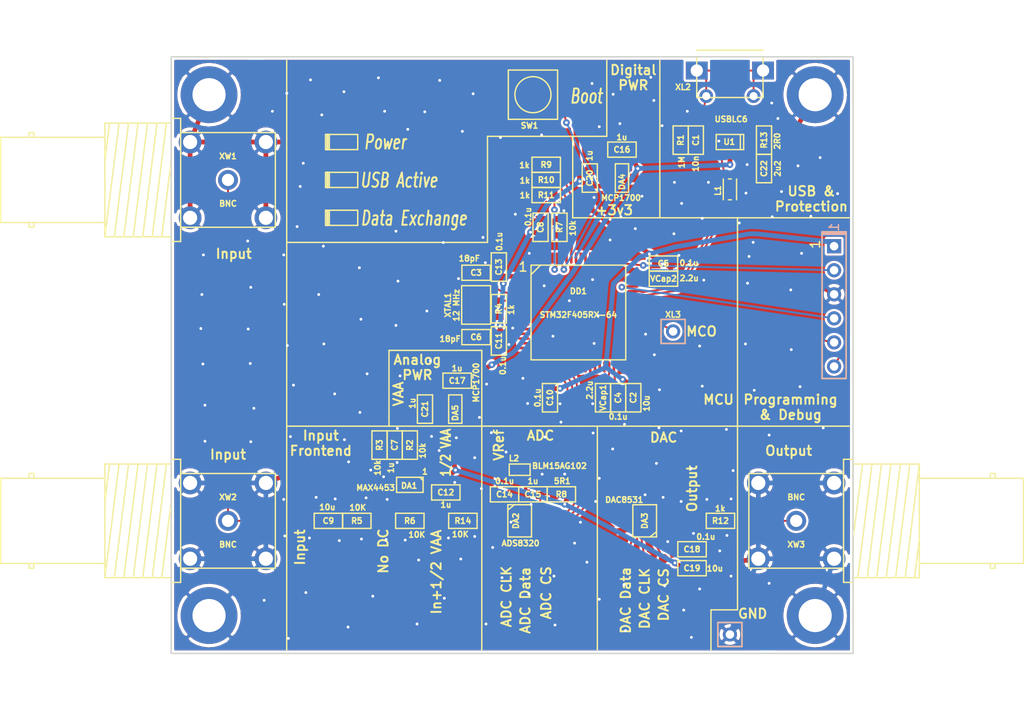
<source format=kicad_pcb>
(kicad_pcb (version 20171130) (host pcbnew "(5.1.0-rc1-108-gb4c0af021)")
  (layers (0 F.Cu signal) (31 B.Cu signal) (37 F.SilkS user) (38 B.Mask user) (39 F.Mask user) (44 Edge.Cuts user))
  (net 0 "")
  (net 1 "Net-(C1-Pad1)")
  (net 2 GND)
  (net 3 +3v3)
  (net 4 "Net-(C3-Pad1)")
  (net 5 "Net-(C6-Pad1)")
  (net 6 "Net-(C7-Pad2)")
  (net 7 "Net-(C9-Pad1)")
  (net 8 "Net-(C9-Pad2)")
  (net 9 VAA)
  (net 10 "Net-(C14-Pad1)")
  (net 11 "Net-(C15-Pad1)")
  (net 12 +5v)
  (net 13 "Net-(C22-Pad1)")
  (net 14 "Net-(D1-PadA)")
  (net 15 "Net-(D2-PadA)")
  (net 16 "Net-(D3-PadA)")
  (net 17 "Net-(DA1-Pad1)")
  (net 18 "Net-(DA1-Pad6)")
  (net 19 "Net-(DA1-Pad7)")
  (net 20 "Net-(DA2-Pad2)")
  (net 21 /ADC_CS)
  (net 22 /ADC_DOUT)
  (net 23 /ADC_CLK)
  (net 24 /DAC_DIN)
  (net 25 /DAC_CLK)
  (net 26 /DAC_CS)
  (net 27 "Net-(DA3-Pad3)")
  (net 28 "Net-(DD1-Pad6)")
  (net 29 "Net-(DD1-Pad31)")
  (net 30 "Net-(DD1-Pad41)")
  (net 31 /UART_TX)
  (net 32 /UART_RX)
  (net 33 /DM)
  (net 34 /DP)
  (net 35 /SWDIO)
  (net 36 "Net-(DD1-Pad47)")
  (net 37 /SWCLK)
  (net 38 "Net-(DD1-Pad58)")
  (net 39 "Net-(DD1-Pad59)")
  (net 40 "Net-(DD1-Pad60)")
  (net 41 "Net-(DD1-Pad61)")
  (net 42 "Net-(L1-Pad1)")
  (net 43 "Net-(L1-Pad4)")
  (net 44 "Net-(R12-Pad2)")
  (net 45 "Net-(U1-Pad1)")
  (net 46 "Net-(U1-Pad3)")
  (module PCB:REF_POINT_1MM (layer F.Cu) (at 93 78)
    (fp_text reference RP2 hide)
    (fp_text value REFPOINT hide)
    (pad REF smd circle (at 0 0) (size 1 1) (layers F.Cu F.Mask) (clearance 1.15))
  )
  (module PCB:REF_POINT_1MM (layer F.Cu) (at 147 137)
    (fp_text reference RP1 hide)
    (fp_text value REFPOINT hide)
    (pad REF smd circle (at 0 0) (size 1 1) (layers F.Cu F.Mask) (clearance 1.15))
  )
  (module Connectors:BNC2 (layer F.Cu) (at 150 125)
    (fp_text reference XW3 (at 0 2.5) (layer F.SilkS) (effects (font (size 0.6 0.6))))
    (fp_text value BNC (at 0 -2.5) (layer F.SilkS) (effects (font (size 0.6 0.6))))
    (pad 2 thru_hole circle (at -4 -4) (size 2.4 2.4) (drill 1.5) (layers *.Cu *.Mask) (net 2 GND))
    (pad 2 thru_hole circle (at -4 4) (size 2.4 2.4) (drill 1.5) (layers *.Cu *.Mask) (net 2 GND))
    (pad 2 thru_hole circle (at 4 -4) (size 2.4 2.4) (drill 1.5) (layers *.Cu *.Mask) (net 2 GND))
    (pad 2 thru_hole circle (at 4 4) (size 2.4 2.4) (drill 1.5) (layers *.Cu *.Mask) (net 2 GND))
    (pad 1 thru_hole circle (at 0 0) (size 2.1 2.1) (drill 1.3) (layers *.Cu *.Mask) (net 44 "Net-(R12-Pad2)"))
  )
  (module Connectors:BNC2 (layer F.Cu) (at 90 125 180)
    (fp_text reference XW2 (at 0 2.5 180) (layer F.SilkS) (effects (font (size 0.6 0.6))))
    (fp_text value BNC (at 0 -2.5 180) (layer F.SilkS) (effects (font (size 0.6 0.6))))
    (pad 2 thru_hole circle (at -4 -4 180) (size 2.4 2.4) (drill 1.5) (layers *.Cu *.Mask) (net 2 GND))
    (pad 2 thru_hole circle (at -4 4 180) (size 2.4 2.4) (drill 1.5) (layers *.Cu *.Mask) (net 2 GND))
    (pad 2 thru_hole circle (at 4 -4 180) (size 2.4 2.4) (drill 1.5) (layers *.Cu *.Mask) (net 2 GND))
    (pad 2 thru_hole circle (at 4 4 180) (size 2.4 2.4) (drill 1.5) (layers *.Cu *.Mask) (net 2 GND))
    (pad 1 thru_hole circle (at 0 0 180) (size 2.1 2.1) (drill 1.3) (layers *.Cu *.Mask) (net 7 "Net-(C9-Pad1)"))
  )
  (module Connectors:BNC2 (layer F.Cu) (at 90 89 180)
    (fp_text reference XW1 (at 0 2.5 180) (layer F.SilkS) (effects (font (size 0.6 0.6))))
    (fp_text value BNC (at 0 -2.5 180) (layer F.SilkS) (effects (font (size 0.6 0.6))))
    (pad 2 thru_hole circle (at -4 -4 180) (size 2.4 2.4) (drill 1.5) (layers *.Cu *.Mask) (net 2 GND))
    (pad 2 thru_hole circle (at -4 4 180) (size 2.4 2.4) (drill 1.5) (layers *.Cu *.Mask) (net 2 GND))
    (pad 2 thru_hole circle (at 4 -4 180) (size 2.4 2.4) (drill 1.5) (layers *.Cu *.Mask) (net 2 GND))
    (pad 2 thru_hole circle (at 4 4 180) (size 2.4 2.4) (drill 1.5) (layers *.Cu *.Mask) (net 2 GND))
    (pad 1 thru_hole circle (at 0 0 180) (size 2.1 2.1) (drill 1.3) (layers *.Cu *.Mask) (net 7 "Net-(C9-Pad1)"))
  )
  (module PCB:TESTPOINT_1MM (layer F.Cu) (at 108.2 113.6)
    (fp_text reference TP14 hide)
    (fp_text value TESTPOINT hide)
    (pad 1 smd circle (at 0 0) (size 1 1) (layers F.Cu F.Mask) (net 9 VAA))
  )
  (module PCB:TESTPOINT_1MM (layer F.Cu) (at 128.2 92)
    (fp_text reference TP13 hide)
    (fp_text value TESTPOINT hide)
    (pad 1 smd circle (at 0 0) (size 1 1) (layers F.Cu F.Mask) (net 3 +3v3))
  )
  (module PCB:TESTPOINT_1MM (layer F.Cu) (at 139 125)
    (fp_text reference TP12 hide)
    (fp_text value TESTPOINT hide)
    (pad 1 smd circle (at 0 0) (size 1 1) (layers F.Cu F.Mask) (net 27 "Net-(DA3-Pad3)"))
  )
  (module PCB:TESTPOINT_1MM (layer F.Cu) (at 132 129)
    (fp_text reference TP11 hide)
    (fp_text value TESTPOINT hide)
    (pad 1 smd circle (at 0 0) (size 1 1) (layers F.Cu F.Mask) (net 24 /DAC_DIN))
  )
  (module PCB:TESTPOINT_1MM (layer F.Cu) (at 134 129)
    (fp_text reference TP10 hide)
    (fp_text value TESTPOINT hide)
    (pad 1 smd circle (at 0 0) (size 1 1) (layers F.Cu F.Mask) (net 25 /DAC_CLK))
  )
  (module PCB:TESTPOINT_1MM (layer F.Cu) (at 136 129)
    (fp_text reference TP9 hide)
    (fp_text value TESTPOINT hide)
    (pad 1 smd circle (at 0 0) (size 1 1) (layers F.Cu F.Mask) (net 26 /DAC_CS))
  )
  (module PCB:TESTPOINT_1MM (layer F.Cu) (at 121.4 129)
    (fp_text reference TP8 hide)
    (fp_text value TESTPOINT hide)
    (pad 1 smd circle (at 0 0) (size 1 1) (layers F.Cu F.Mask) (net 22 /ADC_DOUT))
  )
  (module PCB:TESTPOINT_1MM (layer F.Cu) (at 119.4 129)
    (fp_text reference TP7 hide)
    (fp_text value TESTPOINT hide)
    (pad 1 smd circle (at 0 0) (size 1 1) (layers F.Cu F.Mask) (net 23 /ADC_CLK))
  )
  (module PCB:TESTPOINT_1MM (layer F.Cu) (at 123.4 129)
    (fp_text reference TP6 hide)
    (fp_text value TESTPOINT hide)
    (pad 1 smd circle (at 0 0) (size 1 1) (layers F.Cu F.Mask) (net 21 /ADC_CS))
  )
  (module PCB:TESTPOINT_1MM (layer F.Cu) (at 118.4 119.6)
    (fp_text reference TP5 hide)
    (fp_text value TESTPOINT hide)
    (pad 1 smd circle (at 0 0) (size 1 1) (layers F.Cu F.Mask) (net 10 "Net-(C14-Pad1)"))
  )
  (module PCB:TESTPOINT_1MM (layer F.Cu) (at 112 125)
    (fp_text reference TP4 hide)
    (fp_text value TESTPOINT hide)
    (pad 1 smd circle (at 0 0) (size 1 1) (layers F.Cu F.Mask) (net 19 "Net-(DA1-Pad7)"))
  )
  (module PCB:TESTPOINT_1MM (layer F.Cu) (at 111.4 119)
    (fp_text reference TP3 hide)
    (fp_text value TESTPOINT hide)
    (pad 1 smd circle (at 0 0) (size 1 1) (layers F.Cu F.Mask) (net 17 "Net-(DA1-Pad1)"))
  )
  (module PCB:TESTPOINT_1MM (layer F.Cu) (at 106.4 125)
    (fp_text reference TP2 hide)
    (fp_text value TESTPOINT hide)
    (pad 1 smd circle (at 0 0) (size 1 1) (layers F.Cu F.Mask) (net 18 "Net-(DA1-Pad6)"))
  )
  (module PCB:TESTPOINT_1MM (layer F.Cu) (at 97.6 125)
    (fp_text reference TP1 hide)
    (fp_text value TESTPOINT hide)
    (pad 1 smd circle (at 0 0) (size 1 1) (layers F.Cu F.Mask) (net 7 "Net-(C9-Pad1)"))
  )
  (module Capacitors:CAP_0603 (layer F.Cu) (at 139.4 84.8 270)
    (fp_text reference C1 (at 0 0 270) (layer F.SilkS) (effects (font (size 0.6 0.6))))
    (fp_text value 10n (at 2.49 0.01 270) (layer F.SilkS) (effects (font (size 0.6 0.6))))
    (pad 1 smd rect (at -0.762 0 270) (size 0.889 1.016) (layers F.Cu F.Paste F.Mask) (net 1 "Net-(C1-Pad1)"))
    (pad 2 smd rect (at 0.762 0 270) (size 0.889 1.016) (layers F.Cu F.Paste F.Mask) (net 2 GND))
  )
  (module Capacitors:CAP_0603 (layer F.Cu) (at 132.8 112 270)
    (fp_text reference C2 (at 0 0 270) (layer F.SilkS) (effects (font (size 0.6 0.6))))
    (fp_text value 10u (at 0.6 -1.4 270) (layer F.SilkS) (effects (font (size 0.6 0.6))))
    (pad 2 smd rect (at 0.762 0 270) (size 0.889 1.016) (layers F.Cu F.Paste F.Mask) (net 2 GND))
    (pad 1 smd rect (at -0.762 0 270) (size 0.889 1.016) (layers F.Cu F.Paste F.Mask) (net 3 +3v3))
  )
  (module Capacitors:CAP_0603 (layer F.Cu) (at 116.2 98.8)
    (fp_text reference C3 (at 0 0) (layer F.SilkS) (effects (font (size 0.6 0.6))))
    (fp_text value 18pF (at -0.72 -1.51) (layer F.SilkS) (effects (font (size 0.6 0.6))))
    (pad 1 smd rect (at -0.762 0) (size 0.889 1.016) (layers F.Cu F.Paste F.Mask) (net 4 "Net-(C3-Pad1)"))
    (pad 2 smd rect (at 0.762 0) (size 0.889 1.016) (layers F.Cu F.Paste F.Mask) (net 2 GND))
  )
  (module Capacitors:CAP_0603 (layer F.Cu) (at 131.2 112 270)
    (fp_text reference C4 (at 0 0 270) (layer F.SilkS) (effects (font (size 0.6 0.6))))
    (fp_text value 0.1u (at 2 0) (layer F.SilkS) (effects (font (size 0.6 0.6))))
    (pad 1 smd rect (at -0.762 0 270) (size 0.889 1.016) (layers F.Cu F.Paste F.Mask) (net 3 +3v3))
    (pad 2 smd rect (at 0.762 0 270) (size 0.889 1.016) (layers F.Cu F.Paste F.Mask) (net 2 GND))
  )
  (module Capacitors:CAP_0603 (layer F.Cu) (at 135.9814 97.8273)
    (fp_text reference C5 (at 0 0) (layer F.SilkS) (effects (font (size 0.6 0.6))))
    (fp_text value 0.1u (at 2.6986 -0.0573) (layer F.SilkS) (effects (font (size 0.6 0.6))))
    (pad 2 smd rect (at 0.762 0) (size 0.889 1.016) (layers F.Cu F.Paste F.Mask) (net 2 GND))
    (pad 1 smd rect (at -0.762 0) (size 0.889 1.016) (layers F.Cu F.Paste F.Mask) (net 3 +3v3))
  )
  (module Capacitors:CAP_0603 (layer F.Cu) (at 116.2 105.6 180)
    (fp_text reference C6 (at 0 0 180) (layer F.SilkS) (effects (font (size 0.6 0.6))))
    (fp_text value 18pF (at 2.75 -0.19 180) (layer F.SilkS) (effects (font (size 0.6 0.6))))
    (pad 2 smd rect (at 0.762 0 180) (size 0.889 1.016) (layers F.Cu F.Paste F.Mask) (net 2 GND))
    (pad 1 smd rect (at -0.762 0 180) (size 0.889 1.016) (layers F.Cu F.Paste F.Mask) (net 5 "Net-(C6-Pad1)"))
  )
  (module Capacitors:CAP_0603 (layer F.Cu) (at 107.6 117 270)
    (fp_text reference C7 (at 0 0 270) (layer F.SilkS) (effects (font (size 0.6 0.6))))
    (fp_text value 1u (at 2.4 0.4 270) (layer F.SilkS) (effects (font (size 0.6 0.6))))
    (pad 2 smd rect (at 0.762 0 270) (size 0.889 1.016) (layers F.Cu F.Paste F.Mask) (net 6 "Net-(C7-Pad2)"))
    (pad 1 smd rect (at -0.762 0 270) (size 0.889 1.016) (layers F.Cu F.Paste F.Mask) (net 2 GND))
  )
  (module Capacitors:CAP_0603 (layer F.Cu) (at 123 94 90)
    (fp_text reference C8 (at 0 0 90) (layer F.SilkS) (effects (font (size 0.6 0.6))))
    (fp_text value 0.1u (at 1.11 -1.3 90) (layer F.SilkS) (effects (font (size 0.6 0.6))))
    (pad 1 smd rect (at -0.762 0 90) (size 0.889 1.016) (layers F.Cu F.Paste F.Mask) (net 3 +3v3))
    (pad 2 smd rect (at 0.762 0 90) (size 0.889 1.016) (layers F.Cu F.Paste F.Mask) (net 2 GND))
  )
  (module Capacitors:CAP_0603 (layer F.Cu) (at 100.6 125)
    (fp_text reference C9 (at 0 0) (layer F.SilkS) (effects (font (size 0.6 0.6))))
    (fp_text value 10u (at -0.11 -1.44) (layer F.SilkS) (effects (font (size 0.6 0.6))))
    (pad 1 smd rect (at -0.762 0) (size 0.889 1.016) (layers F.Cu F.Paste F.Mask) (net 7 "Net-(C9-Pad1)"))
    (pad 2 smd rect (at 0.762 0) (size 0.889 1.016) (layers F.Cu F.Paste F.Mask) (net 8 "Net-(C9-Pad2)"))
  )
  (module Capacitors:CAP_0603 (layer F.Cu) (at 124 112 270)
    (fp_text reference C10 (at 0 0 270) (layer F.SilkS) (effects (font (size 0.6 0.6))))
    (fp_text value 0.1u (at 0.011396 1.303049 270) (layer F.SilkS) (effects (font (size 0.6 0.6))))
    (pad 2 smd rect (at 0.762 0 270) (size 0.889 1.016) (layers F.Cu F.Paste F.Mask) (net 2 GND))
    (pad 1 smd rect (at -0.762 0 270) (size 0.889 1.016) (layers F.Cu F.Paste F.Mask) (net 3 +3v3))
  )
  (module Capacitors:CAP_0603 (layer F.Cu) (at 118.6 106 270)
    (fp_text reference C11 (at 0 0 270) (layer F.SilkS) (effects (font (size 0.6 0.6))))
    (fp_text value 0.1u (at 2.6 -0.42 270) (layer F.SilkS) (effects (font (size 0.6 0.6))))
    (pad 1 smd rect (at -0.762 0 270) (size 0.889 1.016) (layers F.Cu F.Paste F.Mask) (net 3 +3v3))
    (pad 2 smd rect (at 0.762 0 270) (size 0.889 1.016) (layers F.Cu F.Paste F.Mask) (net 2 GND))
  )
  (module Capacitors:CAP_0603 (layer F.Cu) (at 113 122)
    (fp_text reference C12 (at 0 0) (layer F.SilkS) (effects (font (size 0.6 0.6))))
    (fp_text value 1u (at 0.011396 1.303049) (layer F.SilkS) (effects (font (size 0.6 0.6))))
    (pad 1 smd rect (at -0.762 0) (size 0.889 1.016) (layers F.Cu F.Paste F.Mask) (net 9 VAA))
    (pad 2 smd rect (at 0.762 0) (size 0.889 1.016) (layers F.Cu F.Paste F.Mask) (net 2 GND))
  )
  (module Capacitors:CAP_0603 (layer F.Cu) (at 118.6 98.2 90)
    (fp_text reference C13 (at 0 0 90) (layer F.SilkS) (effects (font (size 0.6 0.6))))
    (fp_text value 0.1u (at 2.69 0.05 90) (layer F.SilkS) (effects (font (size 0.6 0.6))))
    (pad 2 smd rect (at 0.762 0 90) (size 0.889 1.016) (layers F.Cu F.Paste F.Mask) (net 2 GND))
    (pad 1 smd rect (at -0.762 0 90) (size 0.889 1.016) (layers F.Cu F.Paste F.Mask) (net 3 +3v3))
  )
  (module Capacitors:CAP_0603 (layer F.Cu) (at 119.2 122.2)
    (fp_text reference C14 (at 0 0) (layer F.SilkS) (effects (font (size 0.6 0.6))))
    (fp_text value 0.1u (at 0.011396 -1.4) (layer F.SilkS) (effects (font (size 0.6 0.6))))
    (pad 2 smd rect (at 0.762 0) (size 0.889 1.016) (layers F.Cu F.Paste F.Mask) (net 2 GND))
    (pad 1 smd rect (at -0.762 0) (size 0.889 1.016) (layers F.Cu F.Paste F.Mask) (net 10 "Net-(C14-Pad1)"))
  )
  (module Capacitors:CAP_0603 (layer F.Cu) (at 122.2 122.2 180)
    (fp_text reference C15 (at 0 0 180) (layer F.SilkS) (effects (font (size 0.6 0.6))))
    (fp_text value 1u (at 0 1.4 180) (layer F.SilkS) (effects (font (size 0.6 0.6))))
    (pad 1 smd rect (at -0.762 0 180) (size 0.889 1.016) (layers F.Cu F.Paste F.Mask) (net 11 "Net-(C15-Pad1)"))
    (pad 2 smd rect (at 0.762 0 180) (size 0.889 1.016) (layers F.Cu F.Paste F.Mask) (net 2 GND))
  )
  (module Capacitors:CAP_0603 (layer F.Cu) (at 131.6 85.8 180)
    (fp_text reference C16 (at 0 0 180) (layer F.SilkS) (effects (font (size 0.6 0.6))))
    (fp_text value 1u (at 0.011396 1.303049 180) (layer F.SilkS) (effects (font (size 0.6 0.6))))
    (pad 1 smd rect (at -0.762 0 180) (size 0.889 1.016) (layers F.Cu F.Paste F.Mask) (net 12 +5v))
    (pad 2 smd rect (at 0.762 0 180) (size 0.889 1.016) (layers F.Cu F.Paste F.Mask) (net 2 GND))
  )
  (module Capacitors:CAP_0603 (layer F.Cu) (at 114.2 110.2 180)
    (fp_text reference C17 (at 0 0 180) (layer F.SilkS) (effects (font (size 0.6 0.6))))
    (fp_text value 1u (at 0.011396 1.303049 180) (layer F.SilkS) (effects (font (size 0.6 0.6))))
    (pad 1 smd rect (at -0.762 0 180) (size 0.889 1.016) (layers F.Cu F.Paste F.Mask) (net 12 +5v))
    (pad 2 smd rect (at 0.762 0 180) (size 0.889 1.016) (layers F.Cu F.Paste F.Mask) (net 2 GND))
  )
  (module Capacitors:CAP_0603 (layer F.Cu) (at 139 128 180)
    (fp_text reference C18 (at 0 0 180) (layer F.SilkS) (effects (font (size 0.6 0.6))))
    (fp_text value 0.1u (at -1.46 1.32 180) (layer F.SilkS) (effects (font (size 0.6 0.6))))
    (pad 1 smd rect (at -0.762 0 180) (size 0.889 1.016) (layers F.Cu F.Paste F.Mask) (net 2 GND))
    (pad 2 smd rect (at 0.762 0 180) (size 0.889 1.016) (layers F.Cu F.Paste F.Mask) (net 9 VAA))
  )
  (module Capacitors:CAP_0603 (layer F.Cu) (at 139 130 180)
    (fp_text reference C19 (at 0 0 180) (layer F.SilkS) (effects (font (size 0.6 0.6))))
    (fp_text value 10u (at -2.41 -0.03 180) (layer F.SilkS) (effects (font (size 0.6 0.6))))
    (pad 2 smd rect (at 0.762 0 180) (size 0.889 1.016) (layers F.Cu F.Paste F.Mask) (net 9 VAA))
    (pad 1 smd rect (at -0.762 0 180) (size 0.889 1.016) (layers F.Cu F.Paste F.Mask) (net 2 GND))
  )
  (module Capacitors:CAP_0603 (layer F.Cu) (at 128.2 88.8 90)
    (fp_text reference C20 (at 0 0 90) (layer F.SilkS) (effects (font (size 0.6 0.6))))
    (fp_text value 1u (at 2.36 -0.03 90) (layer F.SilkS) (effects (font (size 0.6 0.6))))
    (pad 2 smd rect (at 0.762 0 90) (size 0.889 1.016) (layers F.Cu F.Paste F.Mask) (net 2 GND))
    (pad 1 smd rect (at -0.762 0 90) (size 0.889 1.016) (layers F.Cu F.Paste F.Mask) (net 3 +3v3))
  )
  (module Capacitors:CAP_0603 (layer F.Cu) (at 110.8 113.2 90)
    (fp_text reference C21 (at 0 0 90) (layer F.SilkS) (effects (font (size 0.6 0.6))))
    (fp_text value 1u (at 0.61 -1.32 90) (layer F.SilkS) (effects (font (size 0.6 0.6))))
    (pad 2 smd rect (at 0.762 0 90) (size 0.889 1.016) (layers F.Cu F.Paste F.Mask) (net 2 GND))
    (pad 1 smd rect (at -0.762 0 90) (size 0.889 1.016) (layers F.Cu F.Paste F.Mask) (net 9 VAA))
  )
  (module Capacitors:CAP_0603 (layer F.Cu) (at 146.6 87.8 270)
    (fp_text reference C22 (at 0 0 270) (layer F.SilkS) (effects (font (size 0.6 0.6))))
    (fp_text value 2u2 (at 0 -1.44 270) (layer F.SilkS) (effects (font (size 0.6 0.6))))
    (pad 2 smd rect (at 0.762 0 270) (size 0.889 1.016) (layers F.Cu F.Paste F.Mask) (net 2 GND))
    (pad 1 smd rect (at -0.762 0 270) (size 0.889 1.016) (layers F.Cu F.Paste F.Mask) (net 13 "Net-(C22-Pad1)"))
  )
  (module LEDs:LED_0603 (layer F.Cu) (at 102.2 85 180)
    (fp_text reference D1)
    (fp_text value LED hide)
    (pad C smd rect (at 0.762 0 180) (size 0.889 1.016) (layers F.Cu F.Paste F.Mask) (net 2 GND))
    (pad A smd rect (at -0.762 0 180) (size 0.889 1.016) (layers F.Cu F.Paste F.Mask) (net 14 "Net-(D1-PadA)"))
  )
  (module LEDs:LED_0603 (layer F.Cu) (at 102.2 89 180)
    (fp_text reference D2)
    (fp_text value LED hide)
    (pad C smd rect (at 0.762 0 180) (size 0.889 1.016) (layers F.Cu F.Paste F.Mask) (net 2 GND))
    (pad A smd rect (at -0.762 0 180) (size 0.889 1.016) (layers F.Cu F.Paste F.Mask) (net 15 "Net-(D2-PadA)"))
  )
  (module LEDs:LED_0603 (layer F.Cu) (at 102.2 93 180)
    (fp_text reference D3)
    (fp_text value LED hide)
    (pad A smd rect (at -0.762 0 180) (size 0.889 1.016) (layers F.Cu F.Paste F.Mask) (net 16 "Net-(D3-PadA)"))
    (pad C smd rect (at 0.762 0 180) (size 0.889 1.016) (layers F.Cu F.Paste F.Mask) (net 2 GND))
  )
  (module SOT:SOT23-8 (layer F.Cu) (at 109.2 121.2 180)
    (fp_text reference DA1 (at 0.07 -0.09 180) (layer F.SilkS) (effects (font (size 0.6 0.6))))
    (fp_text value MAX4453 (at 3.61 -0.31 180) (layer F.SilkS) (effects (font (size 0.6 0.6))))
    (fp_text user 1 (at -1.6 1.4 180) (layer F.SilkS) (effects (font (size 0.6 0.6))))
    (pad 1 smd rect (at -0.97536 1.30048 180) (size 0.44958 1.09982) (layers F.Cu F.Paste F.Mask) (net 17 "Net-(DA1-Pad1)"))
    (pad 2 smd oval (at -0.32512 1.30048 180) (size 0.44958 1.09982) (layers F.Cu F.Paste F.Mask) (net 17 "Net-(DA1-Pad1)"))
    (pad 3 smd oval (at 0.32512 1.30048 180) (size 0.44958 1.09982) (layers F.Cu F.Paste F.Mask) (net 6 "Net-(C7-Pad2)"))
    (pad 8 smd oval (at -0.97536 -1.30048 180) (size 0.44958 1.09982) (layers F.Cu F.Paste F.Mask) (net 9 VAA))
    (pad 5 smd oval (at 0.97536 -1.30048 180) (size 0.44958 1.09982) (layers F.Cu F.Paste F.Mask) (net 17 "Net-(DA1-Pad1)"))
    (pad 6 smd oval (at 0.32512 -1.30048 180) (size 0.44958 1.09982) (layers F.Cu F.Paste F.Mask) (net 18 "Net-(DA1-Pad6)"))
    (pad 4 smd oval (at 0.97536 1.30048 180) (size 0.44958 1.09982) (layers F.Cu F.Paste F.Mask) (net 2 GND))
    (pad 7 smd oval (at -0.32512 -1.30048 180) (size 0.44958 1.09982) (layers F.Cu F.Paste F.Mask) (net 19 "Net-(DA1-Pad7)"))
  )
  (module SO_DIL_TSSOP:MSOP8 (layer F.Cu) (at 120.8 125 270)
    (fp_text reference DA2 (at 0 0.4 270) (layer F.SilkS) (effects (font (size 0.6 0.6))))
    (fp_text value ADS8320 (at 2.37 -0.09) (layer F.SilkS) (effects (font (size 0.6 0.6))))
    (pad 4 smd oval (at 0.975 2.2 270) (size 0.45 1.45) (layers F.Cu F.Paste F.Mask) (net 2 GND))
    (pad 3 smd oval (at 0.325 2.2 270) (size 0.45 1.45) (layers F.Cu F.Paste F.Mask) (net 2 GND))
    (pad 1 smd rect (at -0.975 2.2 270) (size 0.45 1.45) (layers F.Cu F.Paste F.Mask) (net 10 "Net-(C14-Pad1)"))
    (pad 2 smd oval (at -0.325 2.2 270) (size 0.45 1.45) (layers F.Cu F.Paste F.Mask) (net 20 "Net-(DA2-Pad2)"))
    (pad 5 smd oval (at 0.975 -2.2 270) (size 0.45 1.45) (layers F.Cu F.Paste F.Mask) (net 21 /ADC_CS))
    (pad 6 smd oval (at 0.325 -2.2 270) (size 0.45 1.45) (layers F.Cu F.Paste F.Mask) (net 22 /ADC_DOUT))
    (pad 8 smd oval (at -0.975 -2.2 270) (size 0.45 1.45) (layers F.Cu F.Paste F.Mask) (net 11 "Net-(C15-Pad1)"))
    (pad 7 smd oval (at -0.325 -2.2 270) (size 0.45 1.45) (layers F.Cu F.Paste F.Mask) (net 23 /ADC_CLK))
  )
  (module SO_DIL_TSSOP:MSOP8 (layer F.Cu) (at 134 125 90)
    (fp_text reference DA3 (at 0 0 90) (layer F.SilkS) (effects (font (size 0.6 0.6))))
    (fp_text value DAC8531 (at 2.22 -2.16 180) (layer F.SilkS) (effects (font (size 0.6 0.6))))
    (pad 7 smd oval (at -0.325 -2.2 90) (size 0.45 1.45) (layers F.Cu F.Paste F.Mask) (net 24 /DAC_DIN))
    (pad 8 smd oval (at -0.975 -2.2 90) (size 0.45 1.45) (layers F.Cu F.Paste F.Mask) (net 2 GND))
    (pad 6 smd oval (at 0.325 -2.2 90) (size 0.45 1.45) (layers F.Cu F.Paste F.Mask) (net 25 /DAC_CLK))
    (pad 5 smd oval (at 0.975 -2.2 90) (size 0.45 1.45) (layers F.Cu F.Paste F.Mask) (net 26 /DAC_CS))
    (pad 2 smd oval (at -0.325 2.2 90) (size 0.45 1.45) (layers F.Cu F.Paste F.Mask) (net 9 VAA))
    (pad 1 smd rect (at -0.975 2.2 90) (size 0.45 1.45) (layers F.Cu F.Paste F.Mask) (net 9 VAA))
    (pad 3 smd oval (at 0.325 2.2 90) (size 0.45 1.45) (layers F.Cu F.Paste F.Mask) (net 27 "Net-(DA3-Pad3)"))
    (pad 4 smd oval (at 0.975 2.2 90) (size 0.45 1.45) (layers F.Cu F.Paste F.Mask) (net 27 "Net-(DA3-Pad3)"))
  )
  (module SOT:SOT23-3A (layer F.Cu) (at 131.6 88.8 90)
    (fp_text reference DA4 (at -0.4 0 90) (layer F.SilkS) (effects (font (size 0.6 0.6))))
    (fp_text value MCP1700 (at -2.1 -0.1 180) (layer F.SilkS) (effects (font (size 0.59944 0.59944) (thickness 0.14986))))
    (pad 2 smd rect (at -0.96 -1.3 90) (size 0.9 0.9) (layers F.Cu F.Paste F.Mask) (net 3 +3v3))
    (pad 1 smd rect (at 0.96 -1.3 90) (size 0.9 0.9) (layers F.Cu F.Paste F.Mask) (net 2 GND))
    (pad 3 smd rect (at 0 1.3 90) (size 0.9 0.9) (layers F.Cu F.Paste F.Mask) (net 12 +5v))
  )
  (module SOT:SOT23-3A (layer F.Cu) (at 114 113.2 90)
    (fp_text reference DA5 (at -0.4 0 90) (layer F.SilkS) (effects (font (size 0.6 0.6))))
    (fp_text value MCP1700 (at 2.8 2.2 270) (layer F.SilkS) (effects (font (size 0.59944 0.59944) (thickness 0.14986))))
    (pad 3 smd rect (at 0 1.3 90) (size 0.9 0.9) (layers F.Cu F.Paste F.Mask) (net 12 +5v))
    (pad 1 smd rect (at 0.96 -1.3 90) (size 0.9 0.9) (layers F.Cu F.Paste F.Mask) (net 2 GND))
    (pad 2 smd rect (at -0.96 -1.3 90) (size 0.9 0.9) (layers F.Cu F.Paste F.Mask) (net 9 VAA))
  )
  (module LQFP_TQFP:LQFP64 (layer F.Cu) (at 127 103)
    (fp_text reference DD1 (at 0 -2.25044) (layer F.SilkS) (effects (font (size 0.59944 0.59944) (thickness 0.14986))))
    (fp_text value STM32F405RX-64 (at 0 0.24892) (layer F.SilkS) (effects (font (size 0.59944 0.59944) (thickness 0.14986))))
    (fp_text user 1 (at -5.842 -4.826) (layer F.SilkS))
    (pad 1 smd rect (at -5.75 -3.75) (size 1.2 0.27) (layers F.Cu F.Paste F.Mask) (net 3 +3v3))
    (pad 2 smd oval (at -5.75 -3.25) (size 1.2 0.27) (layers F.Cu F.Paste F.Mask))
    (pad 3 smd oval (at -5.75 -2.75) (size 1.2 0.27) (layers F.Cu F.Paste F.Mask))
    (pad 4 smd oval (at -5.75 -2.25) (size 1.2 0.27) (layers F.Cu F.Paste F.Mask))
    (pad 5 smd oval (at -5.75 -1.75) (size 1.2 0.27) (layers F.Cu F.Paste F.Mask) (net 4 "Net-(C3-Pad1)"))
    (pad 6 smd oval (at -5.75 -1.25) (size 1.2 0.27) (layers F.Cu F.Paste F.Mask) (net 28 "Net-(DD1-Pad6)"))
    (pad 7 smd oval (at -5.75 -0.75) (size 1.2 0.27) (layers F.Cu F.Paste F.Mask))
    (pad 8 smd oval (at -5.75 -0.25) (size 1.2 0.27) (layers F.Cu F.Paste F.Mask))
    (pad 9 smd oval (at -5.75 0.25) (size 1.2 0.27) (layers F.Cu F.Paste F.Mask))
    (pad 10 smd oval (at -5.75 0.75) (size 1.2 0.27) (layers F.Cu F.Paste F.Mask))
    (pad 11 smd oval (at -5.75 1.25) (size 1.2 0.27) (layers F.Cu F.Paste F.Mask))
    (pad 12 smd oval (at -5.75 1.75) (size 1.2 0.27) (layers F.Cu F.Paste F.Mask) (net 2 GND))
    (pad 13 smd oval (at -5.75 2.25) (size 1.2 0.27) (layers F.Cu F.Paste F.Mask) (net 3 +3v3))
    (pad 14 smd oval (at -5.75 2.75) (size 1.2 0.27) (layers F.Cu F.Paste F.Mask))
    (pad 15 smd oval (at -5.75 3.25) (size 1.2 0.27) (layers F.Cu F.Paste F.Mask))
    (pad 16 smd oval (at -5.75 3.75) (size 1.2 0.27) (layers F.Cu F.Paste F.Mask))
    (pad 17 smd oval (at -3.75 5.75 90) (size 1.2 0.27) (layers F.Cu F.Paste F.Mask))
    (pad 18 smd oval (at -3.25 5.75 90) (size 1.2 0.27) (layers F.Cu F.Paste F.Mask) (net 2 GND))
    (pad 19 smd oval (at -2.75 5.75 90) (size 1.2 0.27) (layers F.Cu F.Paste F.Mask) (net 3 +3v3))
    (pad 20 smd oval (at -2.25 5.75 90) (size 1.2 0.27) (layers F.Cu F.Paste F.Mask))
    (pad 21 smd oval (at -1.75 5.75 90) (size 1.2 0.27) (layers F.Cu F.Paste F.Mask) (net 23 /ADC_CLK))
    (pad 22 smd oval (at -1.25 5.75 90) (size 1.2 0.27) (layers F.Cu F.Paste F.Mask) (net 22 /ADC_DOUT))
    (pad 23 smd oval (at -0.75 5.75 90) (size 1.2 0.27) (layers F.Cu F.Paste F.Mask) (net 21 /ADC_CS))
    (pad 24 smd oval (at -0.25 5.75 90) (size 1.2 0.27) (layers F.Cu F.Paste F.Mask))
    (pad 33 smd oval (at 5.75 3.75) (size 1.2 0.27) (layers F.Cu F.Paste F.Mask) (net 26 /DAC_CS))
    (pad 34 smd oval (at 5.75 3.25) (size 1.2 0.27) (layers F.Cu F.Paste F.Mask) (net 25 /DAC_CLK))
    (pad 35 smd oval (at 5.75 2.75) (size 1.2 0.27) (layers F.Cu F.Paste F.Mask))
    (pad 36 smd oval (at 5.75 2.25) (size 1.2 0.27) (layers F.Cu F.Paste F.Mask) (net 24 /DAC_DIN))
    (pad 25 smd oval (at 0.25 5.75 90) (size 1.2 0.27) (layers F.Cu F.Paste F.Mask))
    (pad 26 smd oval (at 0.75 5.75 90) (size 1.2 0.27) (layers F.Cu F.Paste F.Mask))
    (pad 27 smd oval (at 1.25 5.75 90) (size 1.2 0.27) (layers F.Cu F.Paste F.Mask))
    (pad 28 smd oval (at 1.75 5.75 90) (size 1.2 0.27) (layers F.Cu F.Paste F.Mask))
    (pad 29 smd oval (at 2.25 5.75 90) (size 1.2 0.27) (layers F.Cu F.Paste F.Mask))
    (pad 30 smd oval (at 2.75 5.75 90) (size 1.2 0.27) (layers F.Cu F.Paste F.Mask))
    (pad 31 smd oval (at 3.25 5.75 90) (size 1.2 0.27) (layers F.Cu F.Paste F.Mask) (net 29 "Net-(DD1-Pad31)"))
    (pad 32 smd oval (at 3.75 5.75 90) (size 1.2 0.27) (layers F.Cu F.Paste F.Mask) (net 3 +3v3))
    (pad 37 smd oval (at 5.75 1.75) (size 1.2 0.27) (layers F.Cu F.Paste F.Mask))
    (pad 38 smd oval (at 5.75 1.25) (size 1.2 0.27) (layers F.Cu F.Paste F.Mask))
    (pad 39 smd oval (at 5.75 0.75) (size 1.2 0.27) (layers F.Cu F.Paste F.Mask))
    (pad 40 smd oval (at 5.75 0.25) (size 1.2 0.27) (layers F.Cu F.Paste F.Mask))
    (pad 41 smd oval (at 5.75 -0.25) (size 1.2 0.27) (layers F.Cu F.Paste F.Mask) (net 30 "Net-(DD1-Pad41)"))
    (pad 42 smd oval (at 5.75 -0.75) (size 1.2 0.27) (layers F.Cu F.Paste F.Mask) (net 31 /UART_TX))
    (pad 43 smd oval (at 5.75 -1.25) (size 1.2 0.27) (layers F.Cu F.Paste F.Mask) (net 32 /UART_RX))
    (pad 44 smd oval (at 5.75 -1.75) (size 1.2 0.27) (layers F.Cu F.Paste F.Mask) (net 33 /DM))
    (pad 45 smd oval (at 5.75 -2.25) (size 1.2 0.27) (layers F.Cu F.Paste F.Mask) (net 34 /DP))
    (pad 46 smd oval (at 5.75 -2.75) (size 1.2 0.27) (layers F.Cu F.Paste F.Mask) (net 35 /SWDIO))
    (pad 47 smd oval (at 5.75 -3.25) (size 1.2 0.27) (layers F.Cu F.Paste F.Mask) (net 36 "Net-(DD1-Pad47)"))
    (pad 48 smd oval (at 5.75 -3.75) (size 1.2 0.27) (layers F.Cu F.Paste F.Mask) (net 3 +3v3))
    (pad 49 smd oval (at 3.75 -5.75 90) (size 1.2 0.27) (layers F.Cu F.Paste F.Mask) (net 37 /SWCLK))
    (pad 50 smd oval (at 3.25 -5.75 90) (size 1.2 0.27) (layers F.Cu F.Paste F.Mask))
    (pad 51 smd oval (at 2.75 -5.75 90) (size 1.2 0.27) (layers F.Cu F.Paste F.Mask))
    (pad 52 smd oval (at 2.25 -5.75 90) (size 1.2 0.27) (layers F.Cu F.Paste F.Mask))
    (pad 53 smd oval (at 1.75 -5.75 90) (size 1.2 0.27) (layers F.Cu F.Paste F.Mask))
    (pad 54 smd oval (at 1.25 -5.75 90) (size 1.2 0.27) (layers F.Cu F.Paste F.Mask))
    (pad 55 smd oval (at 0.75 -5.75 90) (size 1.2 0.27) (layers F.Cu F.Paste F.Mask))
    (pad 56 smd oval (at 0.25 -5.75 90) (size 1.2 0.27) (layers F.Cu F.Paste F.Mask))
    (pad 57 smd oval (at -0.25 -5.75 90) (size 1.2 0.27) (layers F.Cu F.Paste F.Mask))
    (pad 58 smd oval (at -0.75 -5.75 90) (size 1.2 0.27) (layers F.Cu F.Paste F.Mask) (net 38 "Net-(DD1-Pad58)"))
    (pad 59 smd oval (at -1.25 -5.75 90) (size 1.2 0.27) (layers F.Cu F.Paste F.Mask) (net 39 "Net-(DD1-Pad59)"))
    (pad 60 smd oval (at -1.75 -5.75 90) (size 1.2 0.27) (layers F.Cu F.Paste F.Mask) (net 40 "Net-(DD1-Pad60)"))
    (pad 61 smd oval (at -2.25 -5.75 90) (size 1.2 0.27) (layers F.Cu F.Paste F.Mask) (net 41 "Net-(DD1-Pad61)"))
    (pad 62 smd oval (at -2.75 -5.75 90) (size 1.2 0.27) (layers F.Cu F.Paste F.Mask))
    (pad 63 smd oval (at -3.25 -5.75 90) (size 1.2 0.27) (layers F.Cu F.Paste F.Mask) (net 2 GND))
    (pad 64 smd oval (at -3.75 -5.75 90) (size 1.2 0.27) (layers F.Cu F.Paste F.Mask) (net 3 +3v3))
  )
  (module PCB:Hole3_5_out6mm (layer F.Cu) (at 88 80)
    (fp_text reference HOLE1 hide)
    (fp_text value HOLE_METALLED hide)
    (pad H thru_hole circle (at 0 0) (size 6 6) (drill 3.5) (layers *.Cu *.Mask) (net 2 GND))
  )
  (module PCB:Hole3_5_out6mm (layer F.Cu) (at 152 80)
    (fp_text reference HOLE2 hide)
    (fp_text value HOLE_METALLED hide)
    (pad H thru_hole circle (at 0 0) (size 6 6) (drill 3.5) (layers *.Cu *.Mask) (net 2 GND))
  )
  (module PCB:Hole3_5_out6mm (layer F.Cu) (at 152 135)
    (fp_text reference HOLE3 hide)
    (fp_text value HOLE_METALLED hide)
    (pad H thru_hole circle (at 0 0) (size 6 6) (drill 3.5) (layers *.Cu *.Mask) (net 2 GND))
  )
  (module PCB:Hole3_5_out6mm (layer F.Cu) (at 88 135)
    (fp_text reference HOLE4 hide)
    (fp_text value HOLE_METALLED hide)
    (pad H thru_hole circle (at 0 0) (size 6 6) (drill 3.5) (layers *.Cu *.Mask) (net 2 GND))
  )
  (module Inductors:DLW21SN (layer F.Cu) (at 143 90 270)
    (fp_text reference L1 (at 0.13 1.27 270) (layer F.SilkS) (effects (font (size 0.6 0.6))))
    (fp_text value 90R hide)
    (pad 1 smd rect (at -0.89916 -0.39878 270) (size 0.70104 0.39878) (layers F.Cu F.Paste F.Mask) (net 42 "Net-(L1-Pad1)"))
    (pad 2 smd rect (at 0.89916 -0.39878 270) (size 0.70104 0.39878) (layers F.Cu F.Paste F.Mask) (net 33 /DM))
    (pad 3 smd rect (at 0.89916 0.39878 270) (size 0.70104 0.39878) (layers F.Cu F.Paste F.Mask) (net 34 /DP))
    (pad 4 smd rect (at -0.89916 0.39878 270) (size 0.70104 0.39878) (layers F.Cu F.Paste F.Mask) (net 43 "Net-(L1-Pad4)"))
  )
  (module Inductors:IND_0402 (layer F.Cu) (at 120.8 119.6)
    (fp_text reference L2 (at -0.6 -1.2) (layer F.SilkS) (effects (font (size 0.6 0.6))))
    (fp_text value BLM15AG102 (at 4.2 -0.4) (layer F.SilkS) (effects (font (size 0.6 0.6))))
    (pad 1 smd rect (at -0.5 0) (size 0.6 0.6) (layers F.Cu F.Paste F.Mask) (net 10 "Net-(C14-Pad1)"))
    (pad 2 smd rect (at 0.5 0) (size 0.6 0.6) (layers F.Cu F.Paste F.Mask) (net 11 "Net-(C15-Pad1)"))
  )
  (module Resistors:RES_0603 (layer F.Cu) (at 137.8 84.8 270)
    (fp_text reference R1 (at 0 0 270) (layer F.SilkS) (effects (font (size 0.6 0.6))))
    (fp_text value 1M (at 2.34 -0.1 270) (layer F.SilkS) (effects (font (size 0.6 0.6))))
    (pad 1 smd rect (at -0.75 0 270) (size 0.9 1) (layers F.Cu F.Paste F.Mask) (net 1 "Net-(C1-Pad1)"))
    (pad 2 smd rect (at 0.75 0 270) (size 0.9 1) (layers F.Cu F.Paste F.Mask) (net 2 GND))
  )
  (module Resistors:RES_0603 (layer F.Cu) (at 109.2 117 270)
    (fp_text reference R2 (at 0 0 270) (layer F.SilkS) (effects (font (size 0.6 0.6))))
    (fp_text value 10k (at 0.6 -1.35 270) (layer F.SilkS) (effects (font (size 0.6 0.6))))
    (pad 2 smd rect (at 0.75 0 270) (size 0.9 1) (layers F.Cu F.Paste F.Mask) (net 6 "Net-(C7-Pad2)"))
    (pad 1 smd rect (at -0.75 0 270) (size 0.9 1) (layers F.Cu F.Paste F.Mask) (net 9 VAA))
  )
  (module Resistors:RES_0603 (layer F.Cu) (at 106 117 90)
    (fp_text reference R3 (at 0 0 90) (layer F.SilkS) (effects (font (size 0.6 0.6))))
    (fp_text value 10k (at -2.4 -0.2 90) (layer F.SilkS) (effects (font (size 0.6 0.6))))
    (pad 1 smd rect (at -0.75 0 90) (size 0.9 1) (layers F.Cu F.Paste F.Mask) (net 6 "Net-(C7-Pad2)"))
    (pad 2 smd rect (at 0.75 0 90) (size 0.9 1) (layers F.Cu F.Paste F.Mask) (net 2 GND))
  )
  (module Resistors:RES_0603 (layer F.Cu) (at 118.6 102.6 270)
    (fp_text reference R4 (at 0 0 270) (layer F.SilkS) (effects (font (size 0.6 0.6))))
    (fp_text value 1k (at 0.11 -1.3 270) (layer F.SilkS) (effects (font (size 0.6 0.6))))
    (pad 1 smd rect (at -0.75 0 270) (size 0.9 1) (layers F.Cu F.Paste F.Mask) (net 28 "Net-(DD1-Pad6)"))
    (pad 2 smd rect (at 0.75 0 270) (size 0.9 1) (layers F.Cu F.Paste F.Mask) (net 5 "Net-(C6-Pad1)"))
  )
  (module Resistors:RES_0603 (layer F.Cu) (at 103.6 125 180)
    (fp_text reference R5 (at 0 0 180) (layer F.SilkS) (effects (font (size 0.6 0.6))))
    (fp_text value 10K (at -0.1 1.4 180) (layer F.SilkS) (effects (font (size 0.6 0.6))))
    (pad 1 smd rect (at -0.75 0 180) (size 0.9 1) (layers F.Cu F.Paste F.Mask) (net 18 "Net-(DA1-Pad6)"))
    (pad 2 smd rect (at 0.75 0 180) (size 0.9 1) (layers F.Cu F.Paste F.Mask) (net 8 "Net-(C9-Pad2)"))
  )
  (module Resistors:RES_0603 (layer F.Cu) (at 109.2 125 180)
    (fp_text reference R6 (at 0 0 180) (layer F.SilkS) (effects (font (size 0.6 0.6))))
    (fp_text value 10K (at -0.74 -1.46 180) (layer F.SilkS) (effects (font (size 0.6 0.6))))
    (pad 2 smd rect (at 0.75 0 180) (size 0.9 1) (layers F.Cu F.Paste F.Mask) (net 18 "Net-(DA1-Pad6)"))
    (pad 1 smd rect (at -0.75 0 180) (size 0.9 1) (layers F.Cu F.Paste F.Mask) (net 19 "Net-(DA1-Pad7)"))
  )
  (module Resistors:RES_0603 (layer F.Cu) (at 125 94 90)
    (fp_text reference R7 (at 0 0 90) (layer F.SilkS) (effects (font (size 0.6 0.6))))
    (fp_text value 10k (at -0.1 1.4 90) (layer F.SilkS) (effects (font (size 0.6 0.6))))
    (pad 2 smd rect (at 0.75 0 90) (size 0.9 1) (layers F.Cu F.Paste F.Mask) (net 2 GND))
    (pad 1 smd rect (at -0.75 0 90) (size 0.9 1) (layers F.Cu F.Paste F.Mask) (net 40 "Net-(DD1-Pad60)"))
  )
  (module Resistors:RES_0603 (layer F.Cu) (at 125.2 122.2 180)
    (fp_text reference R8 (at 0 0 180) (layer F.SilkS) (effects (font (size 0.6 0.6))))
    (fp_text value 5R1 (at -0.1 1.4 180) (layer F.SilkS) (effects (font (size 0.6 0.6))))
    (pad 2 smd rect (at 0.75 0 180) (size 0.9 1) (layers F.Cu F.Paste F.Mask) (net 11 "Net-(C15-Pad1)"))
    (pad 1 smd rect (at -0.75 0 180) (size 0.9 1) (layers F.Cu F.Paste F.Mask) (net 9 VAA))
  )
  (module Resistors:RES_0603 (layer F.Cu) (at 123.6 87.4 180)
    (fp_text reference R9 (at 0 0 180) (layer F.SilkS) (effects (font (size 0.6 0.6))))
    (fp_text value 1k (at 2.3 -0.05 180) (layer F.SilkS) (effects (font (size 0.6 0.6))))
    (pad 2 smd rect (at 0.75 0 180) (size 0.9 1) (layers F.Cu F.Paste F.Mask) (net 14 "Net-(D1-PadA)"))
    (pad 1 smd rect (at -0.75 0 180) (size 0.9 1) (layers F.Cu F.Paste F.Mask) (net 38 "Net-(DD1-Pad58)"))
  )
  (module Resistors:RES_0603 (layer F.Cu) (at 123.6 89 180)
    (fp_text reference R10 (at 0 0 180) (layer F.SilkS) (effects (font (size 0.6 0.6))))
    (fp_text value 1k (at 2.26 -0.07 180) (layer F.SilkS) (effects (font (size 0.6 0.6))))
    (pad 2 smd rect (at 0.75 0 180) (size 0.9 1) (layers F.Cu F.Paste F.Mask) (net 15 "Net-(D2-PadA)"))
    (pad 1 smd rect (at -0.75 0 180) (size 0.9 1) (layers F.Cu F.Paste F.Mask) (net 39 "Net-(DD1-Pad59)"))
  )
  (module Resistors:RES_0603 (layer F.Cu) (at 123.6 90.6 180)
    (fp_text reference R11 (at 0 0 180) (layer F.SilkS) (effects (font (size 0.6 0.6))))
    (fp_text value 1k (at 2.26 -0.03 180) (layer F.SilkS) (effects (font (size 0.6 0.6))))
    (pad 1 smd rect (at -0.75 0 180) (size 0.9 1) (layers F.Cu F.Paste F.Mask) (net 41 "Net-(DD1-Pad61)"))
    (pad 2 smd rect (at 0.75 0 180) (size 0.9 1) (layers F.Cu F.Paste F.Mask) (net 16 "Net-(D3-PadA)"))
  )
  (module Resistors:RES_0603 (layer F.Cu) (at 142 125)
    (fp_text reference R12 (at 0 0) (layer F.SilkS) (effects (font (size 0.6 0.6))))
    (fp_text value 1k (at -0.03 -1.3) (layer F.SilkS) (effects (font (size 0.6 0.6))))
    (pad 1 smd rect (at -0.75 0) (size 0.9 1) (layers F.Cu F.Paste F.Mask) (net 27 "Net-(DA3-Pad3)"))
    (pad 2 smd rect (at 0.75 0) (size 0.9 1) (layers F.Cu F.Paste F.Mask) (net 44 "Net-(R12-Pad2)"))
  )
  (module Resistors:RES_0603 (layer F.Cu) (at 146.6 84.8 90)
    (fp_text reference R13 (at 0 0 90) (layer F.SilkS) (effects (font (size 0.6 0.6))))
    (fp_text value 2R0 (at -0.1 1.4 90) (layer F.SilkS) (effects (font (size 0.6 0.6))))
    (pad 1 smd rect (at -0.75 0 90) (size 0.9 1) (layers F.Cu F.Paste F.Mask) (net 13 "Net-(C22-Pad1)"))
    (pad 2 smd rect (at 0.75 0 90) (size 0.9 1) (layers F.Cu F.Paste F.Mask) (net 12 +5v))
  )
  (module Resistors:RES_0603 (layer F.Cu) (at 114.8 125 180)
    (fp_text reference R14 (at 0 0 180) (layer F.SilkS) (effects (font (size 0.6 0.6))))
    (fp_text value 10K (at 0.27 -1.42 180) (layer F.SilkS) (effects (font (size 0.6 0.6))))
    (pad 2 smd rect (at 0.75 0 180) (size 0.9 1) (layers F.Cu F.Paste F.Mask) (net 19 "Net-(DA1-Pad7)"))
    (pad 1 smd rect (at -0.75 0 180) (size 0.9 1) (layers F.Cu F.Paste F.Mask) (net 20 "Net-(DA2-Pad2)"))
  )
  (module BtnsSwitches:BTN_4x4_SMD (layer F.Cu) (at 122.2 80 180)
    (fp_text reference SW1 (at 0.36 -3.26 180) (layer F.SilkS) (effects (font (size 0.59944 0.59944) (thickness 0.14986))))
    (fp_text value BUTTON_H hide)
    (pad 1 smd rect (at 3 -1.85 180) (size 1 1.1) (layers F.Cu F.Paste F.Mask) (net 40 "Net-(DD1-Pad60)"))
    (pad 2 smd rect (at 3 1.85 180) (size 1 1.1) (layers F.Cu F.Paste F.Mask) (net 3 +3v3))
    (pad 2 smd rect (at -3 1.85 180) (size 1 1.1) (layers F.Cu F.Paste F.Mask) (net 3 +3v3))
    (pad 1 smd rect (at -3 -1.85 180) (size 1 1.1) (layers F.Cu F.Paste F.Mask) (net 40 "Net-(DD1-Pad60)"))
  )
  (module SOT:SOT23-6 (layer F.Cu) (at 143 85 180)
    (fp_text reference U1 (at 0.06 0.02 180) (layer F.SilkS) (effects (font (size 0.6 0.6))))
    (fp_text value USBLC6 (at -0.127 2.413 180) (layer F.SilkS) (effects (font (size 0.6 0.6))))
    (pad 1 smd rect (at -0.94996 1.30048 180) (size 0.635 1.09982) (layers F.Cu F.Paste F.Mask) (net 45 "Net-(U1-Pad1)"))
    (pad 2 smd oval (at 0 1.30048 180) (size 0.635 1.09982) (layers F.Cu F.Paste F.Mask) (net 2 GND))
    (pad 3 smd oval (at 0.94996 1.30048 180) (size 0.635 1.09982) (layers F.Cu F.Paste F.Mask) (net 46 "Net-(U1-Pad3)"))
    (pad 4 smd oval (at 0.94996 -1.30048 180) (size 0.635 1.09982) (layers F.Cu F.Paste F.Mask) (net 43 "Net-(L1-Pad4)"))
    (pad 5 smd oval (at 0 -1.30048 180) (size 0.635 1.09982) (layers F.Cu F.Paste F.Mask) (net 12 +5v))
    (pad 6 smd oval (at -0.94996 -1.30048 180) (size 0.635 1.09982) (layers F.Cu F.Paste F.Mask) (net 42 "Net-(L1-Pad1)"))
  )
  (module Capacitors:CAP_0603 (layer F.Cu) (at 129.6 112 270)
    (fp_text reference VCap1 (at 0 0 270) (layer F.SilkS) (effects (font (size 0.6 0.6))))
    (fp_text value 2.2u (at -0.8 1.4 270) (layer F.SilkS) (effects (font (size 0.6 0.6))))
    (pad 2 smd rect (at 0.762 0 270) (size 0.889 1.016) (layers F.Cu F.Paste F.Mask) (net 2 GND))
    (pad 1 smd rect (at -0.762 0 270) (size 0.889 1.016) (layers F.Cu F.Paste F.Mask) (net 29 "Net-(DD1-Pad31)"))
  )
  (module Capacitors:CAP_0603 (layer F.Cu) (at 135.9814 99.4273)
    (fp_text reference VCap2 (at 0 0) (layer F.SilkS) (effects (font (size 0.6 0.6))))
    (fp_text value 2.2u (at 2.7186 -0.0473) (layer F.SilkS) (effects (font (size 0.6 0.6))))
    (pad 1 smd rect (at -0.762 0) (size 0.889 1.016) (layers F.Cu F.Paste F.Mask) (net 36 "Net-(DD1-Pad47)"))
    (pad 2 smd rect (at 0.762 0) (size 0.889 1.016) (layers F.Cu F.Paste F.Mask) (net 2 GND))
  )
  (module Connectors:PLS-6 (layer F.Cu) (at 154 96 270)
    (fp_text reference XL1 hide)
    (fp_text value CONN_6 hide)
    (fp_text user 1 (at -0.2 2 270) (layer F.SilkS))
    (fp_text user 1 (at -2 0 270) (layer B.SilkS) (effects (justify mirror)))
    (pad 6 thru_hole circle (at 12.7 0 270) (size 1.5 1.5) (drill 0.9) (layers *.Cu *.Mask) (net 32 /UART_RX))
    (pad 5 thru_hole circle (at 10.16 0 270) (size 1.5 1.5) (drill 0.9) (layers *.Cu *.Mask) (net 31 /UART_TX))
    (pad 4 thru_hole circle (at 7.62 0 270) (size 1.5 1.5) (drill 0.9) (layers *.Cu *.Mask) (net 35 /SWDIO))
    (pad 3 thru_hole circle (at 5.08 0 270) (size 1.5 1.5) (drill 0.9) (layers *.Cu *.Mask) (net 2 GND))
    (pad 2 thru_hole circle (at 2.54 0 270) (size 1.5 1.5) (drill 0.9) (layers *.Cu *.Mask) (net 37 /SWCLK))
    (pad 1 thru_hole rect (at 0 0 270) (size 1.5 1.5) (drill 0.9) (layers *.Cu *.Mask) (net 3 +3v3))
  )
  (module Connectors:USBmicro_MOLEX_1050170001 (layer F.Cu) (at 143 76 180)
    (fp_text reference XL2 (at 4.95 -3.2 180) (layer F.SilkS) (effects (font (size 0.6 0.6))))
    (fp_text value USB_MICRO hide)
    (pad H4 thru_hole rect (at 3.5 -1.45 180) (size 2.3 1.9) (drill 1.3) (layers *.Cu *.Mask) (net 1 "Net-(C1-Pad1)"))
    (pad H1 thru_hole rect (at -3.5 -1.45 180) (size 2.3 1.9) (drill 1.3) (layers *.Cu *.Mask) (net 1 "Net-(C1-Pad1)"))
    (pad H3 smd rect (at 1 -1.45 180) (size 1.5 1.9) (layers F.Cu F.Paste F.Mask) (net 1 "Net-(C1-Pad1)"))
    (pad H2 smd rect (at -1 -1.45 180) (size 1.5 1.9) (layers F.Cu F.Paste F.Mask) (net 1 "Net-(C1-Pad1)"))
    (pad 5 smd rect (at 1.3 -4.15 180) (size 0.4 1.35) (layers F.Cu F.Paste F.Mask) (net 2 GND))
    (pad 4 smd rect (at 0.65 -4.15 180) (size 0.4 1.35) (layers F.Cu F.Paste F.Mask) (net 2 GND))
    (pad 3 smd rect (at 0 -4.15 180) (size 0.4 1.35) (layers F.Cu F.Paste F.Mask) (net 46 "Net-(U1-Pad3)"))
    (pad 2 smd rect (at -0.65 -4.15 180) (size 0.4 1.35) (layers F.Cu F.Paste F.Mask) (net 45 "Net-(U1-Pad1)"))
    (pad 1 smd rect (at -1.3 -4.15 180) (size 0.4 1.35) (layers F.Cu F.Paste F.Mask) (net 12 +5v))
    (pad H4 thru_hole circle (at 2.5 -4.15 180) (size 1.45 1.45) (drill 0.85) (layers *.Cu *.Mask) (net 1 "Net-(C1-Pad1)"))
    (pad H1 thru_hole circle (at -2.5 -4.15 180) (size 1.45 1.45) (drill 0.85) (layers *.Cu *.Mask) (net 1 "Net-(C1-Pad1)"))
  )
  (module Connectors:PLS-1Rnd (layer F.Cu) (at 137 105)
    (fp_text reference XL3 (at 0 -1.778) (layer F.SilkS) (effects (font (size 0.6 0.6))))
    (fp_text value CONN_1 hide)
    (pad 1 thru_hole circle (at 0 0) (size 1.5 1.5) (drill 0.9) (layers *.Cu *.Mask) (net 30 "Net-(DD1-Pad41)"))
  )
  (module Connectors:PLS-1Rnd (layer F.Cu) (at 143 137)
    (fp_text reference XL4 hide)
    (fp_text value CONN_1 hide)
    (pad 1 thru_hole circle (at 0 0) (size 1.5 1.5) (drill 0.9) (layers *.Cu *.Mask) (net 2 GND))
  )
  (module Quartz:03225C4 (layer F.Cu) (at 116.2 102.2 270)
    (fp_text reference XTAL1 (at 0.02 2.98 270) (layer F.SilkS) (effects (font (size 0.59944 0.59944) (thickness 0.14986))))
    (fp_text value "12 MHz" (at 0.04 2.08 270) (layer F.SilkS) (effects (font (size 0.59944 0.59944) (thickness 0.14986))))
    (pad H smd rect (at -1.1 -0.8 270) (size 1.4 1) (layers F.Cu F.Paste F.Mask) (net 2 GND))
    (pad 2 smd rect (at 1.1 -0.8 270) (size 1.4 1) (layers F.Cu F.Paste F.Mask) (net 5 "Net-(C6-Pad1)"))
    (pad H smd rect (at 1.1 0.8 270) (size 1.4 1) (layers F.Cu F.Paste F.Mask) (net 2 GND))
    (pad 1 smd rect (at -1.1 0.8 270) (size 1.4 1) (layers F.Cu F.Paste F.Mask) (net 4 "Net-(C3-Pad1)"))
  )
  (gr_text VRef (at 118.6 117 90) (layer F.SilkS) (effects (font (size 1 1) (thickness 0.2))))
  (gr_text "1/2 VAA" (at 113 117.8 90) (layer F.SilkS) (effects (font (size 1 0.8) (thickness 0.2))))
  (gr_text VAA (at 108 111.6 90) (layer F.SilkS) (effects (font (size 1 1) (thickness 0.2))))
  (gr_text +3v3 (at 130.8 92.2) (layer F.SilkS) (effects (font (size 1 1) (thickness 0.2))))
  (gr_text "DAC CLK" (at 134 133.2 90) (layer F.SilkS) (effects (font (size 1 1) (thickness 0.2))))
  (gr_text "ADC CLK" (at 119.4 133 90) (layer F.SilkS) (effects (font (size 1 1) (thickness 0.2))))
  (gr_text "DAC Data" (at 132 133.4 90) (layer F.SilkS) (effects (font (size 1 1) (thickness 0.2))))
  (gr_text "ADC Data" (at 121.4 133.4 90) (layer F.SilkS) (effects (font (size 1 1) (thickness 0.2))))
  (gr_text "No DC" (at 106.4 128.2 90) (layer F.SilkS) (effects (font (size 1 1) (thickness 0.2))))
  (gr_text Output (at 139 121.6 90) (layer F.SilkS) (effects (font (size 1 1) (thickness 0.2))))
  (gr_text "DAC CS" (at 136 132.8 90) (layer F.SilkS) (effects (font (size 1 1) (thickness 0.2))))
  (gr_text "In+1/2 VAA" (at 112 130.4 90) (layer F.SilkS) (effects (font (size 1 1) (thickness 0.2))))
  (gr_text "ADC CS" (at 123.6 132.6 90) (layer F.SilkS) (effects (font (size 1 1) (thickness 0.2))))
  (gr_text Input (at 97.6 127.8 90) (layer F.SilkS) (effects (font (size 1 1) (thickness 0.2))))
  (gr_text MCO (at 140 105) (layer F.SilkS) (effects (font (size 1 1) (thickness 0.2))))
  (gr_text GND (at 145.4 134.8) (layer F.SilkS) (effects (font (size 1 1) (thickness 0.2))))
  (gr_text MCU (at 141.8 112.2) (layer F.SilkS) (effects (font (size 1 1) (thickness 0.2))))
  (gr_text "Programming\n& Debug" (at 149.4 113) (layer F.SilkS) (effects (font (size 1 1) (thickness 0.2))))
  (gr_line (start 143.8 116) (end 143.8 93) (layer F.SilkS) (width 0.15))
  (gr_text "USB &\nProtection" (at 151.6 91) (layer F.SilkS) (effects (font (size 1 1) (thickness 0.2))))
  (gr_line (start 135.6 93) (end 155.6 93) (layer F.SilkS) (width 0.15))
  (gr_text Input (at 90 118) (layer F.SilkS) (effects (font (size 1 1) (thickness 0.2))))
  (gr_text Input (at 90.6 96.8) (layer F.SilkS) (effects (font (size 1 1) (thickness 0.2))))
  (gr_text DAC (at 136 116.2) (layer F.SilkS) (effects (font (size 1 1) (thickness 0.2))))
  (gr_line (start 141 134.4) (end 141 138.6) (layer F.SilkS) (width 0.15))
  (gr_line (start 143.8 134.4) (end 141 134.4) (layer F.SilkS) (width 0.15))
  (gr_line (start 143.8 116) (end 143.8 134.4) (layer F.SilkS) (width 0.15))
  (gr_line (start 127.4 115) (end 155.6 115) (layer F.SilkS) (width 0.15))
  (gr_line (start 135.6 93) (end 135.6 76.4) (layer F.SilkS) (width 0.15))
  (gr_line (start 126.4 93) (end 135.6 93) (layer F.SilkS) (width 0.15))
  (gr_line (start 126.4 84.4) (end 126.4 93) (layer F.SilkS) (width 0.15))
  (gr_line (start 130 84.4) (end 130 76.4) (layer F.SilkS) (width 0.15))
  (gr_line (start 117.4 84.4) (end 130 84.4) (layer F.SilkS) (width 0.15))
  (gr_line (start 117.4 95.6) (end 117.4 84.4) (layer F.SilkS) (width 0.15))
  (gr_line (start 96.2 95.6) (end 117.4 95.6) (layer F.SilkS) (width 0.15))
  (gr_line (start 107 114) (end 107 115) (layer F.SilkS) (width 0.15))
  (gr_line (start 107 115) (end 96.2 115) (layer F.SilkS) (width 0.15))
  (gr_text "Digital\nPWR" (at 132.8 78.2) (layer F.SilkS) (effects (font (size 1 1) (thickness 0.2))))
  (gr_text Output (at 149.2 117.6) (layer F.SilkS) (effects (font (size 1 1) (thickness 0.2))))
  (gr_text ADC (at 123 116) (layer F.SilkS) (effects (font (size 1 1) (thickness 0.2))))
  (gr_text "Input\nFrontend" (at 99.8 116.8) (layer F.SilkS) (effects (font (size 1 1) (thickness 0.2))))
  (gr_line (start 116.8 116) (end 116.8 138.6) (layer F.SilkS) (width 0.15))
  (gr_line (start 129 115) (end 129 138.6) (layer F.SilkS) (width 0.15))
  (gr_line (start 116.8 115) (end 127.4 115) (layer F.SilkS) (width 0.15))
  (gr_text "Analog\nPWR" (at 110 108.8) (layer F.SilkS) (effects (font (size 1 1) (thickness 0.2))))
  (gr_line (start 110.4 115) (end 107 115) (layer F.SilkS) (width 0.15))
  (gr_line (start 116.8 115) (end 110.4 115) (layer F.SilkS) (width 0.15))
  (gr_line (start 116.8 107) (end 116.8 116) (layer F.SilkS) (width 0.15))
  (gr_line (start 107 107) (end 116.8 107) (layer F.SilkS) (width 0.15))
  (gr_line (start 107 107) (end 107 114) (layer F.SilkS) (width 0.15))
  (gr_line (start 96.2 76.4) (end 96.2 138.6) (layer F.SilkS) (width 0.15))
  (gr_text "Data Exchange" (at 109.63 93.05) (layer F.SilkS) (effects (font (size 1.5 1) (thickness 0.2) italic)))
  (gr_text "USB Active" (at 108.06 89.04) (layer F.SilkS) (effects (font (size 1.5 1) (thickness 0.2) italic)))
  (gr_text Power (at 106.6 85.01) (layer F.SilkS) (effects (font (size 1.5 1) (thickness 0.2) italic)))
  (gr_text Boot (at 127.83 80.16) (layer F.SilkS) (effects (font (size 1.5 1) (thickness 0.2) italic)))
  (gr_line (start 84 139) (end 84 76) (layer Edge.Cuts) (width 0.15))
  (gr_line (start 156 139) (end 84 139) (layer Edge.Cuts) (width 0.15))
  (gr_line (start 156 76) (end 156 139) (layer Edge.Cuts) (width 0.15))
  (gr_line (start 84 76) (end 156 76) (layer Edge.Cuts) (width 0.15))
  (segment (start 139.4 84.038) (end 138.992 84.044) (width 0.2) (layer F.Cu) (net 1))
  (segment (start 138.992 84.044) (end 138.892 84.044) (width 0.2) (layer F.Cu) (net 1))
  (segment (start 138.892 84.044) (end 138.3 84.044) (width 0.2) (layer F.Cu) (net 1))
  (segment (start 138.3 84.044) (end 138.2 84.044) (width 0.2) (layer F.Cu) (net 1))
  (segment (start 138.2 84.044) (end 137.8 84.05) (width 0.2) (layer F.Cu) (net 1))
  (segment (start 139.4 84.038) (end 139.808 83.6935) (width 0.2) (layer F.Cu) (net 1))
  (segment (start 139.808 83.6935) (end 139.808 83.5935) (width 0.2) (layer F.Cu) (net 1))
  (segment (start 139.808 83.5935) (end 139.808 83.5521) (width 0.2) (layer F.Cu) (net 1))
  (segment (start 139.808 83.5521) (end 140.5 80.15) (width 0.2) (layer F.Cu) (net 1))
  (segment (start 140.5 80.15) (end 140.5 78.4) (width 0.2) (layer F.Cu) (net 1))
  (segment (start 140.5 78.4) (end 140.5 78.3) (width 0.2) (layer F.Cu) (net 1))
  (segment (start 140.5 78.3) (end 139.5 77.45) (width 0.2) (layer F.Cu) (net 1))
  (segment (start 139.5 77.45) (end 140.55 77.45) (width 0.2) (layer F.Cu) (net 1))
  (segment (start 140.55 77.45) (end 140.65 77.45) (width 0.2) (layer F.Cu) (net 1))
  (segment (start 140.65 77.45) (end 141.25 77.45) (width 0.2) (layer F.Cu) (net 1))
  (segment (start 141.25 77.45) (end 141.35 77.45) (width 0.2) (layer F.Cu) (net 1))
  (segment (start 141.35 77.45) (end 142 77.45) (width 0.2) (layer F.Cu) (net 1))
  (segment (start 142 77.45) (end 142.65 77.45) (width 0.2) (layer F.Cu) (net 1))
  (segment (start 142.65 77.45) (end 142.75 77.45) (width 0.2) (layer F.Cu) (net 1))
  (segment (start 142.75 77.45) (end 143.25 77.45) (width 0.2) (layer F.Cu) (net 1))
  (segment (start 143.25 77.45) (end 143.35 77.45) (width 0.2) (layer F.Cu) (net 1))
  (segment (start 143.35 77.45) (end 144 77.45) (width 0.2) (layer F.Cu) (net 1))
  (segment (start 144 77.45) (end 144.65 77.45) (width 0.2) (layer F.Cu) (net 1))
  (segment (start 144.65 77.45) (end 144.75 77.45) (width 0.2) (layer F.Cu) (net 1))
  (segment (start 144.75 77.45) (end 145.35 77.45) (width 0.2) (layer F.Cu) (net 1))
  (segment (start 145.35 77.45) (end 145.45 77.45) (width 0.2) (layer F.Cu) (net 1))
  (segment (start 145.45 77.45) (end 146.5 77.45) (width 0.2) (layer F.Cu) (net 1))
  (segment (start 146.5 77.45) (end 145.5 78.3) (width 0.2) (layer F.Cu) (net 1))
  (segment (start 145.5 78.3) (end 145.5 78.4) (width 0.2) (layer F.Cu) (net 1))
  (segment (start 145.5 78.4) (end 145.5 80.15) (width 0.2) (layer F.Cu) (net 1))
  (segment (start 142.045 81.175) (end 141.9262 81.1586) (width 0.2) (layer F.Cu) (net 2))
  (segment (start 142.045 81.175) (end 142.0262 81.2934) (width 0.2) (layer F.Cu) (net 2))
  (segment (start 131.0373 126.1763) (end 130.7181 126.249) (width 0.2) (layer F.Cu) (net 2))
  (segment (start 131.0373 126.1763) (end 130.8841 126.4656) (width 0.2) (layer F.Cu) (net 2))
  (segment (start 123.4304 109.7293) (end 123.1038 109.7496) (width 0.2) (layer F.Cu) (net 2))
  (segment (start 123.4304 109.7293) (end 123.2326 109.99) (width 0.2) (layer F.Cu) (net 2))
  (segment (start 123.0429 98.215) (end 122.8447 98.0698) (width 0.2) (layer F.Cu) (net 2))
  (segment (start 123.0429 98.215) (end 122.8233 98.325) (width 0.2) (layer F.Cu) (net 2))
  (segment (start 123.7595 96.5456) (end 123.9743 96.2987) (width 0.2) (layer F.Cu) (net 2))
  (segment (start 123.7595 96.5456) (end 123.7127 96.2217) (width 0.2) (layer F.Cu) (net 2))
  (segment (start 141.8 81.1357) (end 141.7865 81.2618) (width 0.2) (layer F.Cu) (net 2))
  (segment (start 141.8 81.1357) (end 141.9259 81.1518) (width 0.2) (layer F.Cu) (net 2))
  (segment (start 117 101.1) (end 115.4 103.3) (width 0.5) (layer F.Cu) (net 2))
  (segment (start 154 101.08) (end 145.4537 95.591) (width 0.5) (layer F.Cu) (net 2))
  (segment (start 118.6 125.325) (end 119.1 125.325) (width 0.2) (layer F.Cu) (net 2))
  (segment (start 119.1 125.325) (end 119.3589 125.3001) (width 0.2) (layer F.Cu) (net 2))
  (segment (start 119.3589 125.3001) (end 119.8809 125.1329) (width 0.2) (layer F.Cu) (net 2))
  (segment (start 131.2 112.762) (end 131.458 112.762) (width 0.5) (layer F.Cu) (net 2))
  (segment (start 131.458 112.762) (end 131.708 112.762) (width 0.5) (layer F.Cu) (net 2))
  (segment (start 131.708 112.762) (end 132.292 112.762) (width 0.5) (layer F.Cu) (net 2))
  (segment (start 132.292 112.762) (end 132.542 112.762) (width 0.5) (layer F.Cu) (net 2))
  (segment (start 132.542 112.762) (end 132.8 112.762) (width 0.5) (layer F.Cu) (net 2))
  (segment (start 124 112.762) (end 124.258 112.6358) (width 0.5) (layer F.Cu) (net 2))
  (segment (start 124.258 112.6358) (end 124.508 112.6358) (width 0.5) (layer F.Cu) (net 2))
  (segment (start 124.508 112.6358) (end 125.0627 112.6358) (width 0.5) (layer F.Cu) (net 2))
  (segment (start 141.9101 81.2751) (end 142.045 81.175) (width 0.2) (layer F.Cu) (net 2))
  (segment (start 142.045 81.175) (end 142.25 80.97) (width 0.2) (layer F.Cu) (net 2))
  (segment (start 142.25 80.97) (end 142.25 80.825) (width 0.2) (layer F.Cu) (net 2))
  (segment (start 142.25 80.825) (end 142.25 80.725) (width 0.2) (layer F.Cu) (net 2))
  (segment (start 142.25 80.725) (end 142.35 80.15) (width 0.2) (layer F.Cu) (net 2))
  (segment (start 139.4 85.562) (end 139.142 85.556) (width 0.5) (layer F.Cu) (net 2))
  (segment (start 139.142 85.556) (end 138.892 85.556) (width 0.5) (layer F.Cu) (net 2))
  (segment (start 138.892 85.556) (end 138.3 85.556) (width 0.5) (layer F.Cu) (net 2))
  (segment (start 138.3 85.556) (end 138.05 85.556) (width 0.5) (layer F.Cu) (net 2))
  (segment (start 138.05 85.556) (end 137.8 85.55) (width 0.5) (layer F.Cu) (net 2))
  (segment (start 130.7515 126.3953) (end 131.3 125.975) (width 0.2) (layer F.Cu) (net 2))
  (segment (start 131.3 125.975) (end 131.8 125.975) (width 0.2) (layer F.Cu) (net 2))
  (segment (start 119.962 122.2) (end 120.1565 122.2) (width 0.5) (layer F.Cu) (net 2))
  (segment (start 120.1565 122.2) (end 120.4065 122.2) (width 0.5) (layer F.Cu) (net 2))
  (segment (start 120.4065 122.2) (end 120.9935 122.2) (width 0.5) (layer F.Cu) (net 2))
  (segment (start 120.9935 122.2) (end 121.2435 122.2) (width 0.5) (layer F.Cu) (net 2))
  (segment (start 121.2435 122.2) (end 121.438 122.2) (width 0.5) (layer F.Cu) (net 2))
  (segment (start 118.6 97.438) (end 118.342 97.6325) (width 0.5) (layer F.Cu) (net 2))
  (segment (start 118.342 97.6325) (end 118.092 97.6325) (width 0.5) (layer F.Cu) (net 2))
  (segment (start 118.092 97.6325) (end 117.9884 97.6325) (width 0.5) (layer F.Cu) (net 2))
  (segment (start 117.9884 97.6325) (end 117.1783 97.7419) (width 0.5) (layer F.Cu) (net 2))
  (segment (start 121.438 122.2) (end 121.6325 122.458) (width 0.5) (layer F.Cu) (net 2))
  (segment (start 121.6325 122.458) (end 121.6325 122.708) (width 0.5) (layer F.Cu) (net 2))
  (segment (start 121.6325 122.708) (end 121.6325 122.8116) (width 0.5) (layer F.Cu) (net 2))
  (segment (start 121.6325 122.8116) (end 122.0029 123.2631) (width 0.5) (layer F.Cu) (net 2))
  (segment (start 115.4 103.3) (end 115.15 102.85) (width 0.5) (layer F.Cu) (net 2))
  (segment (start 115.15 102.85) (end 114.9 102.85) (width 0.5) (layer F.Cu) (net 2))
  (segment (start 114.9 102.85) (end 114.7964 102.85) (width 0.5) (layer F.Cu) (net 2))
  (segment (start 114.7964 102.85) (end 114.65 102.7036) (width 0.5) (layer F.Cu) (net 2))
  (segment (start 114.65 102.7036) (end 114.3499 102.0279) (width 0.5) (layer F.Cu) (net 2))
  (segment (start 114.3499 102.0279) (end 113.7319 99.934) (width 0.5) (layer F.Cu) (net 2))
  (segment (start 112.7 112.24) (end 112.5 112.339) (width 0.5) (layer F.Cu) (net 2))
  (segment (start 112.5 112.339) (end 112.25 112.339) (width 0.5) (layer F.Cu) (net 2))
  (segment (start 112.25 112.339) (end 111.308 112.339) (width 0.5) (layer F.Cu) (net 2))
  (segment (start 111.308 112.339) (end 111.058 112.339) (width 0.5) (layer F.Cu) (net 2))
  (segment (start 111.058 112.339) (end 110.8 112.438) (width 0.5) (layer F.Cu) (net 2))
  (segment (start 124.0103 93.689) (end 124.3964 93.45) (width 0.5) (layer F.Cu) (net 2))
  (segment (start 124.3964 93.45) (end 124.5 93.45) (width 0.5) (layer F.Cu) (net 2))
  (segment (start 124.5 93.45) (end 124.75 93.45) (width 0.5) (layer F.Cu) (net 2))
  (segment (start 124.75 93.45) (end 125 93.25) (width 0.5) (layer F.Cu) (net 2))
  (segment (start 127.2149 125.1489) (end 130.7515 126.3953) (width 0.5) (layer F.Cu) (net 2))
  (segment (start 130.838 85.8) (end 130.6435 86.058) (width 0.5) (layer F.Cu) (net 2))
  (segment (start 130.6435 86.058) (end 130.6435 86.308) (width 0.5) (layer F.Cu) (net 2))
  (segment (start 130.6435 86.308) (end 130.6435 86.4116) (width 0.5) (layer F.Cu) (net 2))
  (segment (start 130.6435 86.4116) (end 130.5 87.2864) (width 0.5) (layer F.Cu) (net 2))
  (segment (start 130.5 87.2864) (end 130.5 87.39) (width 0.5) (layer F.Cu) (net 2))
  (segment (start 130.5 87.39) (end 130.5 87.64) (width 0.5) (layer F.Cu) (net 2))
  (segment (start 130.5 87.64) (end 130.3 87.84) (width 0.5) (layer F.Cu) (net 2))
  (segment (start 131.2 112.762) (end 130.942 112.762) (width 0.5) (layer F.Cu) (net 2))
  (segment (start 130.942 112.762) (end 130.692 112.762) (width 0.5) (layer F.Cu) (net 2))
  (segment (start 130.692 112.762) (end 130.108 112.762) (width 0.5) (layer F.Cu) (net 2))
  (segment (start 130.108 112.762) (end 129.858 112.762) (width 0.5) (layer F.Cu) (net 2))
  (segment (start 129.858 112.762) (end 129.6 112.762) (width 0.5) (layer F.Cu) (net 2))
  (segment (start 123.75 108.75) (end 123.75 109.215) (width 0.2) (layer F.Cu) (net 2))
  (segment (start 123.75 109.215) (end 123.75 109.4221) (width 0.2) (layer F.Cu) (net 2))
  (segment (start 123.75 109.4221) (end 123.4571 109.715) (width 0.2) (layer F.Cu) (net 2))
  (segment (start 123.4571 109.715) (end 123.1131 109.8993) (width 0.2) (layer F.Cu) (net 2))
  (segment (start 141.8283 84.8995) (end 140.0116 85.3675) (width 0.5) (layer F.Cu) (net 2))
  (segment (start 140.0116 85.3675) (end 139.908 85.3675) (width 0.5) (layer F.Cu) (net 2))
  (segment (start 139.908 85.3675) (end 139.658 85.3675) (width 0.5) (layer F.Cu) (net 2))
  (segment (start 139.658 85.3675) (end 139.4 85.562) (width 0.5) (layer F.Cu) (net 2))
  (segment (start 123.75 97.25) (end 123.75 97.715) (width 0.2) (layer F.Cu) (net 2))
  (segment (start 123.75 97.715) (end 123.75 97.9221) (width 0.2) (layer F.Cu) (net 2))
  (segment (start 123.75 97.9221) (end 123.4571 98.215) (width 0.2) (layer F.Cu) (net 2))
  (segment (start 123.4571 98.215) (end 123.0429 98.215) (width 0.2) (layer F.Cu) (net 2))
  (segment (start 123.0429 98.215) (end 122.7561 98.1909) (width 0.2) (layer F.Cu) (net 2))
  (segment (start 117.1783 97.7419) (end 117.1565 98.1884) (width 0.5) (layer F.Cu) (net 2))
  (segment (start 117.1565 98.1884) (end 117.1565 98.292) (width 0.5) (layer F.Cu) (net 2))
  (segment (start 117.1565 98.292) (end 117.1565 98.542) (width 0.5) (layer F.Cu) (net 2))
  (segment (start 117.1565 98.542) (end 116.962 98.8) (width 0.5) (layer F.Cu) (net 2))
  (segment (start 121.25 104.75) (end 120.785 104.75) (width 0.2) (layer F.Cu) (net 2))
  (segment (start 120.785 104.75) (end 120.5779 104.75) (width 0.2) (layer F.Cu) (net 2))
  (segment (start 120.5779 104.75) (end 120.0646 104.6436) (width 0.2) (layer F.Cu) (net 2))
  (segment (start 145.4537 95.591) (end 146.342 89.1101) (width 0.5) (layer F.Cu) (net 2))
  (segment (start 146.342 89.1101) (end 146.342 89.0065) (width 0.5) (layer F.Cu) (net 2))
  (segment (start 146.342 89.0065) (end 146.342 88.7565) (width 0.5) (layer F.Cu) (net 2))
  (segment (start 146.342 88.7565) (end 146.6 88.562) (width 0.5) (layer F.Cu) (net 2))
  (segment (start 146.6 88.562) (end 146.342 88.3675) (width 0.5) (layer F.Cu) (net 2))
  (segment (start 146.342 88.3675) (end 146.092 88.3675) (width 0.5) (layer F.Cu) (net 2))
  (segment (start 146.092 88.3675) (end 145.9884 88.3675) (width 0.5) (layer F.Cu) (net 2))
  (segment (start 145.9884 88.3675) (end 144.8182 87.3819) (width 0.5) (layer F.Cu) (net 2))
  (segment (start 94 85) (end 94 93) (width 0.5) (layer F.Cu) (net 2))
  (segment (start 107.8615 118.8365) (end 108.2246 119.5744) (width 0.2) (layer F.Cu) (net 2))
  (segment (start 108.2246 119.5744) (end 108.2246 119.8995) (width 0.2) (layer F.Cu) (net 2))
  (segment (start 114.3424 99.4197) (end 113.7319 99.934) (width 0.5) (layer F.Cu) (net 2))
  (segment (start 119.8809 125.1329) (end 119.8785 125.9769) (width 0.2) (layer F.Cu) (net 2))
  (segment (start 119.8785 125.9769) (end 119.2346 125.975) (width 0.2) (layer F.Cu) (net 2))
  (segment (start 119.2346 125.975) (end 119.1 125.975) (width 0.2) (layer F.Cu) (net 2))
  (segment (start 119.1 125.975) (end 118.6 125.975) (width 0.2) (layer F.Cu) (net 2))
  (segment (start 137.615 96.9675) (end 131.1244 90.6762) (width 0.5) (layer F.Cu) (net 2))
  (segment (start 115.4 103.3) (end 115.419 103.75) (width 0.5) (layer F.Cu) (net 2))
  (segment (start 115.419 103.75) (end 115.419 104) (width 0.5) (layer F.Cu) (net 2))
  (segment (start 115.419 104) (end 115.419 105.092) (width 0.5) (layer F.Cu) (net 2))
  (segment (start 115.419 105.092) (end 115.419 105.342) (width 0.5) (layer F.Cu) (net 2))
  (segment (start 115.419 105.342) (end 115.438 105.6) (width 0.5) (layer F.Cu) (net 2))
  (segment (start 123.75 97.25) (end 123.75 96.785) (width 0.2) (layer F.Cu) (net 2))
  (segment (start 123.75 96.785) (end 123.75 96.5779) (width 0.2) (layer F.Cu) (net 2))
  (segment (start 123.75 96.5779) (end 123.8611 96.2002) (width 0.2) (layer F.Cu) (net 2))
  (segment (start 119.6581 106.3826) (end 120.0999 107.0338) (width 0.5) (layer F.Cu) (net 2))
  (segment (start 120.0999 107.0338) (end 120.5012 107.4351) (width 0.5) (layer F.Cu) (net 2))
  (segment (start 120.5012 107.4351) (end 122.9662 109.7927) (width 0.5) (layer F.Cu) (net 2))
  (segment (start 122.9662 109.7927) (end 123.1131 109.8993) (width 0.5) (layer F.Cu) (net 2))
  (segment (start 94 85) (end 100.9935 85) (width 0.5) (layer F.Cu) (net 2))
  (segment (start 100.9935 85) (end 101.2435 85) (width 0.5) (layer F.Cu) (net 2))
  (segment (start 101.2435 85) (end 101.438 85) (width 0.5) (layer F.Cu) (net 2))
  (segment (start 112.7 112.24) (end 112.9 112.04) (width 0.5) (layer F.Cu) (net 2))
  (segment (start 112.9 112.04) (end 112.9 111.79) (width 0.5) (layer F.Cu) (net 2))
  (segment (start 112.9 111.79) (end 112.9 111.6864) (width 0.5) (layer F.Cu) (net 2))
  (segment (start 112.9 111.6864) (end 113.2435 110.8116) (width 0.5) (layer F.Cu) (net 2))
  (segment (start 113.2435 110.8116) (end 113.2435 110.708) (width 0.5) (layer F.Cu) (net 2))
  (segment (start 113.2435 110.708) (end 113.2435 110.458) (width 0.5) (layer F.Cu) (net 2))
  (segment (start 113.2435 110.458) (end 113.438 110.2) (width 0.5) (layer F.Cu) (net 2))
  (segment (start 113.762 122) (end 113.9412 121.742) (width 0.5) (layer F.Cu) (net 2))
  (segment (start 113.9412 121.742) (end 113.9412 121.492) (width 0.5) (layer F.Cu) (net 2))
  (segment (start 113.9412 121.492) (end 113.9412 120.9419) (width 0.5) (layer F.Cu) (net 2))
  (segment (start 118.6 106.762) (end 118.342 106.6581) (width 0.5) (layer F.Cu) (net 2))
  (segment (start 118.342 106.6581) (end 118.092 106.6581) (width 0.5) (layer F.Cu) (net 2))
  (segment (start 118.092 106.6581) (end 116.2896 106.6581) (width 0.5) (layer F.Cu) (net 2))
  (segment (start 116.2896 106.6581) (end 115.7789 106.358) (width 0.5) (layer F.Cu) (net 2))
  (segment (start 115.7789 106.358) (end 115.6325 106.2116) (width 0.5) (layer F.Cu) (net 2))
  (segment (start 115.6325 106.2116) (end 115.6325 106.108) (width 0.5) (layer F.Cu) (net 2))
  (segment (start 115.6325 106.108) (end 115.6325 105.858) (width 0.5) (layer F.Cu) (net 2))
  (segment (start 115.6325 105.858) (end 115.438 105.6) (width 0.5) (layer F.Cu) (net 2))
  (segment (start 118.6 97.438) (end 118.858 97.6325) (width 0.5) (layer F.Cu) (net 2))
  (segment (start 118.858 97.6325) (end 119.108 97.6325) (width 0.5) (layer F.Cu) (net 2))
  (segment (start 119.108 97.6325) (end 119.2116 97.6325) (width 0.5) (layer F.Cu) (net 2))
  (segment (start 119.2116 97.6325) (end 122.7561 98.1909) (width 0.5) (layer F.Cu) (net 2))
  (segment (start 139.762 128) (end 139.762 128.258) (width 0.5) (layer F.Cu) (net 2))
  (segment (start 139.762 128.258) (end 139.762 128.508) (width 0.5) (layer F.Cu) (net 2))
  (segment (start 139.762 128.508) (end 139.762 129.492) (width 0.5) (layer F.Cu) (net 2))
  (segment (start 139.762 129.492) (end 139.762 129.742) (width 0.5) (layer F.Cu) (net 2))
  (segment (start 139.762 129.742) (end 139.762 130) (width 0.5) (layer F.Cu) (net 2))
  (segment (start 107.6 116.238) (end 107.858 116.0435) (width 0.5) (layer F.Cu) (net 2))
  (segment (start 107.858 116.0435) (end 107.858 115.7935) (width 0.5) (layer F.Cu) (net 2))
  (segment (start 107.858 115.7935) (end 107.858 115.6899) (width 0.5) (layer F.Cu) (net 2))
  (segment (start 107.858 115.6899) (end 107.8899 115.2434) (width 0.5) (layer F.Cu) (net 2))
  (segment (start 107.6 116.238) (end 107.342 116.244) (width 0.5) (layer F.Cu) (net 2))
  (segment (start 107.342 116.244) (end 107.092 116.244) (width 0.5) (layer F.Cu) (net 2))
  (segment (start 107.092 116.244) (end 106.5 116.244) (width 0.5) (layer F.Cu) (net 2))
  (segment (start 106.5 116.244) (end 106.25 116.244) (width 0.5) (layer F.Cu) (net 2))
  (segment (start 106.25 116.244) (end 106 116.25) (width 0.5) (layer F.Cu) (net 2))
  (segment (start 141.8283 84.8995) (end 141.6906 84.7995) (width 0.5) (layer F.Cu) (net 2))
  (segment (start 141.6906 84.7995) (end 141.1824 84.2913) (width 0.5) (layer F.Cu) (net 2))
  (segment (start 141.1824 84.2913) (end 141.1824 83.5725) (width 0.5) (layer F.Cu) (net 2))
  (segment (start 141.1824 83.5725) (end 141.1824 83.1077) (width 0.5) (layer F.Cu) (net 2))
  (segment (start 141.1824 83.1077) (end 141.9101 81.2751) (width 0.5) (layer F.Cu) (net 2))
  (segment (start 101.438 89) (end 101.438 89.258) (width 0.5) (layer F.Cu) (net 2))
  (segment (start 101.438 89.258) (end 101.438 89.508) (width 0.5) (layer F.Cu) (net 2))
  (segment (start 101.438 89.508) (end 101.438 92.492) (width 0.5) (layer F.Cu) (net 2))
  (segment (start 101.438 92.492) (end 101.438 92.742) (width 0.5) (layer F.Cu) (net 2))
  (segment (start 101.438 92.742) (end 101.438 93) (width 0.5) (layer F.Cu) (net 2))
  (segment (start 128.653 90.8537) (end 130.9779 90.7601) (width 0.5) (layer F.Cu) (net 2))
  (segment (start 130.9779 90.7601) (end 131.1244 90.6762) (width 0.5) (layer F.Cu) (net 2))
  (segment (start 125 93.25) (end 125.25 93.05) (width 0.5) (layer F.Cu) (net 2))
  (segment (start 125.25 93.05) (end 125.25 92.8) (width 0.5) (layer F.Cu) (net 2))
  (segment (start 125.25 92.8) (end 125.25 92.6964) (width 0.5) (layer F.Cu) (net 2))
  (segment (start 125.25 92.6964) (end 125.4693 92.2499) (width 0.5) (layer F.Cu) (net 2))
  (segment (start 123.1131 109.8993) (end 122.9419 111.2046) (width 0.5) (layer F.Cu) (net 2))
  (segment (start 122.9419 111.2046) (end 122.9419 111.4546) (width 0.5) (layer F.Cu) (net 2))
  (segment (start 122.9419 111.4546) (end 122.9419 111.9104) (width 0.5) (layer F.Cu) (net 2))
  (segment (start 122.9419 111.9104) (end 123.242 112.4211) (width 0.5) (layer F.Cu) (net 2))
  (segment (start 123.242 112.4211) (end 123.3884 112.5675) (width 0.5) (layer F.Cu) (net 2))
  (segment (start 123.3884 112.5675) (end 123.492 112.5675) (width 0.5) (layer F.Cu) (net 2))
  (segment (start 123.492 112.5675) (end 123.742 112.5675) (width 0.5) (layer F.Cu) (net 2))
  (segment (start 123.742 112.5675) (end 124 112.762) (width 0.5) (layer F.Cu) (net 2))
  (segment (start 128.5049 112.6336) (end 129.092 112.6336) (width 0.5) (layer F.Cu) (net 2))
  (segment (start 129.092 112.6336) (end 129.342 112.6336) (width 0.5) (layer F.Cu) (net 2))
  (segment (start 129.342 112.6336) (end 129.6 112.762) (width 0.5) (layer F.Cu) (net 2))
  (segment (start 123 93.238) (end 123.258 93.4325) (width 0.5) (layer F.Cu) (net 2))
  (segment (start 123.258 93.4325) (end 123.508 93.4325) (width 0.5) (layer F.Cu) (net 2))
  (segment (start 123.508 93.4325) (end 123.6116 93.4325) (width 0.5) (layer F.Cu) (net 2))
  (segment (start 123.6116 93.4325) (end 124.0103 93.689) (width 0.5) (layer F.Cu) (net 2))
  (segment (start 118.6 106.762) (end 118.858 106.5675) (width 0.5) (layer F.Cu) (net 2))
  (segment (start 118.858 106.5675) (end 119.108 106.5675) (width 0.5) (layer F.Cu) (net 2))
  (segment (start 119.108 106.5675) (end 119.2116 106.5675) (width 0.5) (layer F.Cu) (net 2))
  (segment (start 119.2116 106.5675) (end 119.6581 106.3826) (width 0.5) (layer F.Cu) (net 2))
  (segment (start 141.9101 81.2751) (end 141.8 81.1357) (width 0.2) (layer F.Cu) (net 2))
  (segment (start 141.8 81.1357) (end 141.8 80.825) (width 0.2) (layer F.Cu) (net 2))
  (segment (start 141.8 80.825) (end 141.8 80.725) (width 0.2) (layer F.Cu) (net 2))
  (segment (start 141.8 80.725) (end 141.7 80.15) (width 0.2) (layer F.Cu) (net 2))
  (segment (start 143 83.6995) (end 143 83.9319) (width 0.5) (layer F.Cu) (net 2))
  (segment (start 143 83.9319) (end 142.9176 84.2913) (width 0.5) (layer F.Cu) (net 2))
  (segment (start 142.9176 84.2913) (end 142.4094 84.7995) (width 0.5) (layer F.Cu) (net 2))
  (segment (start 142.4094 84.7995) (end 141.8283 84.8995) (width 0.5) (layer F.Cu) (net 2))
  (segment (start 119.962 122.2) (end 119.8809 122.458) (width 0.5) (layer F.Cu) (net 2))
  (segment (start 119.8809 122.458) (end 119.8809 122.708) (width 0.5) (layer F.Cu) (net 2))
  (segment (start 119.8809 122.708) (end 119.8809 125.1329) (width 0.5) (layer F.Cu) (net 2))
  (segment (start 94 121) (end 105.3964 116.45) (width 0.5) (layer F.Cu) (net 2))
  (segment (start 105.3964 116.45) (end 105.5 116.45) (width 0.5) (layer F.Cu) (net 2))
  (segment (start 105.5 116.45) (end 105.75 116.45) (width 0.5) (layer F.Cu) (net 2))
  (segment (start 105.75 116.45) (end 106 116.25) (width 0.5) (layer F.Cu) (net 2))
  (segment (start 130.3 87.84) (end 130.1 87.939) (width 0.5) (layer F.Cu) (net 2))
  (segment (start 130.1 87.939) (end 129.85 87.939) (width 0.5) (layer F.Cu) (net 2))
  (segment (start 129.85 87.939) (end 128.708 87.939) (width 0.5) (layer F.Cu) (net 2))
  (segment (start 128.708 87.939) (end 128.458 87.939) (width 0.5) (layer F.Cu) (net 2))
  (segment (start 128.458 87.939) (end 128.2 88.038) (width 0.5) (layer F.Cu) (net 2))
  (segment (start 136.7434 97.8273) (end 136.9379 97.5693) (width 0.5) (layer F.Cu) (net 2))
  (segment (start 136.9379 97.5693) (end 137.1879 97.5693) (width 0.5) (layer F.Cu) (net 2))
  (segment (start 137.1879 97.5693) (end 137.2915 97.5693) (width 0.5) (layer F.Cu) (net 2))
  (segment (start 137.2915 97.5693) (end 137.4379 97.4229) (width 0.5) (layer F.Cu) (net 2))
  (segment (start 137.4379 97.4229) (end 137.615 96.9675) (width 0.5) (layer F.Cu) (net 2))
  (segment (start 86 85) (end 94 85) (width 0.5) (layer F.Cu) (net 2))
  (segment (start 101.438 85) (end 101.438 85.258) (width 0.5) (layer F.Cu) (net 2))
  (segment (start 101.438 85.258) (end 101.438 85.508) (width 0.5) (layer F.Cu) (net 2))
  (segment (start 101.438 85.508) (end 101.438 88.492) (width 0.5) (layer F.Cu) (net 2))
  (segment (start 101.438 88.492) (end 101.438 88.742) (width 0.5) (layer F.Cu) (net 2))
  (segment (start 101.438 88.742) (end 101.438 89) (width 0.5) (layer F.Cu) (net 2))
  (segment (start 101.438 93) (end 101.6325 93.258) (width 0.5) (layer F.Cu) (net 2))
  (segment (start 101.6325 93.258) (end 101.6325 93.508) (width 0.5) (layer F.Cu) (net 2))
  (segment (start 101.6325 93.508) (end 101.6325 93.6116) (width 0.5) (layer F.Cu) (net 2))
  (segment (start 101.6325 93.6116) (end 101.7789 93.758) (width 0.5) (layer F.Cu) (net 2))
  (segment (start 101.7789 93.758) (end 102.2896 94.0581) (width 0.5) (layer F.Cu) (net 2))
  (segment (start 102.2896 94.0581) (end 113.7319 99.934) (width 0.5) (layer F.Cu) (net 2))
  (segment (start 139.762 130) (end 139.9565 129.742) (width 0.5) (layer F.Cu) (net 2))
  (segment (start 139.9565 129.742) (end 140.2065 129.742) (width 0.5) (layer F.Cu) (net 2))
  (segment (start 140.2065 129.742) (end 140.3101 129.742) (width 0.5) (layer F.Cu) (net 2))
  (segment (start 140.3101 129.742) (end 146 129) (width 0.5) (layer F.Cu) (net 2))
  (segment (start 137.8 85.55) (end 137.55 85.35) (width 0.5) (layer F.Cu) (net 2))
  (segment (start 137.55 85.35) (end 137.3 85.35) (width 0.5) (layer F.Cu) (net 2))
  (segment (start 137.3 85.35) (end 137.1964 85.35) (width 0.5) (layer F.Cu) (net 2))
  (segment (start 137.1964 85.35) (end 133.0344 84.7419) (width 0.5) (layer F.Cu) (net 2))
  (segment (start 133.0344 84.7419) (end 132.1454 84.7419) (width 0.5) (layer F.Cu) (net 2))
  (segment (start 132.1454 84.7419) (end 131.6896 84.7419) (width 0.5) (layer F.Cu) (net 2))
  (segment (start 131.6896 84.7419) (end 131.1789 85.042) (width 0.5) (layer F.Cu) (net 2))
  (segment (start 131.1789 85.042) (end 131.0325 85.1884) (width 0.5) (layer F.Cu) (net 2))
  (segment (start 131.0325 85.1884) (end 131.0325 85.292) (width 0.5) (layer F.Cu) (net 2))
  (segment (start 131.0325 85.292) (end 131.0325 85.542) (width 0.5) (layer F.Cu) (net 2))
  (segment (start 131.0325 85.542) (end 130.838 85.8) (width 0.5) (layer F.Cu) (net 2))
  (segment (start 131.1244 90.6762) (end 131.3001 90.1351) (width 0.5) (layer F.Cu) (net 2))
  (segment (start 131.3001 90.1351) (end 131.3001 89.6793) (width 0.5) (layer F.Cu) (net 2))
  (segment (start 131.3001 89.6793) (end 131.3001 89.0821) (width 0.5) (layer F.Cu) (net 2))
  (segment (start 131.3001 89.0821) (end 131 88.1864) (width 0.5) (layer F.Cu) (net 2))
  (segment (start 131 88.1864) (end 130.8536 88.04) (width 0.5) (layer F.Cu) (net 2))
  (segment (start 130.8536 88.04) (end 130.75 88.04) (width 0.5) (layer F.Cu) (net 2))
  (segment (start 130.75 88.04) (end 130.5 88.04) (width 0.5) (layer F.Cu) (net 2))
  (segment (start 130.5 88.04) (end 130.3 87.84) (width 0.5) (layer F.Cu) (net 2))
  (segment (start 113.438 110.2) (end 113.6325 109.942) (width 0.5) (layer F.Cu) (net 2))
  (segment (start 113.6325 109.942) (end 113.6325 109.692) (width 0.5) (layer F.Cu) (net 2))
  (segment (start 113.6325 109.692) (end 113.6325 109.5884) (width 0.5) (layer F.Cu) (net 2))
  (segment (start 113.6325 109.5884) (end 115.2435 106.2116) (width 0.5) (layer F.Cu) (net 2))
  (segment (start 115.2435 106.2116) (end 115.2435 106.108) (width 0.5) (layer F.Cu) (net 2))
  (segment (start 115.2435 106.108) (end 115.2435 105.858) (width 0.5) (layer F.Cu) (net 2))
  (segment (start 115.2435 105.858) (end 115.438 105.6) (width 0.5) (layer F.Cu) (net 2))
  (segment (start 106 116.25) (end 106.25 116.05) (width 0.5) (layer F.Cu) (net 2))
  (segment (start 106.25 116.05) (end 106.25 115.8) (width 0.5) (layer F.Cu) (net 2))
  (segment (start 106.25 115.8) (end 106.25 115.6964) (width 0.5) (layer F.Cu) (net 2))
  (segment (start 106.25 115.6964) (end 107.1499 113.165) (width 0.5) (layer F.Cu) (net 2))
  (segment (start 107.1499 113.165) (end 107.765 112.5499) (width 0.5) (layer F.Cu) (net 2))
  (segment (start 107.765 112.5499) (end 110.292 112.5499) (width 0.5) (layer F.Cu) (net 2))
  (segment (start 110.292 112.5499) (end 110.542 112.5499) (width 0.5) (layer F.Cu) (net 2))
  (segment (start 110.542 112.5499) (end 110.8 112.438) (width 0.5) (layer F.Cu) (net 2))
  (segment (start 123.8611 96.2002) (end 124.004 95.4119) (width 0.5) (layer F.Cu) (net 2))
  (segment (start 124.004 95.4119) (end 124.004 94.0946) (width 0.5) (layer F.Cu) (net 2))
  (segment (start 124.004 94.0946) (end 124.0103 93.8906) (width 0.5) (layer F.Cu) (net 2))
  (segment (start 124.0103 93.8906) (end 124.0103 93.689) (width 0.5) (layer F.Cu) (net 2))
  (segment (start 136.7434 99.4273) (end 136.7434 99.1693) (width 0.5) (layer F.Cu) (net 2))
  (segment (start 136.7434 99.1693) (end 136.7434 98.9193) (width 0.5) (layer F.Cu) (net 2))
  (segment (start 136.7434 98.9193) (end 136.7434 98.3353) (width 0.5) (layer F.Cu) (net 2))
  (segment (start 136.7434 98.3353) (end 136.7434 98.0853) (width 0.5) (layer F.Cu) (net 2))
  (segment (start 136.7434 98.0853) (end 136.7434 97.8273) (width 0.5) (layer F.Cu) (net 2))
  (segment (start 146.6 88.562) (end 146.858 88.3675) (width 0.5) (layer F.Cu) (net 2))
  (segment (start 146.858 88.3675) (end 147.108 88.3675) (width 0.5) (layer F.Cu) (net 2))
  (segment (start 147.108 88.3675) (end 147.2116 88.3675) (width 0.5) (layer F.Cu) (net 2))
  (segment (start 147.2116 88.3675) (end 147.358 88.2211) (width 0.5) (layer F.Cu) (net 2))
  (segment (start 147.358 88.2211) (end 147.6581 87.7104) (width 0.5) (layer F.Cu) (net 2))
  (segment (start 147.6581 87.7104) (end 152 80) (width 0.5) (layer F.Cu) (net 2))
  (segment (start 86 85) (end 88 80) (width 0.5) (layer F.Cu) (net 2))
  (segment (start 139.762 130) (end 139.5675 130.258) (width 0.5) (layer F.Cu) (net 2))
  (segment (start 139.5675 130.258) (end 139.5675 130.508) (width 0.5) (layer F.Cu) (net 2))
  (segment (start 139.5675 130.508) (end 139.5675 130.6116) (width 0.5) (layer F.Cu) (net 2))
  (segment (start 139.5675 130.6116) (end 139.4211 130.758) (width 0.5) (layer F.Cu) (net 2))
  (segment (start 139.4211 130.758) (end 138.9104 131.0581) (width 0.5) (layer F.Cu) (net 2))
  (segment (start 138.9104 131.0581) (end 138.4546 131.0581) (width 0.5) (layer F.Cu) (net 2))
  (segment (start 138.4546 131.0581) (end 137.5656 131.0581) (width 0.5) (layer F.Cu) (net 2))
  (segment (start 137.5656 131.0581) (end 131.565 130.0501) (width 0.5) (layer F.Cu) (net 2))
  (segment (start 131.565 130.0501) (end 130.9499 129.435) (width 0.5) (layer F.Cu) (net 2))
  (segment (start 130.9499 129.435) (end 130.7515 126.3953) (width 0.5) (layer F.Cu) (net 2))
  (segment (start 86 85) (end 86 93) (width 0.5) (layer F.Cu) (net 2))
  (segment (start 146 129) (end 146 121) (width 0.5) (layer B.Cu) (net 2))
  (segment (start 114.3424 99.4197) (end 117.1783 97.7419) (width 0.5) (layer B.Cu) (net 2))
  (segment (start 125.0627 112.6358) (end 128.5049 112.6336) (width 0.5) (layer B.Cu) (net 2))
  (segment (start 146 121) (end 154 121) (width 0.5) (layer B.Cu) (net 2))
  (segment (start 143 137) (end 146 129) (width 0.5) (layer B.Cu) (net 2))
  (segment (start 122.0029 123.2631) (end 127.2149 125.1489) (width 0.5) (layer B.Cu) (net 2))
  (segment (start 107.8899 115.2434) (end 107.8615 118.8365) (width 0.5) (layer B.Cu) (net 2))
  (segment (start 94 121) (end 94 129) (width 0.5) (layer B.Cu) (net 2))
  (segment (start 86 121) (end 94 121) (width 0.5) (layer B.Cu) (net 2))
  (segment (start 125.4693 92.2499) (end 128.653 90.8537) (width 0.5) (layer B.Cu) (net 2))
  (segment (start 137.615 96.9675) (end 145.4537 95.591) (width 0.5) (layer B.Cu) (net 2))
  (segment (start 154 129) (end 146 129) (width 0.5) (layer B.Cu) (net 2))
  (segment (start 94 129) (end 86 129) (width 0.5) (layer B.Cu) (net 2))
  (segment (start 144.8182 87.3819) (end 141.8283 84.8995) (width 0.5) (layer B.Cu) (net 2))
  (segment (start 119.8809 125.1329) (end 113.9412 120.9419) (width 0.5) (layer B.Cu) (net 2))
  (segment (start 113.9412 120.9419) (end 107.8615 118.8365) (width 0.5) (layer B.Cu) (net 2))
  (segment (start 94 129) (end 88 135) (width 0.5) (layer B.Cu) (net 2))
  (segment (start 120.0646 104.6436) (end 119.6581 106.3826) (width 0.5) (layer B.Cu) (net 2))
  (segment (start 154 129) (end 152 135) (width 0.5) (layer B.Cu) (net 2))
  (via (at 147.1418 131.596) (size 0.7) (layers F.Cu B.Cu) (net 2))
  (via (at 97.2973 93.9273) (size 0.7) (layers F.Cu B.Cu) (net 2))
  (via (at 97.6235 89.6875) (size 0.7) (layers F.Cu B.Cu) (net 2))
  (via (at 97.9496 87.2415) (size 0.7) (layers F.Cu B.Cu) (net 2))
  (via (at 94.6883 81.7515) (size 0.7) (layers F.Cu B.Cu) (net 2))
  (via (at 96.2102 79.849) (size 0.7) (layers F.Cu B.Cu) (net 2))
  (via (at 98.7106 78.4358) (size 0.7) (layers F.Cu B.Cu) (net 2))
  (via (at 99.9064 82.132) (size 0.7) (layers F.Cu B.Cu) (net 2))
  (via (at 102.2437 79.686) (size 0.7) (layers F.Cu B.Cu) (net 2))
  (via (at 105.8856 78.2184) (size 0.7) (layers F.Cu B.Cu) (net 2))
  (via (at 106.5379 81.7515) (size 0.7) (layers F.Cu B.Cu) (net 2))
  (via (at 108.9839 83.654) (size 0.7) (layers F.Cu B.Cu) (net 2))
  (via (at 110.7776 81.8059) (size 0.7) (layers F.Cu B.Cu) (net 2))
  (via (at 112.354 78.4901) (size 0.7) (layers F.Cu B.Cu) (net 2))
  (via (at 115.8871 79.9034) (size 0.7) (layers F.Cu B.Cu) (net 2))
  (via (at 114.7456 83.8714) (size 0.7) (layers F.Cu B.Cu) (net 2))
  (via (at 118.768 84.5237) (size 0.7) (layers F.Cu B.Cu) (net 2))
  (via (at 123.1165 84.2519) (size 0.7) (layers F.Cu B.Cu) (net 2))
  (via (at 129.2044 83.3822) (size 0.7) (layers F.Cu B.Cu) (net 2))
  (via (at 128.4434 78.8163) (size 0.7) (layers F.Cu B.Cu) (net 2))
  (via (at 135.8358 83.2735) (size 0.7) (layers F.Cu B.Cu) (net 2))
  (via (at 131.3786 83.0561) (size 0.7) (layers F.Cu B.Cu) (net 2))
  (via (at 130.672 79.9578) (size 0.7) (layers F.Cu B.Cu) (net 2))
  (via (at 134.64 78.164) (size 0.7) (layers F.Cu B.Cu) (net 2))
  (via (at 134.9661 80.61) (size 0.7) (layers F.Cu B.Cu) (net 2))
  (via (at 138.4992 81.7515) (size 0.7) (layers F.Cu B.Cu) (net 2))
  (via (at 147.4136 80.8818) (size 0.7) (layers F.Cu B.Cu) (net 2))
  (via (at 148.0659 82.5125) (size 0.7) (layers F.Cu B.Cu) (net 2))
  (via (at 150.1858 87.5133) (size 0.7) (layers F.Cu B.Cu) (net 2))
  (via (at 152.5231 86.6436) (size 0.7) (layers F.Cu B.Cu) (net 2))
  (via (at 154.3712 90.4485) (size 0.7) (layers F.Cu B.Cu) (net 2))
  (via (at 151.5447 92.8401) (size 0.7) (layers F.Cu B.Cu) (net 2))
  (via (at 149.4248 100.6131) (size 0.7) (layers F.Cu B.Cu) (net 2))
  (via (at 144.8589 99.9064) (size 0.7) (layers F.Cu B.Cu) (net 2))
  (via (at 140.2386 99.5803) (size 0.7) (layers F.Cu B.Cu) (net 2))
  (via (at 145.022 97.0799) (size 0.7) (layers F.Cu B.Cu) (net 2))
  (via (at 150.5663 96.7538) (size 0.7) (layers F.Cu B.Cu) (net 2))
  (via (at 147.468 92.8945) (size 0.7) (layers F.Cu B.Cu) (net 2))
  (via (at 148.4464 90.2311) (size 0.7) (layers F.Cu B.Cu) (net 2))
  (via (at 144.6958 90.3941) (size 0.7) (layers F.Cu B.Cu) (net 2))
  (via (at 143.9892 93.5468) (size 0.7) (layers F.Cu B.Cu) (net 2))
  (via (at 140.0756 93.0576) (size 0.7) (layers F.Cu B.Cu) (net 2))
  (via (at 137.9013 91.4812) (size 0.7) (layers F.Cu B.Cu) (net 2))
  (via (at 140.7278 89.2526) (size 0.7) (layers F.Cu B.Cu) (net 2))
  (via (at 137.1403 89.2526) (size 0.7) (layers F.Cu B.Cu) (net 2))
  (via (at 133.7159 90.7203) (size 0.7) (layers F.Cu B.Cu) (net 2))
  (via (at 137.086 94.6883) (size 0.7) (layers F.Cu B.Cu) (net 2))
  (via (at 133.0093 94.1447) (size 0.7) (layers F.Cu B.Cu) (net 2))
  (via (at 131.4873 92.8945) (size 0.7) (layers F.Cu B.Cu) (net 2))
  (via (at 130.3458 95.3405) (size 0.7) (layers F.Cu B.Cu) (net 2))
  (via (at 121.8119 96.7538) (size 0.7) (layers F.Cu B.Cu) (net 2))
  (via (at 116.9199 95.0687) (size 0.7) (layers F.Cu B.Cu) (net 2))
  (via (at 120.3443 92.6227) (size 0.7) (layers F.Cu B.Cu) (net 2))
  (via (at 114.0934 92.7858) (size 0.7) (layers F.Cu B.Cu) (net 2))
  (via (at 107.7337 94.4165) (size 0.7) (layers F.Cu B.Cu) (net 2))
  (via (at 112.7345 95.6123) (size 0.7) (layers F.Cu B.Cu) (net 2))
  (via (at 110.9951 102.8417) (size 0.7) (layers F.Cu B.Cu) (net 2))
  (via (at 111.3756 108.1142) (size 0.7) (layers F.Cu B.Cu) (net 2))
  (via (at 108.1686 109.6905) (size 0.7) (layers F.Cu B.Cu) (net 2))
  (via (at 107.7337 104.3636) (size 0.7) (layers F.Cu B.Cu) (net 2))
  (via (at 107.9511 99.689) (size 0.7) (layers F.Cu B.Cu) (net 2))
  (via (at 103.8744 98.2758) (size 0.7) (layers F.Cu B.Cu) (net 2))
  (via (at 104.0375 103.7114) (size 0.7) (layers F.Cu B.Cu) (net 2))
  (via (at 104.6898 109.4731) (size 0.7) (layers F.Cu B.Cu) (net 2))
  (via (at 101.2653 111.593) (size 0.7) (layers F.Cu B.Cu) (net 2))
  (via (at 100.1239 106.3204) (size 0.7) (layers F.Cu B.Cu) (net 2))
  (via (at 99.5803 101.1023) (size 0.7) (layers F.Cu B.Cu) (net 2))
  (via (at 100.0695 95.9928) (size 0.7) (layers F.Cu B.Cu) (net 2))
  (via (at 96.2646 106.4835) (size 0.7) (layers F.Cu B.Cu) (net 2))
  (via (at 95.8841 96.9169) (size 0.7) (layers F.Cu B.Cu) (net 2))
  (via (at 95.9384 102.135) (size 0.7) (layers F.Cu B.Cu) (net 2))
  (via (at 96.9169 110.6689) (size 0.7) (layers F.Cu B.Cu) (net 2))
  (via (at 96.5907 116.1045) (size 0.7) (layers F.Cu B.Cu) (net 2))
  (via (at 92.4053 116.6481) (size 0.7) (layers F.Cu B.Cu) (net 2))
  (via (at 92.7314 113.115) (size 0.7) (layers F.Cu B.Cu) (net 2))
  (via (at 92.3509 108.386) (size 0.7) (layers F.Cu B.Cu) (net 2))
  (via (at 92.1335 104.7441) (size 0.7) (layers F.Cu B.Cu) (net 2))
  (via (at 92.4053 100.3413) (size 0.7) (layers F.Cu B.Cu) (net 2))
  (via (at 92.0792 95.4492) (size 0.7) (layers F.Cu B.Cu) (net 2))
  (via (at 87.4045 96.9169) (size 0.7) (layers F.Cu B.Cu) (net 2))
  (via (at 87.2415 101.1023) (size 0.7) (layers F.Cu B.Cu) (net 2))
  (via (at 87.1328 104.6898) (size 0.7) (layers F.Cu B.Cu) (net 2))
  (via (at 87.3502 108.4403) (size 0.7) (layers F.Cu B.Cu) (net 2))
  (via (at 87.5676 112.7888) (size 0.7) (layers F.Cu B.Cu) (net 2))
  (via (at 87.5676 116.5937) (size 0.7) (layers F.Cu B.Cu) (net 2))
  (via (at 123.3883 100.1782) (size 0.7) (layers F.Cu B.Cu) (net 2))
  (via (at 128.6608 106.2661) (size 0.7) (layers F.Cu B.Cu) (net 2))
  (via (at 129.0956 103.3309) (size 0.7) (layers F.Cu B.Cu) (net 2))
  (via (at 128.4977 99.5259) (size 0.7) (layers F.Cu B.Cu) (net 2))
  (via (at 126.0517 101.7545) (size 0.7) (layers F.Cu B.Cu) (net 2))
  (via (at 124.3123 105.5051) (size 0.7) (layers F.Cu B.Cu) (net 2))
  (via (at 149.4792 106.9184) (size 0.7) (layers F.Cu B.Cu) (net 2))
  (via (at 144.6415 106.3204) (size 0.7) (layers F.Cu B.Cu) (net 2))
  (via (at 139.8038 106.5379) (size 0.7) (layers F.Cu B.Cu) (net 2))
  (via (at 140.0756 110.7776) (size 0.7) (layers F.Cu B.Cu) (net 2))
  (via (at 145.5655 111.2125) (size 0.7) (layers F.Cu B.Cu) (net 2))
  (via (at 150.4032 110.832) (size 0.7) (layers F.Cu B.Cu) (net 2))
  (via (at 152.8492 115.1805) (size 0.7) (layers F.Cu B.Cu) (net 2))
  (via (at 147.1418 115.9415) (size 0.7) (layers F.Cu B.Cu) (net 2))
  (via (at 142.6303 115.3436) (size 0.7) (layers F.Cu B.Cu) (net 2))
  (via (at 137.847 115.5066) (size 0.7) (layers F.Cu B.Cu) (net 2))
  (via (at 138.9341 119.4746) (size 0.7) (layers F.Cu B.Cu) (net 2))
  (via (at 143.3369 119.692) (size 0.7) (layers F.Cu B.Cu) (net 2))
  (via (at 143.1195 122.6816) (size 0.7) (layers F.Cu B.Cu) (net 2))
  (via (at 140.5648 122.736) (size 0.7) (layers F.Cu B.Cu) (net 2))
  (via (at 137.847 122.9534) (size 0.7) (layers F.Cu B.Cu) (net 2))
  (via (at 135.9445 122.5186) (size 0.7) (layers F.Cu B.Cu) (net 2))
  (via (at 136.4337 127.1932) (size 0.7) (layers F.Cu B.Cu) (net 2))
  (via (at 139.1515 126.3235) (size 0.7) (layers F.Cu B.Cu) (net 2))
  (via (at 142.6847 126.5409) (size 0.7) (layers F.Cu B.Cu) (net 2))
  (via (at 141.9237 128.1716) (size 0.7) (layers F.Cu B.Cu) (net 2))
  (via (at 143.1195 130.835) (size 0.7) (layers F.Cu B.Cu) (net 2))
  (via (at 139.8038 132.1939) (size 0.7) (layers F.Cu B.Cu) (net 2))
  (via (at 136.1076 131.8678) (size 0.7) (layers F.Cu B.Cu) (net 2))
  (via (at 131.8134 131.7591) (size 0.7) (layers F.Cu B.Cu) (net 2))
  (via (at 134.0964 105.2877) (size 0.7) (layers F.Cu B.Cu) (net 2))
  (via (at 135.0204 107.4619) (size 0.7) (layers F.Cu B.Cu) (net 2))
  (via (at 135.564 111.1581) (size 0.7) (layers F.Cu B.Cu) (net 2))
  (via (at 135.5097 115.1805) (size 0.7) (layers F.Cu B.Cu) (net 2))
  (via (at 135.2379 118.9311) (size 0.7) (layers F.Cu B.Cu) (net 2))
  (via (at 134.042 122.2468) (size 0.7) (layers F.Cu B.Cu) (net 2))
  (via (at 130.6176 117.4091) (size 0.7) (layers F.Cu B.Cu) (net 2))
  (via (at 131.8678 114.8) (size 0.7) (layers F.Cu B.Cu) (net 2))
  (via (at 128.5521 115.724) (size 0.7) (layers F.Cu B.Cu) (net 2))
  (via (at 129.2044 120.5074) (size 0.7) (layers F.Cu B.Cu) (net 2))
  (via (at 128.8239 122.9534) (size 0.7) (layers F.Cu B.Cu) (net 2))
  (via (at 116.7568 121.5945) (size 0.7) (layers F.Cu B.Cu) (net 2))
  (via (at 123.1708 120.0725) (size 0.7) (layers F.Cu B.Cu) (net 2))
  (via (at 119.3659 117.7352) (size 0.7) (layers F.Cu B.Cu) (net 2))
  (via (at 116.0502 118.3331) (size 0.7) (layers F.Cu B.Cu) (net 2))
  (via (at 112.2996 117.5722) (size 0.7) (layers F.Cu B.Cu) (net 2))
  (via (at 103.9288 113.5498) (size 0.7) (layers F.Cu B.Cu) (net 2))
  (via (at 102.2981 116.4307) (size 0.7) (layers F.Cu B.Cu) (net 2))
  (via (at 102.7329 118.768) (size 0.7) (layers F.Cu B.Cu) (net 2))
  (via (at 105.0703 119.6377) (size 0.7) (layers F.Cu B.Cu) (net 2))
  (via (at 106.4292 120.3443) (size 0.7) (layers F.Cu B.Cu) (net 2))
  (via (at 106.8097 122.736) (size 0.7) (layers F.Cu B.Cu) (net 2))
  (via (at 104.5811 122.5729) (size 0.7) (layers F.Cu B.Cu) (net 2))
  (via (at 101.3197 122.6816) (size 0.7) (layers F.Cu B.Cu) (net 2))
  (via (at 99.3085 122.5186) (size 0.7) (layers F.Cu B.Cu) (net 2))
  (via (at 95.8841 122.736) (size 0.7) (layers F.Cu B.Cu) (net 2))
  (via (at 95.9928 126.5953) (size 0.7) (layers F.Cu B.Cu) (net 2))
  (via (at 98.6019 126.8127) (size 0.7) (layers F.Cu B.Cu) (net 2))
  (via (at 101.7545 127.0845) (size 0.7) (layers F.Cu B.Cu) (net 2))
  (via (at 104.0919 126.9214) (size 0.7) (layers F.Cu B.Cu) (net 2))
  (via (at 106.7009 126.9758) (size 0.7) (layers F.Cu B.Cu) (net 2))
  (via (at 116.0502 126.6496) (size 0.7) (layers F.Cu B.Cu) (net 2))
  (via (at 113.278 126.8127) (size 0.7) (layers F.Cu B.Cu) (net 2))
  (via (at 108.7121 127.0301) (size 0.7) (layers F.Cu B.Cu) (net 2))
  (via (at 118.9311 130.9981) (size 0.7) (layers F.Cu B.Cu) (net 2))
  (via (at 124.421 130.835) (size 0.7) (layers F.Cu B.Cu) (net 2))
  (via (at 126.5953 127.3562) (size 0.7) (layers F.Cu B.Cu) (net 2))
  (via (at 127.8998 129.3674) (size 0.7) (layers F.Cu B.Cu) (net 2))
  (via (at 138.9341 137.3034) (size 0.7) (layers F.Cu B.Cu) (net 2))
  (via (at 138.1187 134.4225) (size 0.7) (layers F.Cu B.Cu) (net 2))
  (via (at 131.9765 136.5968) (size 0.7) (layers F.Cu B.Cu) (net 2))
  (via (at 129.2044 133.2811) (size 0.7) (layers F.Cu B.Cu) (net 2))
  (via (at 124.5297 135.9989) (size 0.7) (layers F.Cu B.Cu) (net 2))
  (via (at 121.7576 132.7375) (size 0.7) (layers F.Cu B.Cu) (net 2))
  (via (at 117.246 135.8901) (size 0.7) (layers F.Cu B.Cu) (net 2))
  (via (at 112.8432 133.1723) (size 0.7) (layers F.Cu B.Cu) (net 2))
  (via (at 109.9623 135.8901) (size 0.7) (layers F.Cu B.Cu) (net 2))
  (via (at 105.2877 132.9549) (size 0.7) (layers F.Cu B.Cu) (net 2))
  (via (at 102.6786 136.2163) (size 0.7) (layers F.Cu B.Cu) (net 2))
  (via (at 98.2214 132.5744) (size 0.7) (layers F.Cu B.Cu) (net 2))
  (via (at 96.3733 137.4121) (size 0.7) (layers F.Cu B.Cu) (net 2))
  (via (at 93.8186 133.3898) (size 0.7) (layers F.Cu B.Cu) (net 2))
  (via (at 110.131 129.1377) (size 0.7) (layers F.Cu B.Cu) (net 2))
  (via (at 114.5779 129.0301) (size 0.7) (layers F.Cu B.Cu) (net 2))
  (via (at 117.9489 127.8108) (size 0.7) (layers F.Cu B.Cu) (net 2))
  (via (at 117.3034 110.5614) (size 0.7) (layers F.Cu B.Cu) (net 2))
  (via (at 116.5503 114.0758) (size 0.7) (layers F.Cu B.Cu) (net 2))
  (via (at 121.1406 109.9517) (size 0.7) (layers F.Cu B.Cu) (net 2))
  (via (at 121.6426 112.6055) (size 0.7) (layers F.Cu B.Cu) (net 2))
  (via (at 125.1571 114.5779) (size 0.7) (layers F.Cu B.Cu) (net 2))
  (via (at 125.5515 120.0647) (size 0.7) (layers F.Cu B.Cu) (net 2))
  (via (at 123.4716 116.1558) (size 0.7) (layers F.Cu B.Cu) (net 2))
  (via (at 117.8054 115.6896) (size 0.7) (layers F.Cu B.Cu) (net 2))
  (via (at 114.1117 116.2275) (size 0.7) (layers F.Cu B.Cu) (net 2))
  (via (at 111.4938 116.0841) (size 0.7) (layers F.Cu B.Cu) (net 2))
  (via (at 119.8809 125.1329) (size 0.7) (layers F.Cu B.Cu) (net 2))
  (via (at 113.9412 120.9419) (size 0.7) (layers F.Cu B.Cu) (net 2))
  (via (at 107.8615 118.8365) (size 0.7) (layers F.Cu B.Cu) (net 2))
  (via (at 107.8899 115.2434) (size 0.7) (layers F.Cu B.Cu) (net 2))
  (via (at 128.5049 112.6336) (size 0.7) (layers F.Cu B.Cu) (net 2))
  (via (at 125.0627 112.6358) (size 0.7) (layers F.Cu B.Cu) (net 2))
  (via (at 127.2149 125.1489) (size 0.7) (layers F.Cu B.Cu) (net 2))
  (via (at 122.0029 123.2631) (size 0.7) (layers F.Cu B.Cu) (net 2))
  (via (at 128.653 90.8537) (size 0.7) (layers F.Cu B.Cu) (net 2))
  (via (at 125.4693 92.2499) (size 0.7) (layers F.Cu B.Cu) (net 2))
  (via (at 145.4537 95.591) (size 0.7) (layers F.Cu B.Cu) (net 2))
  (via (at 137.615 96.9675) (size 0.7) (layers F.Cu B.Cu) (net 2))
  (via (at 119.6581 106.3826) (size 0.7) (layers F.Cu B.Cu) (net 2))
  (via (at 120.0646 104.6436) (size 0.7) (layers F.Cu B.Cu) (net 2))
  (via (at 117.1783 97.7419) (size 0.7) (layers F.Cu B.Cu) (net 2))
  (via (at 114.3424 99.4197) (size 0.7) (layers F.Cu B.Cu) (net 2))
  (via (at 141.8283 84.8995) (size 0.7) (layers F.Cu B.Cu) (net 2))
  (via (at 144.8182 87.3819) (size 0.7) (layers F.Cu B.Cu) (net 2))
  (segment (start 124.258 109.4757) (end 124.1668 109.79) (width 0.2) (layer F.Cu) (net 3))
  (segment (start 124.258 109.4757) (end 124.4366 109.75) (width 0.2) (layer F.Cu) (net 3))
  (segment (start 120.5597 99.2134) (end 120.267 99.0671) (width 0.2) (layer F.Cu) (net 3))
  (segment (start 120.5597 99.2134) (end 120.2578 99.3397) (width 0.2) (layer F.Cu) (net 3))
  (segment (start 127.1419 89.1454) (end 127.5884 89.3675) (width 0.5) (layer F.Cu) (net 3))
  (segment (start 127.5884 89.3675) (end 127.692 89.3675) (width 0.5) (layer F.Cu) (net 3))
  (segment (start 127.692 89.3675) (end 127.942 89.3675) (width 0.5) (layer F.Cu) (net 3))
  (segment (start 127.942 89.3675) (end 128.2 89.562) (width 0.5) (layer F.Cu) (net 3))
  (segment (start 124.25 108.75) (end 124.25 109.215) (width 0.2) (layer F.Cu) (net 3))
  (segment (start 124.25 109.215) (end 124.25 109.4221) (width 0.2) (layer F.Cu) (net 3))
  (segment (start 124.25 109.4221) (end 124.3109 109.8318) (width 0.2) (layer F.Cu) (net 3))
  (segment (start 118.6 105.238) (end 118.7464 105.0435) (width 0.5) (layer F.Cu) (net 3))
  (segment (start 118.7464 105.0435) (end 118.7464 104.7935) (width 0.5) (layer F.Cu) (net 3))
  (segment (start 118.7464 104.7935) (end 118.7464 104.3764) (width 0.5) (layer F.Cu) (net 3))
  (segment (start 118.6 98.962) (end 118.858 99.1565) (width 0.5) (layer F.Cu) (net 3))
  (segment (start 118.858 99.1565) (end 118.858 99.4065) (width 0.5) (layer F.Cu) (net 3))
  (segment (start 118.858 99.4065) (end 118.858 99.5101) (width 0.5) (layer F.Cu) (net 3))
  (segment (start 118.858 99.5101) (end 119.0763 99.9566) (width 0.5) (layer F.Cu) (net 3))
  (segment (start 125.2 78.15) (end 124.95 78.15) (width 0.5) (layer F.Cu) (net 3))
  (segment (start 124.95 78.15) (end 124.7 78.15) (width 0.5) (layer F.Cu) (net 3))
  (segment (start 124.7 78.15) (end 119.7 78.15) (width 0.5) (layer F.Cu) (net 3))
  (segment (start 119.7 78.15) (end 119.45 78.15) (width 0.5) (layer F.Cu) (net 3))
  (segment (start 119.45 78.15) (end 119.2 78.15) (width 0.5) (layer F.Cu) (net 3))
  (segment (start 123 94.762) (end 122.742 94.5675) (width 0.5) (layer F.Cu) (net 3))
  (segment (start 122.742 94.5675) (end 122.492 94.5675) (width 0.5) (layer F.Cu) (net 3))
  (segment (start 122.492 94.5675) (end 122.3884 94.5675) (width 0.5) (layer F.Cu) (net 3))
  (segment (start 122.3884 94.5675) (end 121.9419 94.5229) (width 0.5) (layer F.Cu) (net 3))
  (segment (start 135.2194 97.8273) (end 134.8749 98.0853) (width 0.2) (layer F.Cu) (net 3))
  (segment (start 134.8749 98.0853) (end 134.7749 98.0853) (width 0.2) (layer F.Cu) (net 3))
  (segment (start 134.7749 98.0853) (end 134.5998 98.3371) (width 0.2) (layer F.Cu) (net 3))
  (segment (start 134.5998 98.3371) (end 134.1604 98.7765) (width 0.2) (layer F.Cu) (net 3))
  (segment (start 134.1604 98.7765) (end 133.215 99.25) (width 0.2) (layer F.Cu) (net 3))
  (segment (start 133.215 99.25) (end 132.75 99.25) (width 0.2) (layer F.Cu) (net 3))
  (segment (start 118.6 105.238) (end 119.008 105.3937) (width 0.2) (layer F.Cu) (net 3))
  (segment (start 119.008 105.3937) (end 119.108 105.3937) (width 0.2) (layer F.Cu) (net 3))
  (segment (start 119.108 105.3937) (end 120.3753 105.3937) (width 0.2) (layer F.Cu) (net 3))
  (segment (start 120.3753 105.3937) (end 120.5779 105.25) (width 0.2) (layer F.Cu) (net 3))
  (segment (start 120.5779 105.25) (end 120.785 105.25) (width 0.2) (layer F.Cu) (net 3))
  (segment (start 120.785 105.25) (end 121.25 105.25) (width 0.2) (layer F.Cu) (net 3))
  (segment (start 131.2 111.238) (end 131.458 111.238) (width 0.5) (layer F.Cu) (net 3))
  (segment (start 131.458 111.238) (end 131.708 111.238) (width 0.5) (layer F.Cu) (net 3))
  (segment (start 131.708 111.238) (end 132.292 111.238) (width 0.5) (layer F.Cu) (net 3))
  (segment (start 132.292 111.238) (end 132.542 111.238) (width 0.5) (layer F.Cu) (net 3))
  (segment (start 132.542 111.238) (end 132.8 111.238) (width 0.5) (layer F.Cu) (net 3))
  (segment (start 124 111.238) (end 124.258 111.0435) (width 0.5) (layer F.Cu) (net 3))
  (segment (start 124.258 111.0435) (end 124.508 111.0435) (width 0.5) (layer F.Cu) (net 3))
  (segment (start 124.508 111.0435) (end 124.6116 111.0435) (width 0.5) (layer F.Cu) (net 3))
  (segment (start 124.6116 111.0435) (end 125.0581 111.0174) (width 0.5) (layer F.Cu) (net 3))
  (segment (start 128.2 89.562) (end 128.458 89.661) (width 0.5) (layer F.Cu) (net 3))
  (segment (start 128.458 89.661) (end 128.708 89.661) (width 0.5) (layer F.Cu) (net 3))
  (segment (start 128.708 89.661) (end 129.85 89.661) (width 0.5) (layer F.Cu) (net 3))
  (segment (start 129.85 89.661) (end 130.1 89.661) (width 0.5) (layer F.Cu) (net 3))
  (segment (start 130.1 89.661) (end 130.3 89.76) (width 0.5) (layer F.Cu) (net 3))
  (segment (start 130.75 108.75) (end 130.75 109.215) (width 0.2) (layer F.Cu) (net 3))
  (segment (start 130.75 109.215) (end 130.942 110.7935) (width 0.2) (layer F.Cu) (net 3))
  (segment (start 130.942 110.7935) (end 130.942 110.8935) (width 0.2) (layer F.Cu) (net 3))
  (segment (start 130.942 110.8935) (end 131.2 111.238) (width 0.2) (layer F.Cu) (net 3))
  (segment (start 123 94.762) (end 123.211 95.1065) (width 0.2) (layer F.Cu) (net 3))
  (segment (start 123.211 95.1065) (end 123.211 95.2065) (width 0.2) (layer F.Cu) (net 3))
  (segment (start 123.211 95.2065) (end 123.211 96.4695) (width 0.2) (layer F.Cu) (net 3))
  (segment (start 123.211 96.4695) (end 123.25 96.785) (width 0.2) (layer F.Cu) (net 3))
  (segment (start 123.25 96.785) (end 123.25 97.25) (width 0.2) (layer F.Cu) (net 3))
  (segment (start 127.1419 89.1454) (end 126.6362 82.5773) (width 0.5) (layer F.Cu) (net 3))
  (segment (start 126.6362 82.5773) (end 126.2501 81.0721) (width 0.5) (layer F.Cu) (net 3))
  (segment (start 126.2501 81.0721) (end 125.45 78.8036) (width 0.5) (layer F.Cu) (net 3))
  (segment (start 125.45 78.8036) (end 125.45 78.7) (width 0.5) (layer F.Cu) (net 3))
  (segment (start 125.45 78.7) (end 125.45 78.45) (width 0.5) (layer F.Cu) (net 3))
  (segment (start 125.45 78.45) (end 125.2 78.15) (width 0.5) (layer F.Cu) (net 3))
  (segment (start 128.2 89.562) (end 127.942 89.7565) (width 0.5) (layer F.Cu) (net 3))
  (segment (start 127.942 89.7565) (end 127.942 90.0065) (width 0.5) (layer F.Cu) (net 3))
  (segment (start 127.942 90.0065) (end 127.942 90.1101) (width 0.5) (layer F.Cu) (net 3))
  (segment (start 127.942 90.1101) (end 127.7529 90.4809) (width 0.5) (layer F.Cu) (net 3))
  (segment (start 127.7529 90.4809) (end 127.7529 91.2265) (width 0.5) (layer F.Cu) (net 3))
  (segment (start 127.7529 91.2265) (end 128.2 92) (width 0.5) (layer F.Cu) (net 3))
  (segment (start 118.6 98.962) (end 118.858 99.1565) (width 0.5) (layer F.Cu) (net 3))
  (segment (start 118.858 99.1565) (end 119.108 99.1565) (width 0.5) (layer F.Cu) (net 3))
  (segment (start 119.108 99.1565) (end 120.1999 99.2013) (width 0.5) (layer F.Cu) (net 3))
  (segment (start 135.2194 97.8273) (end 135.0249 97.5693) (width 0.5) (layer F.Cu) (net 3))
  (segment (start 135.0249 97.5693) (end 135.0249 97.3193) (width 0.5) (layer F.Cu) (net 3))
  (segment (start 135.0249 97.3193) (end 135.0249 97.2157) (width 0.5) (layer F.Cu) (net 3))
  (segment (start 135.0249 97.2157) (end 134.8785 97.0693) (width 0.5) (layer F.Cu) (net 3))
  (segment (start 134.8785 97.0693) (end 134.4958 96.818) (width 0.5) (layer F.Cu) (net 3))
  (segment (start 124 111.238) (end 124.258 111.0435) (width 0.5) (layer F.Cu) (net 3))
  (segment (start 124.258 111.0435) (end 124.258 110.7935) (width 0.5) (layer F.Cu) (net 3))
  (segment (start 124.258 110.7935) (end 124.258 110.6899) (width 0.5) (layer F.Cu) (net 3))
  (segment (start 124.258 110.6899) (end 124.3109 109.8318) (width 0.5) (layer F.Cu) (net 3))
  (segment (start 121.25 99.25) (end 120.75 99.215) (width 0.2) (layer F.Cu) (net 3))
  (segment (start 120.75 99.215) (end 120.65 99.215) (width 0.2) (layer F.Cu) (net 3))
  (segment (start 120.65 99.215) (end 120.6086 99.215) (width 0.2) (layer F.Cu) (net 3))
  (segment (start 120.6086 99.215) (end 120.1999 99.2013) (width 0.2) (layer F.Cu) (net 3))
  (segment (start 134.4958 96.818) (end 128.2 92) (width 0.5) (layer F.Cu) (net 3))
  (segment (start 132.8 111.238) (end 132.542 111.0435) (width 0.5) (layer F.Cu) (net 3))
  (segment (start 132.542 111.0435) (end 132.542 110.7935) (width 0.5) (layer F.Cu) (net 3))
  (segment (start 132.542 110.7935) (end 132.542 110.6899) (width 0.5) (layer F.Cu) (net 3))
  (segment (start 132.542 110.6899) (end 132.3956 110.5435) (width 0.5) (layer F.Cu) (net 3))
  (segment (start 132.3956 110.5435) (end 131.6704 110.062) (width 0.5) (layer F.Cu) (net 3))
  (segment (start 129.8933 108.791) (end 125.0581 111.0174) (width 0.5) (layer B.Cu) (net 3))
  (segment (start 119.0763 99.9566) (end 121.9419 94.5229) (width 0.5) (layer B.Cu) (net 3))
  (segment (start 118.7464 104.3764) (end 119.0763 99.9566) (width 0.5) (layer B.Cu) (net 3))
  (segment (start 134.4958 96.818) (end 137.2422 96.0674) (width 0.5) (layer B.Cu) (net 3))
  (segment (start 137.2422 96.0674) (end 145.0809 94.6909) (width 0.5) (layer B.Cu) (net 3))
  (segment (start 145.0809 94.6909) (end 145.8265 94.6909) (width 0.5) (layer B.Cu) (net 3))
  (segment (start 145.8265 94.6909) (end 153.1464 95.5) (width 0.5) (layer B.Cu) (net 3))
  (segment (start 153.1464 95.5) (end 153.25 95.5) (width 0.5) (layer B.Cu) (net 3))
  (segment (start 153.25 95.5) (end 153.5 95.5) (width 0.5) (layer B.Cu) (net 3))
  (segment (start 153.5 95.5) (end 154 96) (width 0.5) (layer B.Cu) (net 3))
  (segment (start 121.9419 94.5229) (end 123.5691 91.7771) (width 0.5) (layer B.Cu) (net 3))
  (segment (start 123.5691 91.7771) (end 124.0964 91.2498) (width 0.5) (layer B.Cu) (net 3))
  (segment (start 124.0964 91.2498) (end 127.1419 89.1454) (width 0.5) (layer B.Cu) (net 3))
  (segment (start 129.8933 108.791) (end 130.6893 99.952) (width 0.5) (layer B.Cu) (net 3))
  (segment (start 130.6893 99.952) (end 132.9496 97.6536) (width 0.5) (layer B.Cu) (net 3))
  (segment (start 132.9496 97.6536) (end 133.4769 97.1263) (width 0.5) (layer B.Cu) (net 3))
  (segment (start 133.4769 97.1263) (end 134.4958 96.818) (width 0.5) (layer B.Cu) (net 3))
  (segment (start 131.6704 110.062) (end 129.8933 108.791) (width 0.5) (layer B.Cu) (net 3))
  (via (at 125.0581 111.0174) (size 0.7) (layers F.Cu B.Cu) (net 3))
  (via (at 131.6704 110.062) (size 0.7) (layers F.Cu B.Cu) (net 3))
  (via (at 134.4958 96.818) (size 0.7) (layers F.Cu B.Cu) (net 3))
  (via (at 118.7464 104.3764) (size 0.7) (layers F.Cu B.Cu) (net 3))
  (via (at 119.0763 99.9566) (size 0.7) (layers F.Cu B.Cu) (net 3))
  (via (at 127.1419 89.1454) (size 0.7) (layers F.Cu B.Cu) (net 3))
  (via (at 121.9419 94.5229) (size 0.7) (layers F.Cu B.Cu) (net 3))
  (segment (start 121.25 101.25) (end 120.785 101.25) (width 0.2) (layer F.Cu) (net 4))
  (segment (start 120.785 101.25) (end 120.5779 101.25) (width 0.2) (layer F.Cu) (net 4))
  (segment (start 120.5779 101.25) (end 118.7656 100.7067) (width 0.2) (layer F.Cu) (net 4))
  (segment (start 118.7656 100.7067) (end 117.6657 99.9999) (width 0.2) (layer F.Cu) (net 4))
  (segment (start 117.6657 99.9999) (end 116.0869 99.9273) (width 0.2) (layer F.Cu) (net 4))
  (segment (start 115.438 98.8) (end 115.7825 99.208) (width 0.2) (layer F.Cu) (net 4))
  (segment (start 115.7825 99.208) (end 115.7825 99.308) (width 0.2) (layer F.Cu) (net 4))
  (segment (start 115.7825 99.308) (end 115.7825 99.3494) (width 0.2) (layer F.Cu) (net 4))
  (segment (start 115.7825 99.3494) (end 116.0869 99.9273) (width 0.2) (layer F.Cu) (net 4))
  (segment (start 115.4 101.1) (end 115.8 100.5) (width 0.2) (layer F.Cu) (net 4))
  (segment (start 115.8 100.5) (end 115.8 100.4) (width 0.2) (layer F.Cu) (net 4))
  (segment (start 115.8 100.4) (end 115.8 100.3586) (width 0.2) (layer F.Cu) (net 4))
  (segment (start 115.8 100.3586) (end 116.0869 99.9273) (width 0.2) (layer F.Cu) (net 4))
  (segment (start 117 103.3) (end 116.981 103.9) (width 0.2) (layer F.Cu) (net 5))
  (segment (start 116.981 103.9) (end 116.981 104) (width 0.2) (layer F.Cu) (net 5))
  (segment (start 116.981 104) (end 116.981 105.092) (width 0.2) (layer F.Cu) (net 5))
  (segment (start 116.981 105.092) (end 116.981 105.192) (width 0.2) (layer F.Cu) (net 5))
  (segment (start 116.981 105.192) (end 116.962 105.6) (width 0.2) (layer F.Cu) (net 5))
  (segment (start 118.6 103.35) (end 118.2 103.325) (width 0.2) (layer F.Cu) (net 5))
  (segment (start 118.2 103.325) (end 118.1 103.325) (width 0.2) (layer F.Cu) (net 5))
  (segment (start 118.1 103.325) (end 117.5 103.325) (width 0.2) (layer F.Cu) (net 5))
  (segment (start 117.5 103.325) (end 117.4 103.325) (width 0.2) (layer F.Cu) (net 5))
  (segment (start 117.4 103.325) (end 117 103.3) (width 0.2) (layer F.Cu) (net 5))
  (segment (start 109.2 117.75) (end 108.8 118.1) (width 0.2) (layer F.Cu) (net 6))
  (segment (start 108.8 118.1) (end 108.7 118.1) (width 0.2) (layer F.Cu) (net 6))
  (segment (start 108.7 118.1) (end 108.6586 118.1) (width 0.2) (layer F.Cu) (net 6))
  (segment (start 108.6586 118.1) (end 108.404 118.3104) (width 0.2) (layer F.Cu) (net 6))
  (segment (start 107.6 117.762) (end 108.008 118.1065) (width 0.2) (layer F.Cu) (net 6))
  (segment (start 108.008 118.1065) (end 108.108 118.1065) (width 0.2) (layer F.Cu) (net 6))
  (segment (start 108.108 118.1065) (end 108.1494 118.1065) (width 0.2) (layer F.Cu) (net 6))
  (segment (start 108.1494 118.1065) (end 108.404 118.3104) (width 0.2) (layer F.Cu) (net 6))
  (segment (start 106 117.75) (end 106.4 117.756) (width 0.2) (layer F.Cu) (net 6))
  (segment (start 106.4 117.756) (end 106.5 117.756) (width 0.2) (layer F.Cu) (net 6))
  (segment (start 106.5 117.756) (end 107.092 117.756) (width 0.2) (layer F.Cu) (net 6))
  (segment (start 107.092 117.756) (end 107.192 117.756) (width 0.2) (layer F.Cu) (net 6))
  (segment (start 107.192 117.756) (end 107.6 117.762) (width 0.2) (layer F.Cu) (net 6))
  (segment (start 108.404 118.3104) (end 108.404 118.3226) (width 0.2) (layer F.Cu) (net 6))
  (segment (start 108.404 118.3226) (end 108.4187 118.3579) (width 0.2) (layer F.Cu) (net 6))
  (segment (start 108.4187 118.3579) (end 108.5928 118.5336) (width 0.2) (layer F.Cu) (net 6))
  (segment (start 108.5928 118.5336) (end 108.8495 119.3156) (width 0.2) (layer F.Cu) (net 6))
  (segment (start 108.8495 119.3156) (end 108.8749 119.5744) (width 0.2) (layer F.Cu) (net 6))
  (segment (start 108.8749 119.5744) (end 108.8749 119.8995) (width 0.2) (layer F.Cu) (net 6))
  (segment (start 99.838 125) (end 99.4935 125) (width 0.2) (layer F.Cu) (net 7))
  (segment (start 99.4935 125) (end 99.3935 125) (width 0.2) (layer F.Cu) (net 7))
  (segment (start 99.3935 125) (end 97.6 125) (width 0.2) (layer F.Cu) (net 7))
  (segment (start 97.6 125) (end 90 125) (width 0.2) (layer F.Cu) (net 7))
  (segment (start 90 125) (end 90 89) (width 0.2) (layer F.Cu) (net 7))
  (segment (start 102.85 125) (end 102.5 125) (width 0.2) (layer F.Cu) (net 8))
  (segment (start 102.5 125) (end 102.4 125) (width 0.2) (layer F.Cu) (net 8))
  (segment (start 102.4 125) (end 101.8065 125) (width 0.2) (layer F.Cu) (net 8))
  (segment (start 101.8065 125) (end 101.7065 125) (width 0.2) (layer F.Cu) (net 8))
  (segment (start 101.7065 125) (end 101.362 125) (width 0.2) (layer F.Cu) (net 8))
  (segment (start 137.3251 125.5843) (end 137.2333 125.8512) (width 0.2) (layer F.Cu) (net 9))
  (segment (start 137.3251 125.5843) (end 137.4949 125.8098) (width 0.2) (layer F.Cu) (net 9))
  (segment (start 137.0151 125.9) (end 137.3126 126.0364) (width 0.2) (layer F.Cu) (net 9))
  (segment (start 137.0151 125.9) (end 137.3126 125.7636) (width 0.2) (layer F.Cu) (net 9))
  (segment (start 125.5548 123.2501) (end 125.75 122.8036) (width 0.5) (layer F.Cu) (net 9))
  (segment (start 125.75 122.8036) (end 125.75 122.7) (width 0.5) (layer F.Cu) (net 9))
  (segment (start 125.75 122.7) (end 125.75 122.45) (width 0.5) (layer F.Cu) (net 9))
  (segment (start 125.75 122.45) (end 125.95 122.2) (width 0.5) (layer F.Cu) (net 9))
  (segment (start 138.238 130) (end 138.0435 129.742) (width 0.5) (layer F.Cu) (net 9))
  (segment (start 138.0435 129.742) (end 137.7935 129.742) (width 0.5) (layer F.Cu) (net 9))
  (segment (start 137.7935 129.742) (end 137.6899 129.742) (width 0.5) (layer F.Cu) (net 9))
  (segment (start 137.6899 129.742) (end 137.1866 129.4419) (width 0.5) (layer F.Cu) (net 9))
  (segment (start 112.7 114.16) (end 112.5 114.061) (width 0.5) (layer F.Cu) (net 9))
  (segment (start 112.5 114.061) (end 112.25 114.061) (width 0.5) (layer F.Cu) (net 9))
  (segment (start 112.25 114.061) (end 111.308 114.061) (width 0.5) (layer F.Cu) (net 9))
  (segment (start 111.308 114.061) (end 111.058 114.061) (width 0.5) (layer F.Cu) (net 9))
  (segment (start 111.058 114.061) (end 110.8 113.962) (width 0.5) (layer F.Cu) (net 9))
  (segment (start 110.8 113.962) (end 110.542 113.7675) (width 0.5) (layer F.Cu) (net 9))
  (segment (start 110.542 113.7675) (end 110.292 113.7675) (width 0.5) (layer F.Cu) (net 9))
  (segment (start 110.292 113.7675) (end 110.1884 113.7675) (width 0.5) (layer F.Cu) (net 9))
  (segment (start 110.1884 113.7675) (end 108.2 113.6) (width 0.5) (layer F.Cu) (net 9))
  (segment (start 110.1754 122.5005) (end 110.1754 122.2502) (width 0.2) (layer F.Cu) (net 9))
  (segment (start 110.1754 122.2502) (end 111.7935 122.2502) (width 0.2) (layer F.Cu) (net 9))
  (segment (start 111.7935 122.2502) (end 111.8935 122.2502) (width 0.2) (layer F.Cu) (net 9))
  (segment (start 111.8935 122.2502) (end 112.238 122) (width 0.2) (layer F.Cu) (net 9))
  (segment (start 138.238 128) (end 138.0435 127.742) (width 0.5) (layer F.Cu) (net 9))
  (segment (start 138.0435 127.742) (end 138.0435 127.492) (width 0.5) (layer F.Cu) (net 9))
  (segment (start 138.0435 127.492) (end 138.0435 127.3884) (width 0.5) (layer F.Cu) (net 9))
  (segment (start 138.0435 127.3884) (end 137.4548 125.9805) (width 0.5) (layer F.Cu) (net 9))
  (segment (start 137.4548 125.9805) (end 137.3751 125.9) (width 0.5) (layer F.Cu) (net 9))
  (segment (start 114.0166 119.639) (end 112.9 114.7136) (width 0.5) (layer F.Cu) (net 9))
  (segment (start 112.9 114.7136) (end 112.9 114.61) (width 0.5) (layer F.Cu) (net 9))
  (segment (start 112.9 114.61) (end 112.9 114.36) (width 0.5) (layer F.Cu) (net 9))
  (segment (start 112.9 114.36) (end 112.7 114.16) (width 0.5) (layer F.Cu) (net 9))
  (segment (start 138.238 130) (end 138.238 129.742) (width 0.5) (layer F.Cu) (net 9))
  (segment (start 138.238 129.742) (end 138.238 129.492) (width 0.5) (layer F.Cu) (net 9))
  (segment (start 138.238 129.492) (end 138.238 128.508) (width 0.5) (layer F.Cu) (net 9))
  (segment (start 138.238 128.508) (end 138.238 128.258) (width 0.5) (layer F.Cu) (net 9))
  (segment (start 138.238 128.258) (end 138.238 128) (width 0.5) (layer F.Cu) (net 9))
  (segment (start 112.238 122) (end 112.4325 121.742) (width 0.5) (layer F.Cu) (net 9))
  (segment (start 112.4325 121.742) (end 112.4325 121.492) (width 0.5) (layer F.Cu) (net 9))
  (segment (start 112.4325 121.492) (end 112.4325 121.3884) (width 0.5) (layer F.Cu) (net 9))
  (segment (start 112.4325 121.3884) (end 113.0411 120.5691) (width 0.5) (layer F.Cu) (net 9))
  (segment (start 113.0411 120.5691) (end 113.5684 120.0418) (width 0.5) (layer F.Cu) (net 9))
  (segment (start 113.5684 120.0418) (end 114.0166 119.639) (width 0.5) (layer F.Cu) (net 9))
  (segment (start 136.2 125.325) (end 136.7 125.325) (width 0.2) (layer F.Cu) (net 9))
  (segment (start 136.7 125.325) (end 137.0907 125.3499) (width 0.2) (layer F.Cu) (net 9))
  (segment (start 137.0907 125.3499) (end 137.3251 125.5843) (width 0.2) (layer F.Cu) (net 9))
  (segment (start 137.3251 125.5843) (end 137.3751 125.9) (width 0.2) (layer F.Cu) (net 9))
  (segment (start 137.3751 125.9) (end 136.925 125.9) (width 0.2) (layer F.Cu) (net 9))
  (segment (start 136.925 125.9) (end 136.825 125.9) (width 0.2) (layer F.Cu) (net 9))
  (segment (start 136.825 125.9) (end 136.2 125.975) (width 0.2) (layer F.Cu) (net 9))
  (segment (start 109.2 116.25) (end 109.45 116.05) (width 0.5) (layer F.Cu) (net 9))
  (segment (start 109.45 116.05) (end 109.45 115.8) (width 0.5) (layer F.Cu) (net 9))
  (segment (start 109.45 115.8) (end 109.45 115.6964) (width 0.5) (layer F.Cu) (net 9))
  (segment (start 109.45 115.6964) (end 110.542 114.5101) (width 0.5) (layer F.Cu) (net 9))
  (segment (start 110.542 114.5101) (end 110.542 114.4065) (width 0.5) (layer F.Cu) (net 9))
  (segment (start 110.542 114.4065) (end 110.542 114.1565) (width 0.5) (layer F.Cu) (net 9))
  (segment (start 110.542 114.1565) (end 110.8 113.962) (width 0.5) (layer F.Cu) (net 9))
  (segment (start 137.1866 129.4419) (end 127.5877 124.2488) (width 0.5) (layer B.Cu) (net 9))
  (segment (start 127.5877 124.2488) (end 125.5548 123.2501) (width 0.5) (layer B.Cu) (net 9))
  (segment (start 125.5548 123.2501) (end 114.0166 119.639) (width 0.5) (layer B.Cu) (net 9))
  (via (at 114.0166 119.639) (size 0.7) (layers F.Cu B.Cu) (net 9))
  (via (at 125.5548 123.2501) (size 0.7) (layers F.Cu B.Cu) (net 9))
  (via (at 137.1866 129.4419) (size 0.7) (layers F.Cu B.Cu) (net 9))
  (segment (start 118.4 119.6) (end 120 119.6) (width 0.2) (layer F.Cu) (net 10))
  (segment (start 120 119.6) (end 120.1 119.6) (width 0.2) (layer F.Cu) (net 10))
  (segment (start 120.1 119.6) (end 120.3 119.6) (width 0.2) (layer F.Cu) (net 10))
  (segment (start 118.6 124.025) (end 118.519 123.9) (width 0.2) (layer F.Cu) (net 10))
  (segment (start 118.519 123.9) (end 118.519 123.8) (width 0.2) (layer F.Cu) (net 10))
  (segment (start 118.519 123.8) (end 118.519 122.708) (width 0.2) (layer F.Cu) (net 10))
  (segment (start 118.519 122.708) (end 118.519 122.608) (width 0.2) (layer F.Cu) (net 10))
  (segment (start 118.519 122.608) (end 118.438 122.2) (width 0.2) (layer F.Cu) (net 10))
  (segment (start 118.438 122.2) (end 118.4 121.792) (width 0.2) (layer F.Cu) (net 10))
  (segment (start 118.4 121.792) (end 118.4 121.692) (width 0.2) (layer F.Cu) (net 10))
  (segment (start 118.4 121.692) (end 118.4 119.6) (width 0.2) (layer F.Cu) (net 10))
  (segment (start 122.962 122.2) (end 122.6175 121.792) (width 0.2) (layer F.Cu) (net 11))
  (segment (start 122.6175 121.792) (end 122.6175 121.692) (width 0.2) (layer F.Cu) (net 11))
  (segment (start 122.6175 121.692) (end 122.6175 121.6506) (width 0.2) (layer F.Cu) (net 11))
  (segment (start 122.6175 121.6506) (end 121.5 119.9414) (width 0.2) (layer F.Cu) (net 11))
  (segment (start 121.5 119.9414) (end 121.5 119.9) (width 0.2) (layer F.Cu) (net 11))
  (segment (start 121.5 119.9) (end 121.5 119.8) (width 0.2) (layer F.Cu) (net 11))
  (segment (start 121.5 119.8) (end 121.3 119.6) (width 0.2) (layer F.Cu) (net 11))
  (segment (start 122.962 122.2) (end 122.981 122.608) (width 0.2) (layer F.Cu) (net 11))
  (segment (start 122.981 122.608) (end 122.981 122.708) (width 0.2) (layer F.Cu) (net 11))
  (segment (start 122.981 122.708) (end 122.981 124.025) (width 0.2) (layer F.Cu) (net 11))
  (segment (start 122.981 124.025) (end 123 124.025) (width 0.2) (layer F.Cu) (net 11))
  (segment (start 122.962 122.2) (end 123.3065 122.2) (width 0.2) (layer F.Cu) (net 11))
  (segment (start 123.3065 122.2) (end 123.4065 122.2) (width 0.2) (layer F.Cu) (net 11))
  (segment (start 123.4065 122.2) (end 124 122.2) (width 0.2) (layer F.Cu) (net 11))
  (segment (start 124 122.2) (end 124.1 122.2) (width 0.2) (layer F.Cu) (net 11))
  (segment (start 124.1 122.2) (end 124.45 122.2) (width 0.2) (layer F.Cu) (net 11))
  (segment (start 144.4775 80.9733) (end 144.5417 81.2942) (width 0.2) (layer F.Cu) (net 12))
  (segment (start 144.4775 80.9733) (end 144.7625 81.1342) (width 0.2) (layer F.Cu) (net 12))
  (segment (start 146.6 84.05) (end 146.35 84.25) (width 0.5) (layer F.Cu) (net 12))
  (segment (start 146.35 84.25) (end 146.1 84.25) (width 0.5) (layer F.Cu) (net 12))
  (segment (start 146.1 84.25) (end 145.9964 84.25) (width 0.5) (layer F.Cu) (net 12))
  (segment (start 145.9964 84.25) (end 143.5906 85.2005) (width 0.5) (layer F.Cu) (net 12))
  (segment (start 143.5906 85.2005) (end 143.0824 85.7087) (width 0.5) (layer F.Cu) (net 12))
  (segment (start 143.0824 85.7087) (end 143 86.0681) (width 0.5) (layer F.Cu) (net 12))
  (segment (start 143 86.0681) (end 143 86.3005) (width 0.5) (layer F.Cu) (net 12))
  (segment (start 143 86.3005) (end 143 86.5329) (width 0.5) (layer F.Cu) (net 12))
  (segment (start 143 86.5329) (end 143 87.3915) (width 0.5) (layer F.Cu) (net 12))
  (segment (start 132.362 85.8) (end 132.5565 86.058) (width 0.5) (layer F.Cu) (net 12))
  (segment (start 132.5565 86.058) (end 132.5565 86.308) (width 0.5) (layer F.Cu) (net 12))
  (segment (start 132.5565 86.308) (end 132.5565 86.4116) (width 0.5) (layer F.Cu) (net 12))
  (segment (start 132.5565 86.4116) (end 133.2739 87.7999) (width 0.5) (layer F.Cu) (net 12))
  (segment (start 115.3 113.2) (end 115.131 113) (width 0.5) (layer F.Cu) (net 12))
  (segment (start 115.131 113) (end 115.131 112.75) (width 0.5) (layer F.Cu) (net 12))
  (segment (start 115.131 112.75) (end 115.131 110.708) (width 0.5) (layer F.Cu) (net 12))
  (segment (start 115.131 110.708) (end 115.131 110.458) (width 0.5) (layer F.Cu) (net 12))
  (segment (start 115.131 110.458) (end 114.962 110.2) (width 0.5) (layer F.Cu) (net 12))
  (segment (start 144.3 80.15) (end 144.4 80.725) (width 0.2) (layer F.Cu) (net 12))
  (segment (start 144.4 80.725) (end 144.4 80.825) (width 0.2) (layer F.Cu) (net 12))
  (segment (start 144.4 80.825) (end 144.4 80.8664) (width 0.2) (layer F.Cu) (net 12))
  (segment (start 144.4 80.8664) (end 144.6888 81.2648) (width 0.2) (layer F.Cu) (net 12))
  (segment (start 114.962 110.2) (end 115.1565 109.942) (width 0.5) (layer F.Cu) (net 12))
  (segment (start 115.1565 109.942) (end 115.4065 109.942) (width 0.5) (layer F.Cu) (net 12))
  (segment (start 115.4065 109.942) (end 115.5101 109.942) (width 0.5) (layer F.Cu) (net 12))
  (segment (start 115.5101 109.942) (end 117.8502 108.5166) (width 0.5) (layer F.Cu) (net 12))
  (segment (start 132.9 88.8) (end 133.1 88.6) (width 0.5) (layer F.Cu) (net 12))
  (segment (start 133.1 88.6) (end 133.1 88.35) (width 0.5) (layer F.Cu) (net 12))
  (segment (start 133.1 88.35) (end 133.1 88.2464) (width 0.5) (layer F.Cu) (net 12))
  (segment (start 133.1 88.2464) (end 133.2739 87.7999) (width 0.5) (layer F.Cu) (net 12))
  (segment (start 144.6888 81.2648) (end 146.35 83.4964) (width 0.5) (layer F.Cu) (net 12))
  (segment (start 146.35 83.4964) (end 146.35 83.6) (width 0.5) (layer F.Cu) (net 12))
  (segment (start 146.35 83.6) (end 146.35 83.85) (width 0.5) (layer F.Cu) (net 12))
  (segment (start 146.35 83.85) (end 146.6 84.05) (width 0.5) (layer F.Cu) (net 12))
  (segment (start 143 87.3915) (end 133.2739 87.7999) (width 0.5) (layer B.Cu) (net 12))
  (segment (start 117.8502 108.5166) (end 120.0309 107.2827) (width 0.5) (layer B.Cu) (net 12))
  (segment (start 120.0309 107.2827) (end 120.5582 106.7554) (width 0.5) (layer B.Cu) (net 12))
  (segment (start 120.5582 106.7554) (end 126.3647 98.8351) (width 0.5) (layer B.Cu) (net 12))
  (segment (start 126.3647 98.8351) (end 133.2739 87.7999) (width 0.5) (layer B.Cu) (net 12))
  (via (at 117.8502 108.5166) (size 0.7) (layers F.Cu B.Cu) (net 12))
  (via (at 133.2739 87.7999) (size 0.7) (layers F.Cu B.Cu) (net 12))
  (via (at 143 87.3915) (size 0.7) (layers F.Cu B.Cu) (net 12))
  (segment (start 146.6 85.55) (end 146.6 85.9) (width 0.2) (layer F.Cu) (net 13))
  (segment (start 146.6 85.9) (end 146.6 86) (width 0.2) (layer F.Cu) (net 13))
  (segment (start 146.6 86) (end 146.6 86.5935) (width 0.2) (layer F.Cu) (net 13))
  (segment (start 146.6 86.5935) (end 146.6 86.6935) (width 0.2) (layer F.Cu) (net 13))
  (segment (start 146.6 86.6935) (end 146.6 87.038) (width 0.2) (layer F.Cu) (net 13))
  (segment (start 122.85 87.4) (end 122.5 87) (width 0.2) (layer F.Cu) (net 14))
  (segment (start 122.5 87) (end 122.4 87) (width 0.2) (layer F.Cu) (net 14))
  (segment (start 122.4 87) (end 122.3586 87) (width 0.2) (layer F.Cu) (net 14))
  (segment (start 122.3586 87) (end 103.4479 85.408) (width 0.2) (layer F.Cu) (net 14))
  (segment (start 103.4479 85.408) (end 103.4065 85.408) (width 0.2) (layer F.Cu) (net 14))
  (segment (start 103.4065 85.408) (end 103.3065 85.408) (width 0.2) (layer F.Cu) (net 14))
  (segment (start 103.3065 85.408) (end 102.962 85) (width 0.2) (layer F.Cu) (net 14))
  (segment (start 122.85 89) (end 122.5 89) (width 0.2) (layer F.Cu) (net 15))
  (segment (start 122.5 89) (end 122.4 89) (width 0.2) (layer F.Cu) (net 15))
  (segment (start 122.4 89) (end 103.4065 89) (width 0.2) (layer F.Cu) (net 15))
  (segment (start 103.4065 89) (end 103.3065 89) (width 0.2) (layer F.Cu) (net 15))
  (segment (start 103.3065 89) (end 102.962 89) (width 0.2) (layer F.Cu) (net 15))
  (segment (start 122.85 90.6) (end 122.5 91) (width 0.2) (layer F.Cu) (net 16))
  (segment (start 122.5 91) (end 122.4 91) (width 0.2) (layer F.Cu) (net 16))
  (segment (start 122.4 91) (end 122.3586 91) (width 0.2) (layer F.Cu) (net 16))
  (segment (start 122.3586 91) (end 103.4479 92.592) (width 0.2) (layer F.Cu) (net 16))
  (segment (start 103.4479 92.592) (end 103.4065 92.592) (width 0.2) (layer F.Cu) (net 16))
  (segment (start 103.4065 92.592) (end 103.3065 92.592) (width 0.2) (layer F.Cu) (net 16))
  (segment (start 103.3065 92.592) (end 102.962 93) (width 0.2) (layer F.Cu) (net 16))
  (segment (start 109.5251 119.8995) (end 109.5251 119.5744) (width 0.2) (layer F.Cu) (net 17))
  (segment (start 109.5251 119.5744) (end 109.5505 119.1839) (width 0.2) (layer F.Cu) (net 17))
  (segment (start 109.5505 119.1839) (end 109.7849 118.9495) (width 0.2) (layer F.Cu) (net 17))
  (segment (start 109.7849 118.9495) (end 110.1163 118.9495) (width 0.2) (layer F.Cu) (net 17))
  (segment (start 110.1163 118.9495) (end 110.2163 118.9495) (width 0.2) (layer F.Cu) (net 17))
  (segment (start 110.2163 118.9495) (end 110.3401 119.0495) (width 0.2) (layer F.Cu) (net 17))
  (segment (start 111.4 119) (end 110.3401 119.0495) (width 0.2) (layer F.Cu) (net 17))
  (segment (start 108.2246 122.5005) (end 108.2246 122.1754) (width 0.2) (layer F.Cu) (net 17))
  (segment (start 108.2246 122.1754) (end 108.25 121.9166) (width 0.2) (layer F.Cu) (net 17))
  (segment (start 108.25 121.9166) (end 109.4998 120.4834) (width 0.2) (layer F.Cu) (net 17))
  (segment (start 109.4998 120.4834) (end 109.5251 120.2246) (width 0.2) (layer F.Cu) (net 17))
  (segment (start 109.5251 120.2246) (end 109.5251 119.8995) (width 0.2) (layer F.Cu) (net 17))
  (segment (start 110.3401 119.0495) (end 110.3002 119.3082) (width 0.2) (layer F.Cu) (net 17))
  (segment (start 110.3002 119.3082) (end 110.3002 119.3496) (width 0.2) (layer F.Cu) (net 17))
  (segment (start 110.3002 119.3496) (end 110.3002 119.4496) (width 0.2) (layer F.Cu) (net 17))
  (segment (start 110.3002 119.4496) (end 110.1754 119.8995) (width 0.2) (layer F.Cu) (net 17))
  (segment (start 108.45 125) (end 108.1 125) (width 0.2) (layer F.Cu) (net 18))
  (segment (start 108.1 125) (end 108 125) (width 0.2) (layer F.Cu) (net 18))
  (segment (start 108 125) (end 106.4 125) (width 0.2) (layer F.Cu) (net 18))
  (segment (start 106.4 125) (end 104.8 125) (width 0.2) (layer F.Cu) (net 18))
  (segment (start 104.8 125) (end 104.7 125) (width 0.2) (layer F.Cu) (net 18))
  (segment (start 104.7 125) (end 104.35 125) (width 0.2) (layer F.Cu) (net 18))
  (segment (start 108.8749 122.5005) (end 108.8749 122.8256) (width 0.2) (layer F.Cu) (net 18))
  (segment (start 108.8749 122.8256) (end 108.8 124.4586) (width 0.2) (layer F.Cu) (net 18))
  (segment (start 108.8 124.4586) (end 108.8 124.5) (width 0.2) (layer F.Cu) (net 18))
  (segment (start 108.8 124.5) (end 108.8 124.6) (width 0.2) (layer F.Cu) (net 18))
  (segment (start 108.8 124.6) (end 108.45 125) (width 0.2) (layer F.Cu) (net 18))
  (segment (start 112 125) (end 113.6 125) (width 0.2) (layer F.Cu) (net 19))
  (segment (start 113.6 125) (end 113.7 125) (width 0.2) (layer F.Cu) (net 19))
  (segment (start 113.7 125) (end 114.05 125) (width 0.2) (layer F.Cu) (net 19))
  (segment (start 109.5251 122.5005) (end 109.5251 122.8256) (width 0.2) (layer F.Cu) (net 19))
  (segment (start 109.5251 122.8256) (end 109.6 124.4586) (width 0.2) (layer F.Cu) (net 19))
  (segment (start 109.6 124.4586) (end 109.6 124.5) (width 0.2) (layer F.Cu) (net 19))
  (segment (start 109.6 124.5) (end 109.6 124.6) (width 0.2) (layer F.Cu) (net 19))
  (segment (start 109.6 124.6) (end 109.95 125) (width 0.2) (layer F.Cu) (net 19))
  (segment (start 109.95 125) (end 110.3 125) (width 0.2) (layer F.Cu) (net 19))
  (segment (start 110.3 125) (end 110.4 125) (width 0.2) (layer F.Cu) (net 19))
  (segment (start 110.4 125) (end 112 125) (width 0.2) (layer F.Cu) (net 19))
  (segment (start 115.55 125) (end 115.9 124.675) (width 0.2) (layer F.Cu) (net 20))
  (segment (start 115.9 124.675) (end 116 124.675) (width 0.2) (layer F.Cu) (net 20))
  (segment (start 116 124.675) (end 118.1 124.675) (width 0.2) (layer F.Cu) (net 20))
  (segment (start 118.1 124.675) (end 118.6 124.675) (width 0.2) (layer F.Cu) (net 20))
  (segment (start 123 125.975) (end 123.4 125.975) (width 0.2) (layer F.Cu) (net 21))
  (segment (start 123.4 125.975) (end 123.4 129) (width 0.2) (layer F.Cu) (net 21))
  (segment (start 123 125.975) (end 123.5 125.975) (width 0.2) (layer F.Cu) (net 21))
  (segment (start 123.5 125.975) (end 123.7589 125.9501) (width 0.2) (layer F.Cu) (net 21))
  (segment (start 123.7589 125.9501) (end 126.1785 125.0004) (width 0.2) (layer F.Cu) (net 21))
  (segment (start 126.1785 125.0004) (end 126.3543 124.9276) (width 0.2) (layer F.Cu) (net 21))
  (segment (start 126.3543 124.9276) (end 127.2323 124.0496) (width 0.2) (layer F.Cu) (net 21))
  (segment (start 127.2323 124.0496) (end 127.7808 123.3013) (width 0.2) (layer F.Cu) (net 21))
  (segment (start 127.7808 123.3013) (end 127.8003 123.2541) (width 0.2) (layer F.Cu) (net 21))
  (segment (start 127.8003 123.2541) (end 127.8003 122.1459) (width 0.2) (layer F.Cu) (net 21))
  (segment (start 127.8003 122.1459) (end 127.8003 121.1459) (width 0.2) (layer F.Cu) (net 21))
  (segment (start 127.8003 121.1459) (end 126.8084 110.3937) (width 0.2) (layer F.Cu) (net 21))
  (segment (start 126.8084 110.3937) (end 126.7356 110.2179) (width 0.2) (layer F.Cu) (net 21))
  (segment (start 126.7356 110.2179) (end 126.25 109.4221) (width 0.2) (layer F.Cu) (net 21))
  (segment (start 126.25 109.4221) (end 126.25 109.215) (width 0.2) (layer F.Cu) (net 21))
  (segment (start 126.25 109.215) (end 126.25 108.75) (width 0.2) (layer F.Cu) (net 21))
  (segment (start 123 125.325) (end 122.5 125.325) (width 0.2) (layer F.Cu) (net 22))
  (segment (start 122.5 125.325) (end 122.2411 125.3499) (width 0.2) (layer F.Cu) (net 22))
  (segment (start 122.2411 125.3499) (end 121.8749 125.7161) (width 0.2) (layer F.Cu) (net 22))
  (segment (start 121.8749 125.7161) (end 121.4 129) (width 0.2) (layer F.Cu) (net 22))
  (segment (start 123 125.325) (end 123.5 125.325) (width 0.2) (layer F.Cu) (net 22))
  (segment (start 123.5 125.325) (end 123.7589 125.3001) (width 0.2) (layer F.Cu) (net 22))
  (segment (start 123.7589 125.3001) (end 126.0726 124.5003) (width 0.2) (layer F.Cu) (net 22))
  (segment (start 126.0726 124.5003) (end 126.805 123.7679) (width 0.2) (layer F.Cu) (net 22))
  (segment (start 126.805 123.7679) (end 127.3002 123.0729) (width 0.2) (layer F.Cu) (net 22))
  (segment (start 127.3002 123.0729) (end 127.3002 122.3271) (width 0.2) (layer F.Cu) (net 22))
  (segment (start 127.3002 122.3271) (end 127.3002 121.3271) (width 0.2) (layer F.Cu) (net 22))
  (segment (start 127.3002 121.3271) (end 126.3083 110.4996) (width 0.2) (layer F.Cu) (net 22))
  (segment (start 126.3083 110.4996) (end 125.75 109.6292) (width 0.2) (layer F.Cu) (net 22))
  (segment (start 125.75 109.6292) (end 125.75 109.215) (width 0.2) (layer F.Cu) (net 22))
  (segment (start 125.75 109.215) (end 125.75 108.75) (width 0.2) (layer F.Cu) (net 22))
  (segment (start 123 124.675) (end 123.5 124.675) (width 0.2) (layer F.Cu) (net 23))
  (segment (start 123.5 124.675) (end 123.7589 124.6501) (width 0.2) (layer F.Cu) (net 23))
  (segment (start 123.7589 124.6501) (end 125.8655 124.0002) (width 0.2) (layer F.Cu) (net 23))
  (segment (start 125.8655 124.0002) (end 126.3049 123.5608) (width 0.2) (layer F.Cu) (net 23))
  (segment (start 126.3049 123.5608) (end 126.8001 122.8657) (width 0.2) (layer F.Cu) (net 23))
  (segment (start 126.8001 122.8657) (end 126.8001 122.5343) (width 0.2) (layer F.Cu) (net 23))
  (segment (start 126.8001 122.5343) (end 126.8001 121.5343) (width 0.2) (layer F.Cu) (net 23))
  (segment (start 126.8001 121.5343) (end 125.8082 110.7067) (width 0.2) (layer F.Cu) (net 23))
  (segment (start 125.8082 110.7067) (end 125.2847 109.8728) (width 0.2) (layer F.Cu) (net 23))
  (segment (start 125.2847 109.8728) (end 125.25 109.789) (width 0.2) (layer F.Cu) (net 23))
  (segment (start 125.25 109.789) (end 125.25 109.215) (width 0.2) (layer F.Cu) (net 23))
  (segment (start 125.25 109.215) (end 125.25 108.75) (width 0.2) (layer F.Cu) (net 23))
  (segment (start 123 124.675) (end 122.5 124.675) (width 0.2) (layer F.Cu) (net 23))
  (segment (start 122.5 124.675) (end 122.2411 124.6999) (width 0.2) (layer F.Cu) (net 23))
  (segment (start 122.2411 124.6999) (end 122.0339 124.8498) (width 0.2) (layer F.Cu) (net 23))
  (segment (start 122.0339 124.8498) (end 121.3748 125.5089) (width 0.2) (layer F.Cu) (net 23))
  (segment (start 121.3748 125.5089) (end 119.4 129) (width 0.2) (layer F.Cu) (net 23))
  (segment (start 131.8 125.325) (end 132.3 125.325) (width 0.2) (layer F.Cu) (net 24))
  (segment (start 132.3 125.325) (end 132.5589 125.3499) (width 0.2) (layer F.Cu) (net 24))
  (segment (start 132.5589 125.3499) (end 132.9251 125.7161) (width 0.2) (layer F.Cu) (net 24))
  (segment (start 132.9251 125.7161) (end 132.9251 126.2339) (width 0.2) (layer F.Cu) (net 24))
  (segment (start 132.9251 126.2339) (end 132 129) (width 0.2) (layer F.Cu) (net 24))
  (segment (start 131.8 125.325) (end 131.3 125.325) (width 0.2) (layer F.Cu) (net 24))
  (segment (start 131.3 125.325) (end 131.0411 125.3001) (width 0.2) (layer F.Cu) (net 24))
  (segment (start 131.0411 125.3001) (end 130.8339 125.1502) (width 0.2) (layer F.Cu) (net 24))
  (segment (start 130.8339 125.1502) (end 130.1748 124.4911) (width 0.2) (layer F.Cu) (net 24))
  (segment (start 130.1748 124.4911) (end 130.1748 123.5589) (width 0.2) (layer F.Cu) (net 24))
  (segment (start 130.1748 123.5589) (end 133.7081 113.3722) (width 0.2) (layer F.Cu) (net 24))
  (segment (start 133.7081 113.3722) (end 133.7081 113.0408) (width 0.2) (layer F.Cu) (net 24))
  (segment (start 133.7081 113.0408) (end 133.7081 110.6278) (width 0.2) (layer F.Cu) (net 24))
  (segment (start 133.7081 110.6278) (end 133.4922 110.2964) (width 0.2) (layer F.Cu) (net 24))
  (segment (start 133.4922 110.2964) (end 131.2498 107.1788) (width 0.2) (layer F.Cu) (net 24))
  (segment (start 131.2498 107.1788) (end 131.2498 106.3212) (width 0.2) (layer F.Cu) (net 24))
  (segment (start 131.2498 106.3212) (end 131.785 105.5429) (width 0.2) (layer F.Cu) (net 24))
  (segment (start 131.785 105.5429) (end 132.0779 105.25) (width 0.2) (layer F.Cu) (net 24))
  (segment (start 132.0779 105.25) (end 132.285 105.25) (width 0.2) (layer F.Cu) (net 24))
  (segment (start 132.285 105.25) (end 132.75 105.25) (width 0.2) (layer F.Cu) (net 24))
  (segment (start 131.8 124.675) (end 132.3 124.675) (width 0.2) (layer F.Cu) (net 25))
  (segment (start 132.3 124.675) (end 132.5589 124.6999) (width 0.2) (layer F.Cu) (net 25))
  (segment (start 132.5589 124.6999) (end 132.7661 124.8498) (width 0.2) (layer F.Cu) (net 25))
  (segment (start 132.7661 124.8498) (end 133.4252 125.5089) (width 0.2) (layer F.Cu) (net 25))
  (segment (start 133.4252 125.5089) (end 134 129) (width 0.2) (layer F.Cu) (net 25))
  (segment (start 131.8 124.675) (end 131.3 124.675) (width 0.2) (layer F.Cu) (net 25))
  (segment (start 131.3 124.675) (end 131.0411 124.6501) (width 0.2) (layer F.Cu) (net 25))
  (segment (start 131.0411 124.6501) (end 130.6749 124.2839) (width 0.2) (layer F.Cu) (net 25))
  (segment (start 130.6749 124.2839) (end 130.6749 123.7661) (width 0.2) (layer F.Cu) (net 25))
  (segment (start 130.6749 123.7661) (end 134.2082 113.5794) (width 0.2) (layer F.Cu) (net 25))
  (segment (start 134.2082 113.5794) (end 134.2082 112.8336) (width 0.2) (layer F.Cu) (net 25))
  (segment (start 134.2082 112.8336) (end 134.2082 110.4206) (width 0.2) (layer F.Cu) (net 25))
  (segment (start 134.2082 110.4206) (end 131.785 106.9571) (width 0.2) (layer F.Cu) (net 25))
  (segment (start 131.785 106.9571) (end 131.785 106.5429) (width 0.2) (layer F.Cu) (net 25))
  (segment (start 131.785 106.5429) (end 132.0779 106.25) (width 0.2) (layer F.Cu) (net 25))
  (segment (start 132.0779 106.25) (end 132.285 106.25) (width 0.2) (layer F.Cu) (net 25))
  (segment (start 132.285 106.25) (end 132.75 106.25) (width 0.2) (layer F.Cu) (net 25))
  (segment (start 131.8 124.025) (end 132.3 124.025) (width 0.2) (layer F.Cu) (net 26))
  (segment (start 132.3 124.025) (end 134.7083 113.7606) (width 0.2) (layer F.Cu) (net 26))
  (segment (start 134.7083 113.7606) (end 134.7083 112.6524) (width 0.2) (layer F.Cu) (net 26))
  (segment (start 134.7083 112.6524) (end 134.7083 110.2394) (width 0.2) (layer F.Cu) (net 26))
  (segment (start 134.7083 110.2394) (end 134.6888 110.1922) (width 0.2) (layer F.Cu) (net 26))
  (segment (start 134.6888 110.1922) (end 133.215 106.75) (width 0.2) (layer F.Cu) (net 26))
  (segment (start 133.215 106.75) (end 132.75 106.75) (width 0.2) (layer F.Cu) (net 26))
  (segment (start 131.8 124.025) (end 132.3 124.025) (width 0.2) (layer F.Cu) (net 26))
  (segment (start 132.3 124.025) (end 132.5589 124.0499) (width 0.2) (layer F.Cu) (net 26))
  (segment (start 132.5589 124.0499) (end 132.7661 124.1998) (width 0.2) (layer F.Cu) (net 26))
  (segment (start 132.7661 124.1998) (end 133.0287 124.4035) (width 0.2) (layer F.Cu) (net 26))
  (segment (start 133.0287 124.4035) (end 133.8715 125.2463) (width 0.2) (layer F.Cu) (net 26))
  (segment (start 133.8715 125.2463) (end 136 129) (width 0.2) (layer F.Cu) (net 26))
  (segment (start 136.2 124.675) (end 136.7 124.675) (width 0.2) (layer F.Cu) (net 27))
  (segment (start 136.7 124.675) (end 139 125) (width 0.2) (layer F.Cu) (net 27))
  (segment (start 136.2 124.025) (end 136.7 124.025) (width 0.2) (layer F.Cu) (net 27))
  (segment (start 136.7 124.025) (end 136.8346 124.025) (width 0.2) (layer F.Cu) (net 27))
  (segment (start 136.8346 124.025) (end 136.9589 124.0499) (width 0.2) (layer F.Cu) (net 27))
  (segment (start 136.9589 124.0499) (end 139 125) (width 0.2) (layer F.Cu) (net 27))
  (segment (start 139 125) (end 140.8 125) (width 0.2) (layer F.Cu) (net 27))
  (segment (start 140.8 125) (end 140.9 125) (width 0.2) (layer F.Cu) (net 27))
  (segment (start 140.9 125) (end 141.25 125) (width 0.2) (layer F.Cu) (net 27))
  (segment (start 118.6 101.85) (end 119 101.75) (width 0.2) (layer F.Cu) (net 28))
  (segment (start 119 101.75) (end 119.1 101.75) (width 0.2) (layer F.Cu) (net 28))
  (segment (start 119.1 101.75) (end 120.785 101.75) (width 0.2) (layer F.Cu) (net 28))
  (segment (start 120.785 101.75) (end 121.25 101.75) (width 0.2) (layer F.Cu) (net 28))
  (segment (start 130.25 108.75) (end 130.25 109.215) (width 0.2) (layer F.Cu) (net 29))
  (segment (start 130.25 109.215) (end 130.25 109.4221) (width 0.2) (layer F.Cu) (net 29))
  (segment (start 130.25 109.4221) (end 130.008 110.7521) (width 0.2) (layer F.Cu) (net 29))
  (segment (start 130.008 110.7521) (end 130.008 110.7935) (width 0.2) (layer F.Cu) (net 29))
  (segment (start 130.008 110.7935) (end 130.008 110.8935) (width 0.2) (layer F.Cu) (net 29))
  (segment (start 130.008 110.8935) (end 129.6 111.238) (width 0.2) (layer F.Cu) (net 29))
  (segment (start 137 105) (end 133.4221 102.75) (width 0.2) (layer F.Cu) (net 30))
  (segment (start 133.4221 102.75) (end 133.215 102.75) (width 0.2) (layer F.Cu) (net 30))
  (segment (start 133.215 102.75) (end 132.75 102.75) (width 0.2) (layer F.Cu) (net 30))
  (segment (start 132.75 102.25) (end 133.215 102.25) (width 0.2) (layer F.Cu) (net 31))
  (segment (start 133.215 102.25) (end 133.6292 102.25) (width 0.2) (layer F.Cu) (net 31))
  (segment (start 133.6292 102.25) (end 154 106.16) (width 0.2) (layer F.Cu) (net 31))
  (segment (start 132.75 101.75) (end 133.215 101.75) (width 0.2) (layer F.Cu) (net 32))
  (segment (start 133.215 101.75) (end 133.789 101.75) (width 0.2) (layer F.Cu) (net 32))
  (segment (start 133.789 101.75) (end 154.4764 105.0099) (width 0.2) (layer F.Cu) (net 32))
  (segment (start 154.4764 105.0099) (end 155.1501 105.6836) (width 0.2) (layer F.Cu) (net 32))
  (segment (start 155.1501 105.6836) (end 155.1501 106.6364) (width 0.2) (layer F.Cu) (net 32))
  (segment (start 155.1501 106.6364) (end 154 108.7) (width 0.2) (layer F.Cu) (net 32))
  (segment (start 142.9834 91.7286) (end 143.2994 91.2911) (width 0.2) (layer F.Cu) (net 33))
  (segment (start 143.2994 91.2911) (end 143.2994 91.2497) (width 0.2) (layer F.Cu) (net 33))
  (segment (start 143.2994 91.2497) (end 143.2994 91.1497) (width 0.2) (layer F.Cu) (net 33))
  (segment (start 143.2994 91.1497) (end 143.3988 90.8992) (width 0.2) (layer F.Cu) (net 33))
  (segment (start 132.75 101.25) (end 133.215 101.25) (width 0.2) (layer F.Cu) (net 33))
  (segment (start 133.215 101.25) (end 133.4221 101.25) (width 0.2) (layer F.Cu) (net 33))
  (segment (start 133.4221 101.25) (end 133.6852 101.2248) (width 0.2) (layer F.Cu) (net 33))
  (segment (start 133.6852 101.2248) (end 133.8103 101.1981) (width 0.2) (layer F.Cu) (net 33))
  (segment (start 133.8103 101.1981) (end 137.3927 100.6919) (width 0.2) (layer F.Cu) (net 33))
  (segment (start 137.3927 100.6919) (end 137.3927 100.6919) (width 0.2) (layer F.Cu) (net 33))
  (segment (start 137.3927 100.6919) (end 137.4491 100.6839) (width 0.2) (layer F.Cu) (net 33))
  (segment (start 137.4491 100.6839) (end 137.4491 100.6839) (width 0.2) (layer F.Cu) (net 33))
  (segment (start 137.4491 100.6839) (end 137.551 100.6331) (width 0.2) (layer F.Cu) (net 33))
  (segment (start 137.551 100.6331) (end 137.551 100.6331) (width 0.2) (layer F.Cu) (net 33))
  (segment (start 137.551 100.6331) (end 137.5912 100.5928) (width 0.2) (layer F.Cu) (net 33))
  (segment (start 137.5912 100.5928) (end 137.5912 100.5928) (width 0.2) (layer F.Cu) (net 33))
  (segment (start 137.5912 100.5928) (end 137.8712 100.3128) (width 0.2) (layer F.Cu) (net 33))
  (segment (start 137.8712 100.3128) (end 137.8712 100.3128) (width 0.2) (layer F.Cu) (net 33))
  (segment (start 137.8712 100.3128) (end 137.8866 100.2974) (width 0.2) (layer F.Cu) (net 33))
  (segment (start 137.8866 100.2974) (end 137.8866 100.2974) (width 0.2) (layer F.Cu) (net 33))
  (segment (start 137.8866 100.2974) (end 137.9134 100.2629) (width 0.2) (layer F.Cu) (net 33))
  (segment (start 137.9134 100.2629) (end 137.9134 100.2629) (width 0.2) (layer F.Cu) (net 33))
  (segment (start 137.9134 100.2629) (end 137.9246 100.2441) (width 0.2) (layer F.Cu) (net 33))
  (segment (start 137.9246 100.2441) (end 137.9246 100.2441) (width 0.2) (layer F.Cu) (net 33))
  (segment (start 137.9246 100.2441) (end 142.9834 91.7286) (width 0.2) (layer F.Cu) (net 33))
  (segment (start 132.75 100.75) (end 133.215 100.75) (width 0.2) (layer F.Cu) (net 34))
  (segment (start 133.215 100.75) (end 133.4221 100.75) (width 0.2) (layer F.Cu) (net 34))
  (segment (start 133.4221 100.75) (end 133.7613 100.8515) (width 0.2) (layer F.Cu) (net 34))
  (segment (start 142.6824 91.5498) (end 142.6824 91.2497) (width 0.2) (layer F.Cu) (net 34))
  (segment (start 142.6824 91.2497) (end 142.6824 91.1497) (width 0.2) (layer F.Cu) (net 34))
  (segment (start 142.6824 91.1497) (end 142.6012 90.8992) (width 0.2) (layer F.Cu) (net 34))
  (segment (start 133.7613 100.8515) (end 137.3437 100.3453) (width 0.2) (layer F.Cu) (net 34))
  (segment (start 137.3437 100.3453) (end 137.3437 100.3453) (width 0.2) (layer F.Cu) (net 34))
  (segment (start 137.3437 100.3453) (end 137.6237 100.0653) (width 0.2) (layer F.Cu) (net 34))
  (segment (start 137.6237 100.0653) (end 137.6237 100.0653) (width 0.2) (layer F.Cu) (net 34))
  (segment (start 137.6237 100.0653) (end 142.6824 91.5498) (width 0.2) (layer F.Cu) (net 34))
  (segment (start 131.5894 100.3248) (end 132.0779 100.25) (width 0.2) (layer F.Cu) (net 35))
  (segment (start 132.0779 100.25) (end 132.285 100.25) (width 0.2) (layer F.Cu) (net 35))
  (segment (start 132.285 100.25) (end 132.75 100.25) (width 0.2) (layer F.Cu) (net 35))
  (segment (start 154 103.62) (end 131.5894 100.3248) (width 0.2) (layer B.Cu) (net 35))
  (via (at 131.5894 100.3248) (size 0.7) (layers F.Cu B.Cu) (net 35))
  (segment (start 135.2194 99.4273) (end 134.8749 99.75) (width 0.2) (layer F.Cu) (net 36))
  (segment (start 134.8749 99.75) (end 134.7749 99.75) (width 0.2) (layer F.Cu) (net 36))
  (segment (start 134.7749 99.75) (end 133.215 99.75) (width 0.2) (layer F.Cu) (net 36))
  (segment (start 133.215 99.75) (end 132.75 99.75) (width 0.2) (layer F.Cu) (net 36))
  (segment (start 133.8497 98.0264) (end 130.75 97.715) (width 0.2) (layer F.Cu) (net 37))
  (segment (start 130.75 97.715) (end 130.75 97.25) (width 0.2) (layer F.Cu) (net 37))
  (segment (start 154 98.54) (end 133.8497 98.0264) (width 0.2) (layer B.Cu) (net 37))
  (via (at 133.8497 98.0264) (size 0.7) (layers F.Cu B.Cu) (net 37))
  (segment (start 126.25 97.25) (end 126.25 96.785) (width 0.2) (layer F.Cu) (net 38))
  (segment (start 126.25 96.785) (end 126.25 96.5779) (width 0.2) (layer F.Cu) (net 38))
  (segment (start 126.25 96.5779) (end 126.4002 95.5729) (width 0.2) (layer F.Cu) (net 38))
  (segment (start 126.4002 95.5729) (end 126.7195 92.7677) (width 0.2) (layer F.Cu) (net 38))
  (segment (start 126.7195 92.7677) (end 126.7195 91.7321) (width 0.2) (layer F.Cu) (net 38))
  (segment (start 126.7195 91.7321) (end 125.2001 88.3343) (width 0.2) (layer F.Cu) (net 38))
  (segment (start 125.2001 88.3343) (end 124.9 87.8586) (width 0.2) (layer F.Cu) (net 38))
  (segment (start 124.9 87.8586) (end 124.8414 87.8) (width 0.2) (layer F.Cu) (net 38))
  (segment (start 124.8414 87.8) (end 124.8 87.8) (width 0.2) (layer F.Cu) (net 38))
  (segment (start 124.8 87.8) (end 124.7 87.8) (width 0.2) (layer F.Cu) (net 38))
  (segment (start 124.7 87.8) (end 124.35 87.4) (width 0.2) (layer F.Cu) (net 38))
  (segment (start 124.35 89) (end 124.7 89.4) (width 0.2) (layer F.Cu) (net 39))
  (segment (start 124.7 89.4) (end 124.8 89.4) (width 0.2) (layer F.Cu) (net 39))
  (segment (start 124.8 89.4) (end 124.8414 89.4) (width 0.2) (layer F.Cu) (net 39))
  (segment (start 124.8414 89.4) (end 124.9 89.4586) (width 0.2) (layer F.Cu) (net 39))
  (segment (start 124.9 89.4586) (end 125.2001 89.9343) (width 0.2) (layer F.Cu) (net 39))
  (segment (start 125.2001 89.9343) (end 126.2194 91.9392) (width 0.2) (layer F.Cu) (net 39))
  (segment (start 126.2194 91.9392) (end 126.2194 92.5606) (width 0.2) (layer F.Cu) (net 39))
  (segment (start 126.2194 92.5606) (end 125.9001 95.3657) (width 0.2) (layer F.Cu) (net 39))
  (segment (start 125.9001 95.3657) (end 125.75 96.3708) (width 0.2) (layer F.Cu) (net 39))
  (segment (start 125.75 96.3708) (end 125.75 96.785) (width 0.2) (layer F.Cu) (net 39))
  (segment (start 125.75 96.785) (end 125.75 97.25) (width 0.2) (layer F.Cu) (net 39))
  (segment (start 125.2 81.85) (end 124.8 81.85) (width 0.2) (layer F.Cu) (net 40))
  (segment (start 124.8 81.85) (end 124.7 81.85) (width 0.2) (layer F.Cu) (net 40))
  (segment (start 124.7 81.85) (end 119.7 81.85) (width 0.2) (layer F.Cu) (net 40))
  (segment (start 119.7 81.85) (end 119.6 81.85) (width 0.2) (layer F.Cu) (net 40))
  (segment (start 119.6 81.85) (end 119.2 81.85) (width 0.2) (layer F.Cu) (net 40))
  (segment (start 125.25 97.25) (end 125.25 97.715) (width 0.2) (layer F.Cu) (net 40))
  (segment (start 125.25 97.715) (end 125.25 97.9221) (width 0.2) (layer F.Cu) (net 40))
  (segment (start 125.25 97.9221) (end 125.4646 98.4623) (width 0.2) (layer F.Cu) (net 40))
  (segment (start 125.7361 82.9501) (end 125.6 82.4414) (width 0.2) (layer F.Cu) (net 40))
  (segment (start 125.6 82.4414) (end 125.6 82.4) (width 0.2) (layer F.Cu) (net 40))
  (segment (start 125.6 82.4) (end 125.6 82.3) (width 0.2) (layer F.Cu) (net 40))
  (segment (start 125.6 82.3) (end 125.2 81.85) (width 0.2) (layer F.Cu) (net 40))
  (segment (start 125 94.75) (end 125.25 95.1) (width 0.2) (layer F.Cu) (net 40))
  (segment (start 125.25 95.1) (end 125.25 95.2) (width 0.2) (layer F.Cu) (net 40))
  (segment (start 125.25 95.2) (end 125.25 96.785) (width 0.2) (layer F.Cu) (net 40))
  (segment (start 125.25 96.785) (end 125.25 97.25) (width 0.2) (layer F.Cu) (net 40))
  (segment (start 125.4646 98.4623) (end 129.4031 91.1644) (width 0.2) (layer B.Cu) (net 40))
  (segment (start 129.4031 91.1644) (end 129.4031 90.543) (width 0.2) (layer B.Cu) (net 40))
  (segment (start 129.4031 90.543) (end 125.7361 82.9501) (width 0.2) (layer B.Cu) (net 40))
  (via (at 125.7361 82.9501) (size 0.7) (layers F.Cu B.Cu) (net 40))
  (via (at 125.4646 98.4623) (size 0.7) (layers F.Cu B.Cu) (net 40))
  (segment (start 124.75 97.25) (end 124.75 97.715) (width 0.2) (layer F.Cu) (net 41))
  (segment (start 124.75 97.715) (end 124.75 97.9221) (width 0.2) (layer F.Cu) (net 41))
  (segment (start 124.75 97.9221) (end 124.4864 98.4622) (width 0.2) (layer F.Cu) (net 41))
  (segment (start 124.4692 92.1499) (end 124.4692 91.1) (width 0.2) (layer F.Cu) (net 41))
  (segment (start 124.4692 91.1) (end 124.4692 91) (width 0.2) (layer F.Cu) (net 41))
  (segment (start 124.4692 91) (end 124.35 90.6) (width 0.2) (layer F.Cu) (net 41))
  (segment (start 124.4864 98.4622) (end 124.4692 92.1499) (width 0.2) (layer B.Cu) (net 41))
  (via (at 124.4692 92.1499) (size 0.7) (layers F.Cu B.Cu) (net 41))
  (via (at 124.4864 98.4622) (size 0.7) (layers F.Cu B.Cu) (net 41))
  (segment (start 143.3988 89.1008) (end 143.4982 88.8503) (width 0.2) (layer F.Cu) (net 42))
  (segment (start 143.4982 88.8503) (end 143.4982 88.7503) (width 0.2) (layer F.Cu) (net 42))
  (segment (start 143.4982 88.7503) (end 143.4982 88.7089) (width 0.2) (layer F.Cu) (net 42))
  (segment (start 143.4982 88.7089) (end 143.7383 87.7003) (width 0.2) (layer F.Cu) (net 42))
  (segment (start 143.7383 87.7003) (end 143.95 86.5329) (width 0.2) (layer F.Cu) (net 42))
  (segment (start 143.95 86.5329) (end 143.95 86.3005) (width 0.2) (layer F.Cu) (net 42))
  (segment (start 142.6012 89.1008) (end 142.5018 88.8503) (width 0.2) (layer F.Cu) (net 43))
  (segment (start 142.5018 88.8503) (end 142.5018 88.7503) (width 0.2) (layer F.Cu) (net 43))
  (segment (start 142.5018 88.7503) (end 142.5018 88.7089) (width 0.2) (layer F.Cu) (net 43))
  (segment (start 142.5018 88.7089) (end 142.05 86.5329) (width 0.2) (layer F.Cu) (net 43))
  (segment (start 142.05 86.5329) (end 142.05 86.3005) (width 0.2) (layer F.Cu) (net 43))
  (segment (start 142.75 125) (end 143.1 125) (width 0.2) (layer F.Cu) (net 44))
  (segment (start 143.1 125) (end 143.2 125) (width 0.2) (layer F.Cu) (net 44))
  (segment (start 143.2 125) (end 150 125) (width 0.2) (layer F.Cu) (net 44))
  (segment (start 143.95 83.6995) (end 143.75 83.2496) (width 0.2) (layer F.Cu) (net 45))
  (segment (start 143.75 83.2496) (end 143.75 83.1496) (width 0.2) (layer F.Cu) (net 45))
  (segment (start 143.75 83.1496) (end 143.75 80.825) (width 0.2) (layer F.Cu) (net 45))
  (segment (start 143.75 80.825) (end 143.75 80.725) (width 0.2) (layer F.Cu) (net 45))
  (segment (start 143.75 80.725) (end 143.65 80.15) (width 0.2) (layer F.Cu) (net 45))
  (segment (start 142.05 83.6995) (end 142.05 83.4671) (width 0.2) (layer F.Cu) (net 46))
  (segment (start 142.05 83.4671) (end 142.9 81.1357) (width 0.2) (layer F.Cu) (net 46))
  (segment (start 142.9 81.1357) (end 142.9 80.825) (width 0.2) (layer F.Cu) (net 46))
  (segment (start 142.9 80.825) (end 142.9 80.725) (width 0.2) (layer F.Cu) (net 46))
  (segment (start 142.9 80.725) (end 143 80.15) (width 0.2) (layer F.Cu) (net 46))
  (zone (net 2) (net_name GND) (layer F.Cu) (connect_pads (clearance 0.25)) (min_thickness 0.22) (fill yes (arc_segments 32) (thermal_gap 0.35) (thermal_bridge_width 0.35))
    (polygon (pts (xy 84 76) (xy 156 76) (xy 156 139) (xy 84 139)))
  )
  (zone (net 2) (net_name GND) (layer B.Cu) (connect_pads (clearance 0.25)) (min_thickness 0.22) (fill yes (arc_segments 32) (thermal_gap 0.35) (thermal_bridge_width 0.35))
    (polygon (pts (xy 84 76) (xy 156 76) (xy 156 139) (xy 84 139)))
  )
)
</source>
